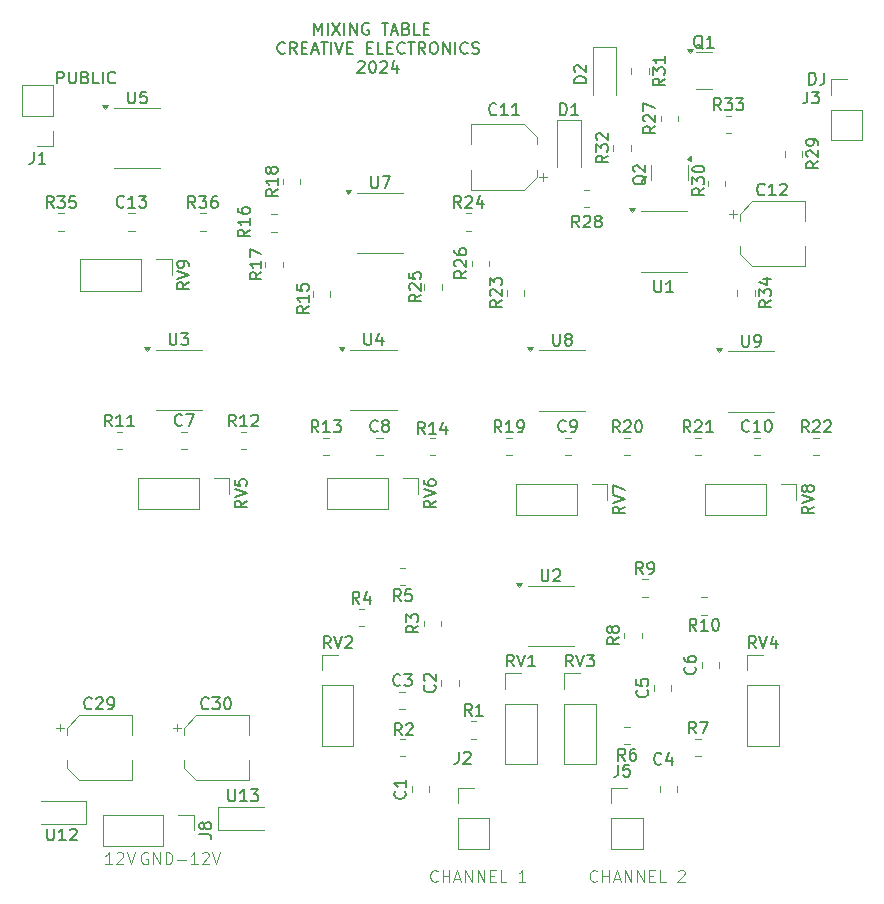
<source format=gbr>
%TF.GenerationSoftware,KiCad,Pcbnew,8.0.5*%
%TF.CreationDate,2024-11-26T13:04:48+01:00*%
%TF.ProjectId,mesa_mezclas,6d657361-5f6d-4657-9a63-6c61732e6b69,rev?*%
%TF.SameCoordinates,Original*%
%TF.FileFunction,Legend,Top*%
%TF.FilePolarity,Positive*%
%FSLAX46Y46*%
G04 Gerber Fmt 4.6, Leading zero omitted, Abs format (unit mm)*
G04 Created by KiCad (PCBNEW 8.0.5) date 2024-11-26 13:04:48*
%MOMM*%
%LPD*%
G01*
G04 APERTURE LIST*
%ADD10C,0.150000*%
%ADD11C,0.100000*%
%ADD12C,0.200000*%
%ADD13C,0.120000*%
G04 APERTURE END LIST*
D10*
X93666779Y-100774819D02*
X93666779Y-99774819D01*
X93666779Y-99774819D02*
X94047731Y-99774819D01*
X94047731Y-99774819D02*
X94142969Y-99822438D01*
X94142969Y-99822438D02*
X94190588Y-99870057D01*
X94190588Y-99870057D02*
X94238207Y-99965295D01*
X94238207Y-99965295D02*
X94238207Y-100108152D01*
X94238207Y-100108152D02*
X94190588Y-100203390D01*
X94190588Y-100203390D02*
X94142969Y-100251009D01*
X94142969Y-100251009D02*
X94047731Y-100298628D01*
X94047731Y-100298628D02*
X93666779Y-100298628D01*
X94666779Y-99774819D02*
X94666779Y-100584342D01*
X94666779Y-100584342D02*
X94714398Y-100679580D01*
X94714398Y-100679580D02*
X94762017Y-100727200D01*
X94762017Y-100727200D02*
X94857255Y-100774819D01*
X94857255Y-100774819D02*
X95047731Y-100774819D01*
X95047731Y-100774819D02*
X95142969Y-100727200D01*
X95142969Y-100727200D02*
X95190588Y-100679580D01*
X95190588Y-100679580D02*
X95238207Y-100584342D01*
X95238207Y-100584342D02*
X95238207Y-99774819D01*
X96047731Y-100251009D02*
X96190588Y-100298628D01*
X96190588Y-100298628D02*
X96238207Y-100346247D01*
X96238207Y-100346247D02*
X96285826Y-100441485D01*
X96285826Y-100441485D02*
X96285826Y-100584342D01*
X96285826Y-100584342D02*
X96238207Y-100679580D01*
X96238207Y-100679580D02*
X96190588Y-100727200D01*
X96190588Y-100727200D02*
X96095350Y-100774819D01*
X96095350Y-100774819D02*
X95714398Y-100774819D01*
X95714398Y-100774819D02*
X95714398Y-99774819D01*
X95714398Y-99774819D02*
X96047731Y-99774819D01*
X96047731Y-99774819D02*
X96142969Y-99822438D01*
X96142969Y-99822438D02*
X96190588Y-99870057D01*
X96190588Y-99870057D02*
X96238207Y-99965295D01*
X96238207Y-99965295D02*
X96238207Y-100060533D01*
X96238207Y-100060533D02*
X96190588Y-100155771D01*
X96190588Y-100155771D02*
X96142969Y-100203390D01*
X96142969Y-100203390D02*
X96047731Y-100251009D01*
X96047731Y-100251009D02*
X95714398Y-100251009D01*
X97190588Y-100774819D02*
X96714398Y-100774819D01*
X96714398Y-100774819D02*
X96714398Y-99774819D01*
X97523922Y-100774819D02*
X97523922Y-99774819D01*
X98571540Y-100679580D02*
X98523921Y-100727200D01*
X98523921Y-100727200D02*
X98381064Y-100774819D01*
X98381064Y-100774819D02*
X98285826Y-100774819D01*
X98285826Y-100774819D02*
X98142969Y-100727200D01*
X98142969Y-100727200D02*
X98047731Y-100631961D01*
X98047731Y-100631961D02*
X98000112Y-100536723D01*
X98000112Y-100536723D02*
X97952493Y-100346247D01*
X97952493Y-100346247D02*
X97952493Y-100203390D01*
X97952493Y-100203390D02*
X98000112Y-100012914D01*
X98000112Y-100012914D02*
X98047731Y-99917676D01*
X98047731Y-99917676D02*
X98142969Y-99822438D01*
X98142969Y-99822438D02*
X98285826Y-99774819D01*
X98285826Y-99774819D02*
X98381064Y-99774819D01*
X98381064Y-99774819D02*
X98523921Y-99822438D01*
X98523921Y-99822438D02*
X98571540Y-99870057D01*
D11*
X98327693Y-166872419D02*
X97756265Y-166872419D01*
X98041979Y-166872419D02*
X98041979Y-165872419D01*
X98041979Y-165872419D02*
X97946741Y-166015276D01*
X97946741Y-166015276D02*
X97851503Y-166110514D01*
X97851503Y-166110514D02*
X97756265Y-166158133D01*
X98708646Y-165967657D02*
X98756265Y-165920038D01*
X98756265Y-165920038D02*
X98851503Y-165872419D01*
X98851503Y-165872419D02*
X99089598Y-165872419D01*
X99089598Y-165872419D02*
X99184836Y-165920038D01*
X99184836Y-165920038D02*
X99232455Y-165967657D01*
X99232455Y-165967657D02*
X99280074Y-166062895D01*
X99280074Y-166062895D02*
X99280074Y-166158133D01*
X99280074Y-166158133D02*
X99232455Y-166300990D01*
X99232455Y-166300990D02*
X98661027Y-166872419D01*
X98661027Y-166872419D02*
X99280074Y-166872419D01*
X99565789Y-165872419D02*
X99899122Y-166872419D01*
X99899122Y-166872419D02*
X100232455Y-165872419D01*
D12*
X115417293Y-96647331D02*
X115417293Y-95647331D01*
X115417293Y-95647331D02*
X115750626Y-96361616D01*
X115750626Y-96361616D02*
X116083959Y-95647331D01*
X116083959Y-95647331D02*
X116083959Y-96647331D01*
X116560150Y-96647331D02*
X116560150Y-95647331D01*
X116941102Y-95647331D02*
X117607768Y-96647331D01*
X117607768Y-95647331D02*
X116941102Y-96647331D01*
X117988721Y-96647331D02*
X117988721Y-95647331D01*
X118464911Y-96647331D02*
X118464911Y-95647331D01*
X118464911Y-95647331D02*
X119036339Y-96647331D01*
X119036339Y-96647331D02*
X119036339Y-95647331D01*
X120036339Y-95694950D02*
X119941101Y-95647331D01*
X119941101Y-95647331D02*
X119798244Y-95647331D01*
X119798244Y-95647331D02*
X119655387Y-95694950D01*
X119655387Y-95694950D02*
X119560149Y-95790188D01*
X119560149Y-95790188D02*
X119512530Y-95885426D01*
X119512530Y-95885426D02*
X119464911Y-96075902D01*
X119464911Y-96075902D02*
X119464911Y-96218759D01*
X119464911Y-96218759D02*
X119512530Y-96409235D01*
X119512530Y-96409235D02*
X119560149Y-96504473D01*
X119560149Y-96504473D02*
X119655387Y-96599712D01*
X119655387Y-96599712D02*
X119798244Y-96647331D01*
X119798244Y-96647331D02*
X119893482Y-96647331D01*
X119893482Y-96647331D02*
X120036339Y-96599712D01*
X120036339Y-96599712D02*
X120083958Y-96552092D01*
X120083958Y-96552092D02*
X120083958Y-96218759D01*
X120083958Y-96218759D02*
X119893482Y-96218759D01*
X121131578Y-95647331D02*
X121703006Y-95647331D01*
X121417292Y-96647331D02*
X121417292Y-95647331D01*
X121988721Y-96361616D02*
X122464911Y-96361616D01*
X121893483Y-96647331D02*
X122226816Y-95647331D01*
X122226816Y-95647331D02*
X122560149Y-96647331D01*
X123226816Y-96123521D02*
X123369673Y-96171140D01*
X123369673Y-96171140D02*
X123417292Y-96218759D01*
X123417292Y-96218759D02*
X123464911Y-96313997D01*
X123464911Y-96313997D02*
X123464911Y-96456854D01*
X123464911Y-96456854D02*
X123417292Y-96552092D01*
X123417292Y-96552092D02*
X123369673Y-96599712D01*
X123369673Y-96599712D02*
X123274435Y-96647331D01*
X123274435Y-96647331D02*
X122893483Y-96647331D01*
X122893483Y-96647331D02*
X122893483Y-95647331D01*
X122893483Y-95647331D02*
X123226816Y-95647331D01*
X123226816Y-95647331D02*
X123322054Y-95694950D01*
X123322054Y-95694950D02*
X123369673Y-95742569D01*
X123369673Y-95742569D02*
X123417292Y-95837807D01*
X123417292Y-95837807D02*
X123417292Y-95933045D01*
X123417292Y-95933045D02*
X123369673Y-96028283D01*
X123369673Y-96028283D02*
X123322054Y-96075902D01*
X123322054Y-96075902D02*
X123226816Y-96123521D01*
X123226816Y-96123521D02*
X122893483Y-96123521D01*
X124369673Y-96647331D02*
X123893483Y-96647331D01*
X123893483Y-96647331D02*
X123893483Y-95647331D01*
X124703007Y-96123521D02*
X125036340Y-96123521D01*
X125179197Y-96647331D02*
X124703007Y-96647331D01*
X124703007Y-96647331D02*
X124703007Y-95647331D01*
X124703007Y-95647331D02*
X125179197Y-95647331D01*
X112941101Y-98162036D02*
X112893482Y-98209656D01*
X112893482Y-98209656D02*
X112750625Y-98257275D01*
X112750625Y-98257275D02*
X112655387Y-98257275D01*
X112655387Y-98257275D02*
X112512530Y-98209656D01*
X112512530Y-98209656D02*
X112417292Y-98114417D01*
X112417292Y-98114417D02*
X112369673Y-98019179D01*
X112369673Y-98019179D02*
X112322054Y-97828703D01*
X112322054Y-97828703D02*
X112322054Y-97685846D01*
X112322054Y-97685846D02*
X112369673Y-97495370D01*
X112369673Y-97495370D02*
X112417292Y-97400132D01*
X112417292Y-97400132D02*
X112512530Y-97304894D01*
X112512530Y-97304894D02*
X112655387Y-97257275D01*
X112655387Y-97257275D02*
X112750625Y-97257275D01*
X112750625Y-97257275D02*
X112893482Y-97304894D01*
X112893482Y-97304894D02*
X112941101Y-97352513D01*
X113941101Y-98257275D02*
X113607768Y-97781084D01*
X113369673Y-98257275D02*
X113369673Y-97257275D01*
X113369673Y-97257275D02*
X113750625Y-97257275D01*
X113750625Y-97257275D02*
X113845863Y-97304894D01*
X113845863Y-97304894D02*
X113893482Y-97352513D01*
X113893482Y-97352513D02*
X113941101Y-97447751D01*
X113941101Y-97447751D02*
X113941101Y-97590608D01*
X113941101Y-97590608D02*
X113893482Y-97685846D01*
X113893482Y-97685846D02*
X113845863Y-97733465D01*
X113845863Y-97733465D02*
X113750625Y-97781084D01*
X113750625Y-97781084D02*
X113369673Y-97781084D01*
X114369673Y-97733465D02*
X114703006Y-97733465D01*
X114845863Y-98257275D02*
X114369673Y-98257275D01*
X114369673Y-98257275D02*
X114369673Y-97257275D01*
X114369673Y-97257275D02*
X114845863Y-97257275D01*
X115226816Y-97971560D02*
X115703006Y-97971560D01*
X115131578Y-98257275D02*
X115464911Y-97257275D01*
X115464911Y-97257275D02*
X115798244Y-98257275D01*
X115988721Y-97257275D02*
X116560149Y-97257275D01*
X116274435Y-98257275D02*
X116274435Y-97257275D01*
X116893483Y-98257275D02*
X116893483Y-97257275D01*
X117226816Y-97257275D02*
X117560149Y-98257275D01*
X117560149Y-98257275D02*
X117893482Y-97257275D01*
X118226816Y-97733465D02*
X118560149Y-97733465D01*
X118703006Y-98257275D02*
X118226816Y-98257275D01*
X118226816Y-98257275D02*
X118226816Y-97257275D01*
X118226816Y-97257275D02*
X118703006Y-97257275D01*
X119893483Y-97733465D02*
X120226816Y-97733465D01*
X120369673Y-98257275D02*
X119893483Y-98257275D01*
X119893483Y-98257275D02*
X119893483Y-97257275D01*
X119893483Y-97257275D02*
X120369673Y-97257275D01*
X121274435Y-98257275D02*
X120798245Y-98257275D01*
X120798245Y-98257275D02*
X120798245Y-97257275D01*
X121607769Y-97733465D02*
X121941102Y-97733465D01*
X122083959Y-98257275D02*
X121607769Y-98257275D01*
X121607769Y-98257275D02*
X121607769Y-97257275D01*
X121607769Y-97257275D02*
X122083959Y-97257275D01*
X123083959Y-98162036D02*
X123036340Y-98209656D01*
X123036340Y-98209656D02*
X122893483Y-98257275D01*
X122893483Y-98257275D02*
X122798245Y-98257275D01*
X122798245Y-98257275D02*
X122655388Y-98209656D01*
X122655388Y-98209656D02*
X122560150Y-98114417D01*
X122560150Y-98114417D02*
X122512531Y-98019179D01*
X122512531Y-98019179D02*
X122464912Y-97828703D01*
X122464912Y-97828703D02*
X122464912Y-97685846D01*
X122464912Y-97685846D02*
X122512531Y-97495370D01*
X122512531Y-97495370D02*
X122560150Y-97400132D01*
X122560150Y-97400132D02*
X122655388Y-97304894D01*
X122655388Y-97304894D02*
X122798245Y-97257275D01*
X122798245Y-97257275D02*
X122893483Y-97257275D01*
X122893483Y-97257275D02*
X123036340Y-97304894D01*
X123036340Y-97304894D02*
X123083959Y-97352513D01*
X123369674Y-97257275D02*
X123941102Y-97257275D01*
X123655388Y-98257275D02*
X123655388Y-97257275D01*
X124845864Y-98257275D02*
X124512531Y-97781084D01*
X124274436Y-98257275D02*
X124274436Y-97257275D01*
X124274436Y-97257275D02*
X124655388Y-97257275D01*
X124655388Y-97257275D02*
X124750626Y-97304894D01*
X124750626Y-97304894D02*
X124798245Y-97352513D01*
X124798245Y-97352513D02*
X124845864Y-97447751D01*
X124845864Y-97447751D02*
X124845864Y-97590608D01*
X124845864Y-97590608D02*
X124798245Y-97685846D01*
X124798245Y-97685846D02*
X124750626Y-97733465D01*
X124750626Y-97733465D02*
X124655388Y-97781084D01*
X124655388Y-97781084D02*
X124274436Y-97781084D01*
X125464912Y-97257275D02*
X125655388Y-97257275D01*
X125655388Y-97257275D02*
X125750626Y-97304894D01*
X125750626Y-97304894D02*
X125845864Y-97400132D01*
X125845864Y-97400132D02*
X125893483Y-97590608D01*
X125893483Y-97590608D02*
X125893483Y-97923941D01*
X125893483Y-97923941D02*
X125845864Y-98114417D01*
X125845864Y-98114417D02*
X125750626Y-98209656D01*
X125750626Y-98209656D02*
X125655388Y-98257275D01*
X125655388Y-98257275D02*
X125464912Y-98257275D01*
X125464912Y-98257275D02*
X125369674Y-98209656D01*
X125369674Y-98209656D02*
X125274436Y-98114417D01*
X125274436Y-98114417D02*
X125226817Y-97923941D01*
X125226817Y-97923941D02*
X125226817Y-97590608D01*
X125226817Y-97590608D02*
X125274436Y-97400132D01*
X125274436Y-97400132D02*
X125369674Y-97304894D01*
X125369674Y-97304894D02*
X125464912Y-97257275D01*
X126322055Y-98257275D02*
X126322055Y-97257275D01*
X126322055Y-97257275D02*
X126893483Y-98257275D01*
X126893483Y-98257275D02*
X126893483Y-97257275D01*
X127369674Y-98257275D02*
X127369674Y-97257275D01*
X128417292Y-98162036D02*
X128369673Y-98209656D01*
X128369673Y-98209656D02*
X128226816Y-98257275D01*
X128226816Y-98257275D02*
X128131578Y-98257275D01*
X128131578Y-98257275D02*
X127988721Y-98209656D01*
X127988721Y-98209656D02*
X127893483Y-98114417D01*
X127893483Y-98114417D02*
X127845864Y-98019179D01*
X127845864Y-98019179D02*
X127798245Y-97828703D01*
X127798245Y-97828703D02*
X127798245Y-97685846D01*
X127798245Y-97685846D02*
X127845864Y-97495370D01*
X127845864Y-97495370D02*
X127893483Y-97400132D01*
X127893483Y-97400132D02*
X127988721Y-97304894D01*
X127988721Y-97304894D02*
X128131578Y-97257275D01*
X128131578Y-97257275D02*
X128226816Y-97257275D01*
X128226816Y-97257275D02*
X128369673Y-97304894D01*
X128369673Y-97304894D02*
X128417292Y-97352513D01*
X128798245Y-98209656D02*
X128941102Y-98257275D01*
X128941102Y-98257275D02*
X129179197Y-98257275D01*
X129179197Y-98257275D02*
X129274435Y-98209656D01*
X129274435Y-98209656D02*
X129322054Y-98162036D01*
X129322054Y-98162036D02*
X129369673Y-98066798D01*
X129369673Y-98066798D02*
X129369673Y-97971560D01*
X129369673Y-97971560D02*
X129322054Y-97876322D01*
X129322054Y-97876322D02*
X129274435Y-97828703D01*
X129274435Y-97828703D02*
X129179197Y-97781084D01*
X129179197Y-97781084D02*
X128988721Y-97733465D01*
X128988721Y-97733465D02*
X128893483Y-97685846D01*
X128893483Y-97685846D02*
X128845864Y-97638227D01*
X128845864Y-97638227D02*
X128798245Y-97542989D01*
X128798245Y-97542989D02*
X128798245Y-97447751D01*
X128798245Y-97447751D02*
X128845864Y-97352513D01*
X128845864Y-97352513D02*
X128893483Y-97304894D01*
X128893483Y-97304894D02*
X128988721Y-97257275D01*
X128988721Y-97257275D02*
X129226816Y-97257275D01*
X129226816Y-97257275D02*
X129369673Y-97304894D01*
X119131578Y-98962457D02*
X119179197Y-98914838D01*
X119179197Y-98914838D02*
X119274435Y-98867219D01*
X119274435Y-98867219D02*
X119512530Y-98867219D01*
X119512530Y-98867219D02*
X119607768Y-98914838D01*
X119607768Y-98914838D02*
X119655387Y-98962457D01*
X119655387Y-98962457D02*
X119703006Y-99057695D01*
X119703006Y-99057695D02*
X119703006Y-99152933D01*
X119703006Y-99152933D02*
X119655387Y-99295790D01*
X119655387Y-99295790D02*
X119083959Y-99867219D01*
X119083959Y-99867219D02*
X119703006Y-99867219D01*
X120322054Y-98867219D02*
X120417292Y-98867219D01*
X120417292Y-98867219D02*
X120512530Y-98914838D01*
X120512530Y-98914838D02*
X120560149Y-98962457D01*
X120560149Y-98962457D02*
X120607768Y-99057695D01*
X120607768Y-99057695D02*
X120655387Y-99248171D01*
X120655387Y-99248171D02*
X120655387Y-99486266D01*
X120655387Y-99486266D02*
X120607768Y-99676742D01*
X120607768Y-99676742D02*
X120560149Y-99771980D01*
X120560149Y-99771980D02*
X120512530Y-99819600D01*
X120512530Y-99819600D02*
X120417292Y-99867219D01*
X120417292Y-99867219D02*
X120322054Y-99867219D01*
X120322054Y-99867219D02*
X120226816Y-99819600D01*
X120226816Y-99819600D02*
X120179197Y-99771980D01*
X120179197Y-99771980D02*
X120131578Y-99676742D01*
X120131578Y-99676742D02*
X120083959Y-99486266D01*
X120083959Y-99486266D02*
X120083959Y-99248171D01*
X120083959Y-99248171D02*
X120131578Y-99057695D01*
X120131578Y-99057695D02*
X120179197Y-98962457D01*
X120179197Y-98962457D02*
X120226816Y-98914838D01*
X120226816Y-98914838D02*
X120322054Y-98867219D01*
X121036340Y-98962457D02*
X121083959Y-98914838D01*
X121083959Y-98914838D02*
X121179197Y-98867219D01*
X121179197Y-98867219D02*
X121417292Y-98867219D01*
X121417292Y-98867219D02*
X121512530Y-98914838D01*
X121512530Y-98914838D02*
X121560149Y-98962457D01*
X121560149Y-98962457D02*
X121607768Y-99057695D01*
X121607768Y-99057695D02*
X121607768Y-99152933D01*
X121607768Y-99152933D02*
X121560149Y-99295790D01*
X121560149Y-99295790D02*
X120988721Y-99867219D01*
X120988721Y-99867219D02*
X121607768Y-99867219D01*
X122464911Y-99200552D02*
X122464911Y-99867219D01*
X122226816Y-98819600D02*
X121988721Y-99533885D01*
X121988721Y-99533885D02*
X122607768Y-99533885D01*
D11*
X139375312Y-168277180D02*
X139327693Y-168324800D01*
X139327693Y-168324800D02*
X139184836Y-168372419D01*
X139184836Y-168372419D02*
X139089598Y-168372419D01*
X139089598Y-168372419D02*
X138946741Y-168324800D01*
X138946741Y-168324800D02*
X138851503Y-168229561D01*
X138851503Y-168229561D02*
X138803884Y-168134323D01*
X138803884Y-168134323D02*
X138756265Y-167943847D01*
X138756265Y-167943847D02*
X138756265Y-167800990D01*
X138756265Y-167800990D02*
X138803884Y-167610514D01*
X138803884Y-167610514D02*
X138851503Y-167515276D01*
X138851503Y-167515276D02*
X138946741Y-167420038D01*
X138946741Y-167420038D02*
X139089598Y-167372419D01*
X139089598Y-167372419D02*
X139184836Y-167372419D01*
X139184836Y-167372419D02*
X139327693Y-167420038D01*
X139327693Y-167420038D02*
X139375312Y-167467657D01*
X139803884Y-168372419D02*
X139803884Y-167372419D01*
X139803884Y-167848609D02*
X140375312Y-167848609D01*
X140375312Y-168372419D02*
X140375312Y-167372419D01*
X140803884Y-168086704D02*
X141280074Y-168086704D01*
X140708646Y-168372419D02*
X141041979Y-167372419D01*
X141041979Y-167372419D02*
X141375312Y-168372419D01*
X141708646Y-168372419D02*
X141708646Y-167372419D01*
X141708646Y-167372419D02*
X142280074Y-168372419D01*
X142280074Y-168372419D02*
X142280074Y-167372419D01*
X142756265Y-168372419D02*
X142756265Y-167372419D01*
X142756265Y-167372419D02*
X143327693Y-168372419D01*
X143327693Y-168372419D02*
X143327693Y-167372419D01*
X143803884Y-167848609D02*
X144137217Y-167848609D01*
X144280074Y-168372419D02*
X143803884Y-168372419D01*
X143803884Y-168372419D02*
X143803884Y-167372419D01*
X143803884Y-167372419D02*
X144280074Y-167372419D01*
X145184836Y-168372419D02*
X144708646Y-168372419D01*
X144708646Y-168372419D02*
X144708646Y-167372419D01*
X146232456Y-167467657D02*
X146280075Y-167420038D01*
X146280075Y-167420038D02*
X146375313Y-167372419D01*
X146375313Y-167372419D02*
X146613408Y-167372419D01*
X146613408Y-167372419D02*
X146708646Y-167420038D01*
X146708646Y-167420038D02*
X146756265Y-167467657D01*
X146756265Y-167467657D02*
X146803884Y-167562895D01*
X146803884Y-167562895D02*
X146803884Y-167658133D01*
X146803884Y-167658133D02*
X146756265Y-167800990D01*
X146756265Y-167800990D02*
X146184837Y-168372419D01*
X146184837Y-168372419D02*
X146803884Y-168372419D01*
X103803884Y-166491466D02*
X104565789Y-166491466D01*
X105565788Y-166872419D02*
X104994360Y-166872419D01*
X105280074Y-166872419D02*
X105280074Y-165872419D01*
X105280074Y-165872419D02*
X105184836Y-166015276D01*
X105184836Y-166015276D02*
X105089598Y-166110514D01*
X105089598Y-166110514D02*
X104994360Y-166158133D01*
X105946741Y-165967657D02*
X105994360Y-165920038D01*
X105994360Y-165920038D02*
X106089598Y-165872419D01*
X106089598Y-165872419D02*
X106327693Y-165872419D01*
X106327693Y-165872419D02*
X106422931Y-165920038D01*
X106422931Y-165920038D02*
X106470550Y-165967657D01*
X106470550Y-165967657D02*
X106518169Y-166062895D01*
X106518169Y-166062895D02*
X106518169Y-166158133D01*
X106518169Y-166158133D02*
X106470550Y-166300990D01*
X106470550Y-166300990D02*
X105899122Y-166872419D01*
X105899122Y-166872419D02*
X106518169Y-166872419D01*
X106803884Y-165872419D02*
X107137217Y-166872419D01*
X107137217Y-166872419D02*
X107470550Y-165872419D01*
X125875312Y-168277180D02*
X125827693Y-168324800D01*
X125827693Y-168324800D02*
X125684836Y-168372419D01*
X125684836Y-168372419D02*
X125589598Y-168372419D01*
X125589598Y-168372419D02*
X125446741Y-168324800D01*
X125446741Y-168324800D02*
X125351503Y-168229561D01*
X125351503Y-168229561D02*
X125303884Y-168134323D01*
X125303884Y-168134323D02*
X125256265Y-167943847D01*
X125256265Y-167943847D02*
X125256265Y-167800990D01*
X125256265Y-167800990D02*
X125303884Y-167610514D01*
X125303884Y-167610514D02*
X125351503Y-167515276D01*
X125351503Y-167515276D02*
X125446741Y-167420038D01*
X125446741Y-167420038D02*
X125589598Y-167372419D01*
X125589598Y-167372419D02*
X125684836Y-167372419D01*
X125684836Y-167372419D02*
X125827693Y-167420038D01*
X125827693Y-167420038D02*
X125875312Y-167467657D01*
X126303884Y-168372419D02*
X126303884Y-167372419D01*
X126303884Y-167848609D02*
X126875312Y-167848609D01*
X126875312Y-168372419D02*
X126875312Y-167372419D01*
X127303884Y-168086704D02*
X127780074Y-168086704D01*
X127208646Y-168372419D02*
X127541979Y-167372419D01*
X127541979Y-167372419D02*
X127875312Y-168372419D01*
X128208646Y-168372419D02*
X128208646Y-167372419D01*
X128208646Y-167372419D02*
X128780074Y-168372419D01*
X128780074Y-168372419D02*
X128780074Y-167372419D01*
X129256265Y-168372419D02*
X129256265Y-167372419D01*
X129256265Y-167372419D02*
X129827693Y-168372419D01*
X129827693Y-168372419D02*
X129827693Y-167372419D01*
X130303884Y-167848609D02*
X130637217Y-167848609D01*
X130780074Y-168372419D02*
X130303884Y-168372419D01*
X130303884Y-168372419D02*
X130303884Y-167372419D01*
X130303884Y-167372419D02*
X130780074Y-167372419D01*
X131684836Y-168372419D02*
X131208646Y-168372419D01*
X131208646Y-168372419D02*
X131208646Y-167372419D01*
X133303884Y-168372419D02*
X132732456Y-168372419D01*
X133018170Y-168372419D02*
X133018170Y-167372419D01*
X133018170Y-167372419D02*
X132922932Y-167515276D01*
X132922932Y-167515276D02*
X132827694Y-167610514D01*
X132827694Y-167610514D02*
X132732456Y-167658133D01*
X101327693Y-165920038D02*
X101232455Y-165872419D01*
X101232455Y-165872419D02*
X101089598Y-165872419D01*
X101089598Y-165872419D02*
X100946741Y-165920038D01*
X100946741Y-165920038D02*
X100851503Y-166015276D01*
X100851503Y-166015276D02*
X100803884Y-166110514D01*
X100803884Y-166110514D02*
X100756265Y-166300990D01*
X100756265Y-166300990D02*
X100756265Y-166443847D01*
X100756265Y-166443847D02*
X100803884Y-166634323D01*
X100803884Y-166634323D02*
X100851503Y-166729561D01*
X100851503Y-166729561D02*
X100946741Y-166824800D01*
X100946741Y-166824800D02*
X101089598Y-166872419D01*
X101089598Y-166872419D02*
X101184836Y-166872419D01*
X101184836Y-166872419D02*
X101327693Y-166824800D01*
X101327693Y-166824800D02*
X101375312Y-166777180D01*
X101375312Y-166777180D02*
X101375312Y-166443847D01*
X101375312Y-166443847D02*
X101184836Y-166443847D01*
X101803884Y-166872419D02*
X101803884Y-165872419D01*
X101803884Y-165872419D02*
X102375312Y-166872419D01*
X102375312Y-166872419D02*
X102375312Y-165872419D01*
X102851503Y-166872419D02*
X102851503Y-165872419D01*
X102851503Y-165872419D02*
X103089598Y-165872419D01*
X103089598Y-165872419D02*
X103232455Y-165920038D01*
X103232455Y-165920038D02*
X103327693Y-166015276D01*
X103327693Y-166015276D02*
X103375312Y-166110514D01*
X103375312Y-166110514D02*
X103422931Y-166300990D01*
X103422931Y-166300990D02*
X103422931Y-166443847D01*
X103422931Y-166443847D02*
X103375312Y-166634323D01*
X103375312Y-166634323D02*
X103327693Y-166729561D01*
X103327693Y-166729561D02*
X103232455Y-166824800D01*
X103232455Y-166824800D02*
X103089598Y-166872419D01*
X103089598Y-166872419D02*
X102851503Y-166872419D01*
D10*
X157336779Y-100869819D02*
X157336779Y-99869819D01*
X157336779Y-99869819D02*
X157574874Y-99869819D01*
X157574874Y-99869819D02*
X157717731Y-99917438D01*
X157717731Y-99917438D02*
X157812969Y-100012676D01*
X157812969Y-100012676D02*
X157860588Y-100107914D01*
X157860588Y-100107914D02*
X157908207Y-100298390D01*
X157908207Y-100298390D02*
X157908207Y-100441247D01*
X157908207Y-100441247D02*
X157860588Y-100631723D01*
X157860588Y-100631723D02*
X157812969Y-100726961D01*
X157812969Y-100726961D02*
X157717731Y-100822200D01*
X157717731Y-100822200D02*
X157574874Y-100869819D01*
X157574874Y-100869819D02*
X157336779Y-100869819D01*
X158622493Y-99869819D02*
X158622493Y-100584104D01*
X158622493Y-100584104D02*
X158574874Y-100726961D01*
X158574874Y-100726961D02*
X158479636Y-100822200D01*
X158479636Y-100822200D02*
X158336779Y-100869819D01*
X158336779Y-100869819D02*
X158241541Y-100869819D01*
X153557142Y-110159580D02*
X153509523Y-110207200D01*
X153509523Y-110207200D02*
X153366666Y-110254819D01*
X153366666Y-110254819D02*
X153271428Y-110254819D01*
X153271428Y-110254819D02*
X153128571Y-110207200D01*
X153128571Y-110207200D02*
X153033333Y-110111961D01*
X153033333Y-110111961D02*
X152985714Y-110016723D01*
X152985714Y-110016723D02*
X152938095Y-109826247D01*
X152938095Y-109826247D02*
X152938095Y-109683390D01*
X152938095Y-109683390D02*
X152985714Y-109492914D01*
X152985714Y-109492914D02*
X153033333Y-109397676D01*
X153033333Y-109397676D02*
X153128571Y-109302438D01*
X153128571Y-109302438D02*
X153271428Y-109254819D01*
X153271428Y-109254819D02*
X153366666Y-109254819D01*
X153366666Y-109254819D02*
X153509523Y-109302438D01*
X153509523Y-109302438D02*
X153557142Y-109350057D01*
X154509523Y-110254819D02*
X153938095Y-110254819D01*
X154223809Y-110254819D02*
X154223809Y-109254819D01*
X154223809Y-109254819D02*
X154128571Y-109397676D01*
X154128571Y-109397676D02*
X154033333Y-109492914D01*
X154033333Y-109492914D02*
X153938095Y-109540533D01*
X154890476Y-109350057D02*
X154938095Y-109302438D01*
X154938095Y-109302438D02*
X155033333Y-109254819D01*
X155033333Y-109254819D02*
X155271428Y-109254819D01*
X155271428Y-109254819D02*
X155366666Y-109302438D01*
X155366666Y-109302438D02*
X155414285Y-109350057D01*
X155414285Y-109350057D02*
X155461904Y-109445295D01*
X155461904Y-109445295D02*
X155461904Y-109540533D01*
X155461904Y-109540533D02*
X155414285Y-109683390D01*
X155414285Y-109683390D02*
X154842857Y-110254819D01*
X154842857Y-110254819D02*
X155461904Y-110254819D01*
X130857142Y-103359580D02*
X130809523Y-103407200D01*
X130809523Y-103407200D02*
X130666666Y-103454819D01*
X130666666Y-103454819D02*
X130571428Y-103454819D01*
X130571428Y-103454819D02*
X130428571Y-103407200D01*
X130428571Y-103407200D02*
X130333333Y-103311961D01*
X130333333Y-103311961D02*
X130285714Y-103216723D01*
X130285714Y-103216723D02*
X130238095Y-103026247D01*
X130238095Y-103026247D02*
X130238095Y-102883390D01*
X130238095Y-102883390D02*
X130285714Y-102692914D01*
X130285714Y-102692914D02*
X130333333Y-102597676D01*
X130333333Y-102597676D02*
X130428571Y-102502438D01*
X130428571Y-102502438D02*
X130571428Y-102454819D01*
X130571428Y-102454819D02*
X130666666Y-102454819D01*
X130666666Y-102454819D02*
X130809523Y-102502438D01*
X130809523Y-102502438D02*
X130857142Y-102550057D01*
X131809523Y-103454819D02*
X131238095Y-103454819D01*
X131523809Y-103454819D02*
X131523809Y-102454819D01*
X131523809Y-102454819D02*
X131428571Y-102597676D01*
X131428571Y-102597676D02*
X131333333Y-102692914D01*
X131333333Y-102692914D02*
X131238095Y-102740533D01*
X132761904Y-103454819D02*
X132190476Y-103454819D01*
X132476190Y-103454819D02*
X132476190Y-102454819D01*
X132476190Y-102454819D02*
X132380952Y-102597676D01*
X132380952Y-102597676D02*
X132285714Y-102692914D01*
X132285714Y-102692914D02*
X132190476Y-102740533D01*
X131282142Y-130304819D02*
X130948809Y-129828628D01*
X130710714Y-130304819D02*
X130710714Y-129304819D01*
X130710714Y-129304819D02*
X131091666Y-129304819D01*
X131091666Y-129304819D02*
X131186904Y-129352438D01*
X131186904Y-129352438D02*
X131234523Y-129400057D01*
X131234523Y-129400057D02*
X131282142Y-129495295D01*
X131282142Y-129495295D02*
X131282142Y-129638152D01*
X131282142Y-129638152D02*
X131234523Y-129733390D01*
X131234523Y-129733390D02*
X131186904Y-129781009D01*
X131186904Y-129781009D02*
X131091666Y-129828628D01*
X131091666Y-129828628D02*
X130710714Y-129828628D01*
X132234523Y-130304819D02*
X131663095Y-130304819D01*
X131948809Y-130304819D02*
X131948809Y-129304819D01*
X131948809Y-129304819D02*
X131853571Y-129447676D01*
X131853571Y-129447676D02*
X131758333Y-129542914D01*
X131758333Y-129542914D02*
X131663095Y-129590533D01*
X132710714Y-130304819D02*
X132901190Y-130304819D01*
X132901190Y-130304819D02*
X132996428Y-130257200D01*
X132996428Y-130257200D02*
X133044047Y-130209580D01*
X133044047Y-130209580D02*
X133139285Y-130066723D01*
X133139285Y-130066723D02*
X133186904Y-129876247D01*
X133186904Y-129876247D02*
X133186904Y-129495295D01*
X133186904Y-129495295D02*
X133139285Y-129400057D01*
X133139285Y-129400057D02*
X133091666Y-129352438D01*
X133091666Y-129352438D02*
X132996428Y-129304819D01*
X132996428Y-129304819D02*
X132805952Y-129304819D01*
X132805952Y-129304819D02*
X132710714Y-129352438D01*
X132710714Y-129352438D02*
X132663095Y-129400057D01*
X132663095Y-129400057D02*
X132615476Y-129495295D01*
X132615476Y-129495295D02*
X132615476Y-129733390D01*
X132615476Y-129733390D02*
X132663095Y-129828628D01*
X132663095Y-129828628D02*
X132710714Y-129876247D01*
X132710714Y-129876247D02*
X132805952Y-129923866D01*
X132805952Y-129923866D02*
X132996428Y-129923866D01*
X132996428Y-129923866D02*
X133091666Y-129876247D01*
X133091666Y-129876247D02*
X133139285Y-129828628D01*
X133139285Y-129828628D02*
X133186904Y-129733390D01*
X128304819Y-116642857D02*
X127828628Y-116976190D01*
X128304819Y-117214285D02*
X127304819Y-117214285D01*
X127304819Y-117214285D02*
X127304819Y-116833333D01*
X127304819Y-116833333D02*
X127352438Y-116738095D01*
X127352438Y-116738095D02*
X127400057Y-116690476D01*
X127400057Y-116690476D02*
X127495295Y-116642857D01*
X127495295Y-116642857D02*
X127638152Y-116642857D01*
X127638152Y-116642857D02*
X127733390Y-116690476D01*
X127733390Y-116690476D02*
X127781009Y-116738095D01*
X127781009Y-116738095D02*
X127828628Y-116833333D01*
X127828628Y-116833333D02*
X127828628Y-117214285D01*
X127400057Y-116261904D02*
X127352438Y-116214285D01*
X127352438Y-116214285D02*
X127304819Y-116119047D01*
X127304819Y-116119047D02*
X127304819Y-115880952D01*
X127304819Y-115880952D02*
X127352438Y-115785714D01*
X127352438Y-115785714D02*
X127400057Y-115738095D01*
X127400057Y-115738095D02*
X127495295Y-115690476D01*
X127495295Y-115690476D02*
X127590533Y-115690476D01*
X127590533Y-115690476D02*
X127733390Y-115738095D01*
X127733390Y-115738095D02*
X128304819Y-116309523D01*
X128304819Y-116309523D02*
X128304819Y-115690476D01*
X127304819Y-114833333D02*
X127304819Y-115023809D01*
X127304819Y-115023809D02*
X127352438Y-115119047D01*
X127352438Y-115119047D02*
X127400057Y-115166666D01*
X127400057Y-115166666D02*
X127542914Y-115261904D01*
X127542914Y-115261904D02*
X127733390Y-115309523D01*
X127733390Y-115309523D02*
X128114342Y-115309523D01*
X128114342Y-115309523D02*
X128209580Y-115261904D01*
X128209580Y-115261904D02*
X128257200Y-115214285D01*
X128257200Y-115214285D02*
X128304819Y-115119047D01*
X128304819Y-115119047D02*
X128304819Y-114928571D01*
X128304819Y-114928571D02*
X128257200Y-114833333D01*
X128257200Y-114833333D02*
X128209580Y-114785714D01*
X128209580Y-114785714D02*
X128114342Y-114738095D01*
X128114342Y-114738095D02*
X127876247Y-114738095D01*
X127876247Y-114738095D02*
X127781009Y-114785714D01*
X127781009Y-114785714D02*
X127733390Y-114833333D01*
X127733390Y-114833333D02*
X127685771Y-114928571D01*
X127685771Y-114928571D02*
X127685771Y-115119047D01*
X127685771Y-115119047D02*
X127733390Y-115214285D01*
X127733390Y-115214285D02*
X127781009Y-115261904D01*
X127781009Y-115261904D02*
X127876247Y-115309523D01*
X124229819Y-146666666D02*
X123753628Y-146999999D01*
X124229819Y-147238094D02*
X123229819Y-147238094D01*
X123229819Y-147238094D02*
X123229819Y-146857142D01*
X123229819Y-146857142D02*
X123277438Y-146761904D01*
X123277438Y-146761904D02*
X123325057Y-146714285D01*
X123325057Y-146714285D02*
X123420295Y-146666666D01*
X123420295Y-146666666D02*
X123563152Y-146666666D01*
X123563152Y-146666666D02*
X123658390Y-146714285D01*
X123658390Y-146714285D02*
X123706009Y-146761904D01*
X123706009Y-146761904D02*
X123753628Y-146857142D01*
X123753628Y-146857142D02*
X123753628Y-147238094D01*
X123229819Y-146333332D02*
X123229819Y-145714285D01*
X123229819Y-145714285D02*
X123610771Y-146047618D01*
X123610771Y-146047618D02*
X123610771Y-145904761D01*
X123610771Y-145904761D02*
X123658390Y-145809523D01*
X123658390Y-145809523D02*
X123706009Y-145761904D01*
X123706009Y-145761904D02*
X123801247Y-145714285D01*
X123801247Y-145714285D02*
X124039342Y-145714285D01*
X124039342Y-145714285D02*
X124134580Y-145761904D01*
X124134580Y-145761904D02*
X124182200Y-145809523D01*
X124182200Y-145809523D02*
X124229819Y-145904761D01*
X124229819Y-145904761D02*
X124229819Y-146190475D01*
X124229819Y-146190475D02*
X124182200Y-146285713D01*
X124182200Y-146285713D02*
X124134580Y-146333332D01*
X141166666Y-158454819D02*
X141166666Y-159169104D01*
X141166666Y-159169104D02*
X141119047Y-159311961D01*
X141119047Y-159311961D02*
X141023809Y-159407200D01*
X141023809Y-159407200D02*
X140880952Y-159454819D01*
X140880952Y-159454819D02*
X140785714Y-159454819D01*
X142119047Y-158454819D02*
X141642857Y-158454819D01*
X141642857Y-158454819D02*
X141595238Y-158931009D01*
X141595238Y-158931009D02*
X141642857Y-158883390D01*
X141642857Y-158883390D02*
X141738095Y-158835771D01*
X141738095Y-158835771D02*
X141976190Y-158835771D01*
X141976190Y-158835771D02*
X142071428Y-158883390D01*
X142071428Y-158883390D02*
X142119047Y-158931009D01*
X142119047Y-158931009D02*
X142166666Y-159026247D01*
X142166666Y-159026247D02*
X142166666Y-159264342D01*
X142166666Y-159264342D02*
X142119047Y-159359580D01*
X142119047Y-159359580D02*
X142071428Y-159407200D01*
X142071428Y-159407200D02*
X141976190Y-159454819D01*
X141976190Y-159454819D02*
X141738095Y-159454819D01*
X141738095Y-159454819D02*
X141642857Y-159407200D01*
X141642857Y-159407200D02*
X141595238Y-159359580D01*
X136261905Y-103454819D02*
X136261905Y-102454819D01*
X136261905Y-102454819D02*
X136500000Y-102454819D01*
X136500000Y-102454819D02*
X136642857Y-102502438D01*
X136642857Y-102502438D02*
X136738095Y-102597676D01*
X136738095Y-102597676D02*
X136785714Y-102692914D01*
X136785714Y-102692914D02*
X136833333Y-102883390D01*
X136833333Y-102883390D02*
X136833333Y-103026247D01*
X136833333Y-103026247D02*
X136785714Y-103216723D01*
X136785714Y-103216723D02*
X136738095Y-103311961D01*
X136738095Y-103311961D02*
X136642857Y-103407200D01*
X136642857Y-103407200D02*
X136500000Y-103454819D01*
X136500000Y-103454819D02*
X136261905Y-103454819D01*
X137785714Y-103454819D02*
X137214286Y-103454819D01*
X137500000Y-103454819D02*
X137500000Y-102454819D01*
X137500000Y-102454819D02*
X137404762Y-102597676D01*
X137404762Y-102597676D02*
X137309524Y-102692914D01*
X137309524Y-102692914D02*
X137214286Y-102740533D01*
X109954819Y-113142857D02*
X109478628Y-113476190D01*
X109954819Y-113714285D02*
X108954819Y-113714285D01*
X108954819Y-113714285D02*
X108954819Y-113333333D01*
X108954819Y-113333333D02*
X109002438Y-113238095D01*
X109002438Y-113238095D02*
X109050057Y-113190476D01*
X109050057Y-113190476D02*
X109145295Y-113142857D01*
X109145295Y-113142857D02*
X109288152Y-113142857D01*
X109288152Y-113142857D02*
X109383390Y-113190476D01*
X109383390Y-113190476D02*
X109431009Y-113238095D01*
X109431009Y-113238095D02*
X109478628Y-113333333D01*
X109478628Y-113333333D02*
X109478628Y-113714285D01*
X109954819Y-112190476D02*
X109954819Y-112761904D01*
X109954819Y-112476190D02*
X108954819Y-112476190D01*
X108954819Y-112476190D02*
X109097676Y-112571428D01*
X109097676Y-112571428D02*
X109192914Y-112666666D01*
X109192914Y-112666666D02*
X109240533Y-112761904D01*
X108954819Y-111333333D02*
X108954819Y-111523809D01*
X108954819Y-111523809D02*
X109002438Y-111619047D01*
X109002438Y-111619047D02*
X109050057Y-111666666D01*
X109050057Y-111666666D02*
X109192914Y-111761904D01*
X109192914Y-111761904D02*
X109383390Y-111809523D01*
X109383390Y-111809523D02*
X109764342Y-111809523D01*
X109764342Y-111809523D02*
X109859580Y-111761904D01*
X109859580Y-111761904D02*
X109907200Y-111714285D01*
X109907200Y-111714285D02*
X109954819Y-111619047D01*
X109954819Y-111619047D02*
X109954819Y-111428571D01*
X109954819Y-111428571D02*
X109907200Y-111333333D01*
X109907200Y-111333333D02*
X109859580Y-111285714D01*
X109859580Y-111285714D02*
X109764342Y-111238095D01*
X109764342Y-111238095D02*
X109526247Y-111238095D01*
X109526247Y-111238095D02*
X109431009Y-111285714D01*
X109431009Y-111285714D02*
X109383390Y-111333333D01*
X109383390Y-111333333D02*
X109335771Y-111428571D01*
X109335771Y-111428571D02*
X109335771Y-111619047D01*
X109335771Y-111619047D02*
X109383390Y-111714285D01*
X109383390Y-111714285D02*
X109431009Y-111761904D01*
X109431009Y-111761904D02*
X109526247Y-111809523D01*
X122758333Y-144604819D02*
X122425000Y-144128628D01*
X122186905Y-144604819D02*
X122186905Y-143604819D01*
X122186905Y-143604819D02*
X122567857Y-143604819D01*
X122567857Y-143604819D02*
X122663095Y-143652438D01*
X122663095Y-143652438D02*
X122710714Y-143700057D01*
X122710714Y-143700057D02*
X122758333Y-143795295D01*
X122758333Y-143795295D02*
X122758333Y-143938152D01*
X122758333Y-143938152D02*
X122710714Y-144033390D01*
X122710714Y-144033390D02*
X122663095Y-144081009D01*
X122663095Y-144081009D02*
X122567857Y-144128628D01*
X122567857Y-144128628D02*
X122186905Y-144128628D01*
X123663095Y-143604819D02*
X123186905Y-143604819D01*
X123186905Y-143604819D02*
X123139286Y-144081009D01*
X123139286Y-144081009D02*
X123186905Y-144033390D01*
X123186905Y-144033390D02*
X123282143Y-143985771D01*
X123282143Y-143985771D02*
X123520238Y-143985771D01*
X123520238Y-143985771D02*
X123615476Y-144033390D01*
X123615476Y-144033390D02*
X123663095Y-144081009D01*
X123663095Y-144081009D02*
X123710714Y-144176247D01*
X123710714Y-144176247D02*
X123710714Y-144414342D01*
X123710714Y-144414342D02*
X123663095Y-144509580D01*
X123663095Y-144509580D02*
X123615476Y-144557200D01*
X123615476Y-144557200D02*
X123520238Y-144604819D01*
X123520238Y-144604819D02*
X123282143Y-144604819D01*
X123282143Y-144604819D02*
X123186905Y-144557200D01*
X123186905Y-144557200D02*
X123139286Y-144509580D01*
X131304819Y-119142857D02*
X130828628Y-119476190D01*
X131304819Y-119714285D02*
X130304819Y-119714285D01*
X130304819Y-119714285D02*
X130304819Y-119333333D01*
X130304819Y-119333333D02*
X130352438Y-119238095D01*
X130352438Y-119238095D02*
X130400057Y-119190476D01*
X130400057Y-119190476D02*
X130495295Y-119142857D01*
X130495295Y-119142857D02*
X130638152Y-119142857D01*
X130638152Y-119142857D02*
X130733390Y-119190476D01*
X130733390Y-119190476D02*
X130781009Y-119238095D01*
X130781009Y-119238095D02*
X130828628Y-119333333D01*
X130828628Y-119333333D02*
X130828628Y-119714285D01*
X130400057Y-118761904D02*
X130352438Y-118714285D01*
X130352438Y-118714285D02*
X130304819Y-118619047D01*
X130304819Y-118619047D02*
X130304819Y-118380952D01*
X130304819Y-118380952D02*
X130352438Y-118285714D01*
X130352438Y-118285714D02*
X130400057Y-118238095D01*
X130400057Y-118238095D02*
X130495295Y-118190476D01*
X130495295Y-118190476D02*
X130590533Y-118190476D01*
X130590533Y-118190476D02*
X130733390Y-118238095D01*
X130733390Y-118238095D02*
X131304819Y-118809523D01*
X131304819Y-118809523D02*
X131304819Y-118190476D01*
X130304819Y-117857142D02*
X130304819Y-117238095D01*
X130304819Y-117238095D02*
X130685771Y-117571428D01*
X130685771Y-117571428D02*
X130685771Y-117428571D01*
X130685771Y-117428571D02*
X130733390Y-117333333D01*
X130733390Y-117333333D02*
X130781009Y-117285714D01*
X130781009Y-117285714D02*
X130876247Y-117238095D01*
X130876247Y-117238095D02*
X131114342Y-117238095D01*
X131114342Y-117238095D02*
X131209580Y-117285714D01*
X131209580Y-117285714D02*
X131257200Y-117333333D01*
X131257200Y-117333333D02*
X131304819Y-117428571D01*
X131304819Y-117428571D02*
X131304819Y-117714285D01*
X131304819Y-117714285D02*
X131257200Y-117809523D01*
X131257200Y-117809523D02*
X131209580Y-117857142D01*
X109709819Y-136095238D02*
X109233628Y-136428571D01*
X109709819Y-136666666D02*
X108709819Y-136666666D01*
X108709819Y-136666666D02*
X108709819Y-136285714D01*
X108709819Y-136285714D02*
X108757438Y-136190476D01*
X108757438Y-136190476D02*
X108805057Y-136142857D01*
X108805057Y-136142857D02*
X108900295Y-136095238D01*
X108900295Y-136095238D02*
X109043152Y-136095238D01*
X109043152Y-136095238D02*
X109138390Y-136142857D01*
X109138390Y-136142857D02*
X109186009Y-136190476D01*
X109186009Y-136190476D02*
X109233628Y-136285714D01*
X109233628Y-136285714D02*
X109233628Y-136666666D01*
X108709819Y-135809523D02*
X109709819Y-135476190D01*
X109709819Y-135476190D02*
X108709819Y-135142857D01*
X108709819Y-134333333D02*
X108709819Y-134809523D01*
X108709819Y-134809523D02*
X109186009Y-134857142D01*
X109186009Y-134857142D02*
X109138390Y-134809523D01*
X109138390Y-134809523D02*
X109090771Y-134714285D01*
X109090771Y-134714285D02*
X109090771Y-134476190D01*
X109090771Y-134476190D02*
X109138390Y-134380952D01*
X109138390Y-134380952D02*
X109186009Y-134333333D01*
X109186009Y-134333333D02*
X109281247Y-134285714D01*
X109281247Y-134285714D02*
X109519342Y-134285714D01*
X109519342Y-134285714D02*
X109614580Y-134333333D01*
X109614580Y-134333333D02*
X109662200Y-134380952D01*
X109662200Y-134380952D02*
X109709819Y-134476190D01*
X109709819Y-134476190D02*
X109709819Y-134714285D01*
X109709819Y-134714285D02*
X109662200Y-134809523D01*
X109662200Y-134809523D02*
X109614580Y-134857142D01*
X125604580Y-151704166D02*
X125652200Y-151751785D01*
X125652200Y-151751785D02*
X125699819Y-151894642D01*
X125699819Y-151894642D02*
X125699819Y-151989880D01*
X125699819Y-151989880D02*
X125652200Y-152132737D01*
X125652200Y-152132737D02*
X125556961Y-152227975D01*
X125556961Y-152227975D02*
X125461723Y-152275594D01*
X125461723Y-152275594D02*
X125271247Y-152323213D01*
X125271247Y-152323213D02*
X125128390Y-152323213D01*
X125128390Y-152323213D02*
X124937914Y-152275594D01*
X124937914Y-152275594D02*
X124842676Y-152227975D01*
X124842676Y-152227975D02*
X124747438Y-152132737D01*
X124747438Y-152132737D02*
X124699819Y-151989880D01*
X124699819Y-151989880D02*
X124699819Y-151894642D01*
X124699819Y-151894642D02*
X124747438Y-151751785D01*
X124747438Y-151751785D02*
X124795057Y-151704166D01*
X124795057Y-151323213D02*
X124747438Y-151275594D01*
X124747438Y-151275594D02*
X124699819Y-151180356D01*
X124699819Y-151180356D02*
X124699819Y-150942261D01*
X124699819Y-150942261D02*
X124747438Y-150847023D01*
X124747438Y-150847023D02*
X124795057Y-150799404D01*
X124795057Y-150799404D02*
X124890295Y-150751785D01*
X124890295Y-150751785D02*
X124985533Y-150751785D01*
X124985533Y-150751785D02*
X125128390Y-150799404D01*
X125128390Y-150799404D02*
X125699819Y-151370832D01*
X125699819Y-151370832D02*
X125699819Y-150751785D01*
X127857142Y-111304819D02*
X127523809Y-110828628D01*
X127285714Y-111304819D02*
X127285714Y-110304819D01*
X127285714Y-110304819D02*
X127666666Y-110304819D01*
X127666666Y-110304819D02*
X127761904Y-110352438D01*
X127761904Y-110352438D02*
X127809523Y-110400057D01*
X127809523Y-110400057D02*
X127857142Y-110495295D01*
X127857142Y-110495295D02*
X127857142Y-110638152D01*
X127857142Y-110638152D02*
X127809523Y-110733390D01*
X127809523Y-110733390D02*
X127761904Y-110781009D01*
X127761904Y-110781009D02*
X127666666Y-110828628D01*
X127666666Y-110828628D02*
X127285714Y-110828628D01*
X128238095Y-110400057D02*
X128285714Y-110352438D01*
X128285714Y-110352438D02*
X128380952Y-110304819D01*
X128380952Y-110304819D02*
X128619047Y-110304819D01*
X128619047Y-110304819D02*
X128714285Y-110352438D01*
X128714285Y-110352438D02*
X128761904Y-110400057D01*
X128761904Y-110400057D02*
X128809523Y-110495295D01*
X128809523Y-110495295D02*
X128809523Y-110590533D01*
X128809523Y-110590533D02*
X128761904Y-110733390D01*
X128761904Y-110733390D02*
X128190476Y-111304819D01*
X128190476Y-111304819D02*
X128809523Y-111304819D01*
X129666666Y-110638152D02*
X129666666Y-111304819D01*
X129428571Y-110257200D02*
X129190476Y-110971485D01*
X129190476Y-110971485D02*
X129809523Y-110971485D01*
X141229819Y-147666666D02*
X140753628Y-147999999D01*
X141229819Y-148238094D02*
X140229819Y-148238094D01*
X140229819Y-148238094D02*
X140229819Y-147857142D01*
X140229819Y-147857142D02*
X140277438Y-147761904D01*
X140277438Y-147761904D02*
X140325057Y-147714285D01*
X140325057Y-147714285D02*
X140420295Y-147666666D01*
X140420295Y-147666666D02*
X140563152Y-147666666D01*
X140563152Y-147666666D02*
X140658390Y-147714285D01*
X140658390Y-147714285D02*
X140706009Y-147761904D01*
X140706009Y-147761904D02*
X140753628Y-147857142D01*
X140753628Y-147857142D02*
X140753628Y-148238094D01*
X140658390Y-147095237D02*
X140610771Y-147190475D01*
X140610771Y-147190475D02*
X140563152Y-147238094D01*
X140563152Y-147238094D02*
X140467914Y-147285713D01*
X140467914Y-147285713D02*
X140420295Y-147285713D01*
X140420295Y-147285713D02*
X140325057Y-147238094D01*
X140325057Y-147238094D02*
X140277438Y-147190475D01*
X140277438Y-147190475D02*
X140229819Y-147095237D01*
X140229819Y-147095237D02*
X140229819Y-146904761D01*
X140229819Y-146904761D02*
X140277438Y-146809523D01*
X140277438Y-146809523D02*
X140325057Y-146761904D01*
X140325057Y-146761904D02*
X140420295Y-146714285D01*
X140420295Y-146714285D02*
X140467914Y-146714285D01*
X140467914Y-146714285D02*
X140563152Y-146761904D01*
X140563152Y-146761904D02*
X140610771Y-146809523D01*
X140610771Y-146809523D02*
X140658390Y-146904761D01*
X140658390Y-146904761D02*
X140658390Y-147095237D01*
X140658390Y-147095237D02*
X140706009Y-147190475D01*
X140706009Y-147190475D02*
X140753628Y-147238094D01*
X140753628Y-147238094D02*
X140848866Y-147285713D01*
X140848866Y-147285713D02*
X141039342Y-147285713D01*
X141039342Y-147285713D02*
X141134580Y-147238094D01*
X141134580Y-147238094D02*
X141182200Y-147190475D01*
X141182200Y-147190475D02*
X141229819Y-147095237D01*
X141229819Y-147095237D02*
X141229819Y-146904761D01*
X141229819Y-146904761D02*
X141182200Y-146809523D01*
X141182200Y-146809523D02*
X141134580Y-146761904D01*
X141134580Y-146761904D02*
X141039342Y-146714285D01*
X141039342Y-146714285D02*
X140848866Y-146714285D01*
X140848866Y-146714285D02*
X140753628Y-146761904D01*
X140753628Y-146761904D02*
X140706009Y-146809523D01*
X140706009Y-146809523D02*
X140658390Y-146904761D01*
X105709819Y-164333333D02*
X106424104Y-164333333D01*
X106424104Y-164333333D02*
X106566961Y-164380952D01*
X106566961Y-164380952D02*
X106662200Y-164476190D01*
X106662200Y-164476190D02*
X106709819Y-164619047D01*
X106709819Y-164619047D02*
X106709819Y-164714285D01*
X106138390Y-163714285D02*
X106090771Y-163809523D01*
X106090771Y-163809523D02*
X106043152Y-163857142D01*
X106043152Y-163857142D02*
X105947914Y-163904761D01*
X105947914Y-163904761D02*
X105900295Y-163904761D01*
X105900295Y-163904761D02*
X105805057Y-163857142D01*
X105805057Y-163857142D02*
X105757438Y-163809523D01*
X105757438Y-163809523D02*
X105709819Y-163714285D01*
X105709819Y-163714285D02*
X105709819Y-163523809D01*
X105709819Y-163523809D02*
X105757438Y-163428571D01*
X105757438Y-163428571D02*
X105805057Y-163380952D01*
X105805057Y-163380952D02*
X105900295Y-163333333D01*
X105900295Y-163333333D02*
X105947914Y-163333333D01*
X105947914Y-163333333D02*
X106043152Y-163380952D01*
X106043152Y-163380952D02*
X106090771Y-163428571D01*
X106090771Y-163428571D02*
X106138390Y-163523809D01*
X106138390Y-163523809D02*
X106138390Y-163714285D01*
X106138390Y-163714285D02*
X106186009Y-163809523D01*
X106186009Y-163809523D02*
X106233628Y-163857142D01*
X106233628Y-163857142D02*
X106328866Y-163904761D01*
X106328866Y-163904761D02*
X106519342Y-163904761D01*
X106519342Y-163904761D02*
X106614580Y-163857142D01*
X106614580Y-163857142D02*
X106662200Y-163809523D01*
X106662200Y-163809523D02*
X106709819Y-163714285D01*
X106709819Y-163714285D02*
X106709819Y-163523809D01*
X106709819Y-163523809D02*
X106662200Y-163428571D01*
X106662200Y-163428571D02*
X106614580Y-163380952D01*
X106614580Y-163380952D02*
X106519342Y-163333333D01*
X106519342Y-163333333D02*
X106328866Y-163333333D01*
X106328866Y-163333333D02*
X106233628Y-163380952D01*
X106233628Y-163380952D02*
X106186009Y-163428571D01*
X106186009Y-163428571D02*
X106138390Y-163523809D01*
X157166666Y-101454819D02*
X157166666Y-102169104D01*
X157166666Y-102169104D02*
X157119047Y-102311961D01*
X157119047Y-102311961D02*
X157023809Y-102407200D01*
X157023809Y-102407200D02*
X156880952Y-102454819D01*
X156880952Y-102454819D02*
X156785714Y-102454819D01*
X157547619Y-101454819D02*
X158166666Y-101454819D01*
X158166666Y-101454819D02*
X157833333Y-101835771D01*
X157833333Y-101835771D02*
X157976190Y-101835771D01*
X157976190Y-101835771D02*
X158071428Y-101883390D01*
X158071428Y-101883390D02*
X158119047Y-101931009D01*
X158119047Y-101931009D02*
X158166666Y-102026247D01*
X158166666Y-102026247D02*
X158166666Y-102264342D01*
X158166666Y-102264342D02*
X158119047Y-102359580D01*
X158119047Y-102359580D02*
X158071428Y-102407200D01*
X158071428Y-102407200D02*
X157976190Y-102454819D01*
X157976190Y-102454819D02*
X157690476Y-102454819D01*
X157690476Y-102454819D02*
X157595238Y-102407200D01*
X157595238Y-102407200D02*
X157547619Y-102359580D01*
X135663095Y-121959819D02*
X135663095Y-122769342D01*
X135663095Y-122769342D02*
X135710714Y-122864580D01*
X135710714Y-122864580D02*
X135758333Y-122912200D01*
X135758333Y-122912200D02*
X135853571Y-122959819D01*
X135853571Y-122959819D02*
X136044047Y-122959819D01*
X136044047Y-122959819D02*
X136139285Y-122912200D01*
X136139285Y-122912200D02*
X136186904Y-122864580D01*
X136186904Y-122864580D02*
X136234523Y-122769342D01*
X136234523Y-122769342D02*
X136234523Y-121959819D01*
X136853571Y-122388390D02*
X136758333Y-122340771D01*
X136758333Y-122340771D02*
X136710714Y-122293152D01*
X136710714Y-122293152D02*
X136663095Y-122197914D01*
X136663095Y-122197914D02*
X136663095Y-122150295D01*
X136663095Y-122150295D02*
X136710714Y-122055057D01*
X136710714Y-122055057D02*
X136758333Y-122007438D01*
X136758333Y-122007438D02*
X136853571Y-121959819D01*
X136853571Y-121959819D02*
X137044047Y-121959819D01*
X137044047Y-121959819D02*
X137139285Y-122007438D01*
X137139285Y-122007438D02*
X137186904Y-122055057D01*
X137186904Y-122055057D02*
X137234523Y-122150295D01*
X137234523Y-122150295D02*
X137234523Y-122197914D01*
X137234523Y-122197914D02*
X137186904Y-122293152D01*
X137186904Y-122293152D02*
X137139285Y-122340771D01*
X137139285Y-122340771D02*
X137044047Y-122388390D01*
X137044047Y-122388390D02*
X136853571Y-122388390D01*
X136853571Y-122388390D02*
X136758333Y-122436009D01*
X136758333Y-122436009D02*
X136710714Y-122483628D01*
X136710714Y-122483628D02*
X136663095Y-122578866D01*
X136663095Y-122578866D02*
X136663095Y-122769342D01*
X136663095Y-122769342D02*
X136710714Y-122864580D01*
X136710714Y-122864580D02*
X136758333Y-122912200D01*
X136758333Y-122912200D02*
X136853571Y-122959819D01*
X136853571Y-122959819D02*
X137044047Y-122959819D01*
X137044047Y-122959819D02*
X137139285Y-122912200D01*
X137139285Y-122912200D02*
X137186904Y-122864580D01*
X137186904Y-122864580D02*
X137234523Y-122769342D01*
X137234523Y-122769342D02*
X137234523Y-122578866D01*
X137234523Y-122578866D02*
X137186904Y-122483628D01*
X137186904Y-122483628D02*
X137139285Y-122436009D01*
X137139285Y-122436009D02*
X137044047Y-122388390D01*
X140304819Y-106872857D02*
X139828628Y-107206190D01*
X140304819Y-107444285D02*
X139304819Y-107444285D01*
X139304819Y-107444285D02*
X139304819Y-107063333D01*
X139304819Y-107063333D02*
X139352438Y-106968095D01*
X139352438Y-106968095D02*
X139400057Y-106920476D01*
X139400057Y-106920476D02*
X139495295Y-106872857D01*
X139495295Y-106872857D02*
X139638152Y-106872857D01*
X139638152Y-106872857D02*
X139733390Y-106920476D01*
X139733390Y-106920476D02*
X139781009Y-106968095D01*
X139781009Y-106968095D02*
X139828628Y-107063333D01*
X139828628Y-107063333D02*
X139828628Y-107444285D01*
X139304819Y-106539523D02*
X139304819Y-105920476D01*
X139304819Y-105920476D02*
X139685771Y-106253809D01*
X139685771Y-106253809D02*
X139685771Y-106110952D01*
X139685771Y-106110952D02*
X139733390Y-106015714D01*
X139733390Y-106015714D02*
X139781009Y-105968095D01*
X139781009Y-105968095D02*
X139876247Y-105920476D01*
X139876247Y-105920476D02*
X140114342Y-105920476D01*
X140114342Y-105920476D02*
X140209580Y-105968095D01*
X140209580Y-105968095D02*
X140257200Y-106015714D01*
X140257200Y-106015714D02*
X140304819Y-106110952D01*
X140304819Y-106110952D02*
X140304819Y-106396666D01*
X140304819Y-106396666D02*
X140257200Y-106491904D01*
X140257200Y-106491904D02*
X140209580Y-106539523D01*
X139400057Y-105539523D02*
X139352438Y-105491904D01*
X139352438Y-105491904D02*
X139304819Y-105396666D01*
X139304819Y-105396666D02*
X139304819Y-105158571D01*
X139304819Y-105158571D02*
X139352438Y-105063333D01*
X139352438Y-105063333D02*
X139400057Y-105015714D01*
X139400057Y-105015714D02*
X139495295Y-104968095D01*
X139495295Y-104968095D02*
X139590533Y-104968095D01*
X139590533Y-104968095D02*
X139733390Y-105015714D01*
X139733390Y-105015714D02*
X140304819Y-105587142D01*
X140304819Y-105587142D02*
X140304819Y-104968095D01*
X151663095Y-122054819D02*
X151663095Y-122864342D01*
X151663095Y-122864342D02*
X151710714Y-122959580D01*
X151710714Y-122959580D02*
X151758333Y-123007200D01*
X151758333Y-123007200D02*
X151853571Y-123054819D01*
X151853571Y-123054819D02*
X152044047Y-123054819D01*
X152044047Y-123054819D02*
X152139285Y-123007200D01*
X152139285Y-123007200D02*
X152186904Y-122959580D01*
X152186904Y-122959580D02*
X152234523Y-122864342D01*
X152234523Y-122864342D02*
X152234523Y-122054819D01*
X152758333Y-123054819D02*
X152948809Y-123054819D01*
X152948809Y-123054819D02*
X153044047Y-123007200D01*
X153044047Y-123007200D02*
X153091666Y-122959580D01*
X153091666Y-122959580D02*
X153186904Y-122816723D01*
X153186904Y-122816723D02*
X153234523Y-122626247D01*
X153234523Y-122626247D02*
X153234523Y-122245295D01*
X153234523Y-122245295D02*
X153186904Y-122150057D01*
X153186904Y-122150057D02*
X153139285Y-122102438D01*
X153139285Y-122102438D02*
X153044047Y-122054819D01*
X153044047Y-122054819D02*
X152853571Y-122054819D01*
X152853571Y-122054819D02*
X152758333Y-122102438D01*
X152758333Y-122102438D02*
X152710714Y-122150057D01*
X152710714Y-122150057D02*
X152663095Y-122245295D01*
X152663095Y-122245295D02*
X152663095Y-122483390D01*
X152663095Y-122483390D02*
X152710714Y-122578628D01*
X152710714Y-122578628D02*
X152758333Y-122626247D01*
X152758333Y-122626247D02*
X152853571Y-122673866D01*
X152853571Y-122673866D02*
X153044047Y-122673866D01*
X153044047Y-122673866D02*
X153139285Y-122626247D01*
X153139285Y-122626247D02*
X153186904Y-122578628D01*
X153186904Y-122578628D02*
X153234523Y-122483390D01*
X141709819Y-136595238D02*
X141233628Y-136928571D01*
X141709819Y-137166666D02*
X140709819Y-137166666D01*
X140709819Y-137166666D02*
X140709819Y-136785714D01*
X140709819Y-136785714D02*
X140757438Y-136690476D01*
X140757438Y-136690476D02*
X140805057Y-136642857D01*
X140805057Y-136642857D02*
X140900295Y-136595238D01*
X140900295Y-136595238D02*
X141043152Y-136595238D01*
X141043152Y-136595238D02*
X141138390Y-136642857D01*
X141138390Y-136642857D02*
X141186009Y-136690476D01*
X141186009Y-136690476D02*
X141233628Y-136785714D01*
X141233628Y-136785714D02*
X141233628Y-137166666D01*
X140709819Y-136309523D02*
X141709819Y-135976190D01*
X141709819Y-135976190D02*
X140709819Y-135642857D01*
X140709819Y-135404761D02*
X140709819Y-134738095D01*
X140709819Y-134738095D02*
X141709819Y-135166666D01*
X115782142Y-130304819D02*
X115448809Y-129828628D01*
X115210714Y-130304819D02*
X115210714Y-129304819D01*
X115210714Y-129304819D02*
X115591666Y-129304819D01*
X115591666Y-129304819D02*
X115686904Y-129352438D01*
X115686904Y-129352438D02*
X115734523Y-129400057D01*
X115734523Y-129400057D02*
X115782142Y-129495295D01*
X115782142Y-129495295D02*
X115782142Y-129638152D01*
X115782142Y-129638152D02*
X115734523Y-129733390D01*
X115734523Y-129733390D02*
X115686904Y-129781009D01*
X115686904Y-129781009D02*
X115591666Y-129828628D01*
X115591666Y-129828628D02*
X115210714Y-129828628D01*
X116734523Y-130304819D02*
X116163095Y-130304819D01*
X116448809Y-130304819D02*
X116448809Y-129304819D01*
X116448809Y-129304819D02*
X116353571Y-129447676D01*
X116353571Y-129447676D02*
X116258333Y-129542914D01*
X116258333Y-129542914D02*
X116163095Y-129590533D01*
X117067857Y-129304819D02*
X117686904Y-129304819D01*
X117686904Y-129304819D02*
X117353571Y-129685771D01*
X117353571Y-129685771D02*
X117496428Y-129685771D01*
X117496428Y-129685771D02*
X117591666Y-129733390D01*
X117591666Y-129733390D02*
X117639285Y-129781009D01*
X117639285Y-129781009D02*
X117686904Y-129876247D01*
X117686904Y-129876247D02*
X117686904Y-130114342D01*
X117686904Y-130114342D02*
X117639285Y-130209580D01*
X117639285Y-130209580D02*
X117591666Y-130257200D01*
X117591666Y-130257200D02*
X117496428Y-130304819D01*
X117496428Y-130304819D02*
X117210714Y-130304819D01*
X117210714Y-130304819D02*
X117115476Y-130257200D01*
X117115476Y-130257200D02*
X117067857Y-130209580D01*
X119688095Y-121919819D02*
X119688095Y-122729342D01*
X119688095Y-122729342D02*
X119735714Y-122824580D01*
X119735714Y-122824580D02*
X119783333Y-122872200D01*
X119783333Y-122872200D02*
X119878571Y-122919819D01*
X119878571Y-122919819D02*
X120069047Y-122919819D01*
X120069047Y-122919819D02*
X120164285Y-122872200D01*
X120164285Y-122872200D02*
X120211904Y-122824580D01*
X120211904Y-122824580D02*
X120259523Y-122729342D01*
X120259523Y-122729342D02*
X120259523Y-121919819D01*
X121164285Y-122253152D02*
X121164285Y-122919819D01*
X120926190Y-121872200D02*
X120688095Y-122586485D01*
X120688095Y-122586485D02*
X121307142Y-122586485D01*
X148342261Y-97830057D02*
X148247023Y-97782438D01*
X148247023Y-97782438D02*
X148151785Y-97687200D01*
X148151785Y-97687200D02*
X148008928Y-97544342D01*
X148008928Y-97544342D02*
X147913690Y-97496723D01*
X147913690Y-97496723D02*
X147818452Y-97496723D01*
X147866071Y-97734819D02*
X147770833Y-97687200D01*
X147770833Y-97687200D02*
X147675595Y-97591961D01*
X147675595Y-97591961D02*
X147627976Y-97401485D01*
X147627976Y-97401485D02*
X147627976Y-97068152D01*
X147627976Y-97068152D02*
X147675595Y-96877676D01*
X147675595Y-96877676D02*
X147770833Y-96782438D01*
X147770833Y-96782438D02*
X147866071Y-96734819D01*
X147866071Y-96734819D02*
X148056547Y-96734819D01*
X148056547Y-96734819D02*
X148151785Y-96782438D01*
X148151785Y-96782438D02*
X148247023Y-96877676D01*
X148247023Y-96877676D02*
X148294642Y-97068152D01*
X148294642Y-97068152D02*
X148294642Y-97401485D01*
X148294642Y-97401485D02*
X148247023Y-97591961D01*
X148247023Y-97591961D02*
X148151785Y-97687200D01*
X148151785Y-97687200D02*
X148056547Y-97734819D01*
X148056547Y-97734819D02*
X147866071Y-97734819D01*
X149247023Y-97734819D02*
X148675595Y-97734819D01*
X148961309Y-97734819D02*
X148961309Y-96734819D01*
X148961309Y-96734819D02*
X148866071Y-96877676D01*
X148866071Y-96877676D02*
X148770833Y-96972914D01*
X148770833Y-96972914D02*
X148675595Y-97020533D01*
X147758333Y-155804819D02*
X147425000Y-155328628D01*
X147186905Y-155804819D02*
X147186905Y-154804819D01*
X147186905Y-154804819D02*
X147567857Y-154804819D01*
X147567857Y-154804819D02*
X147663095Y-154852438D01*
X147663095Y-154852438D02*
X147710714Y-154900057D01*
X147710714Y-154900057D02*
X147758333Y-154995295D01*
X147758333Y-154995295D02*
X147758333Y-155138152D01*
X147758333Y-155138152D02*
X147710714Y-155233390D01*
X147710714Y-155233390D02*
X147663095Y-155281009D01*
X147663095Y-155281009D02*
X147567857Y-155328628D01*
X147567857Y-155328628D02*
X147186905Y-155328628D01*
X148091667Y-154804819D02*
X148758333Y-154804819D01*
X148758333Y-154804819D02*
X148329762Y-155804819D01*
X141282142Y-130304819D02*
X140948809Y-129828628D01*
X140710714Y-130304819D02*
X140710714Y-129304819D01*
X140710714Y-129304819D02*
X141091666Y-129304819D01*
X141091666Y-129304819D02*
X141186904Y-129352438D01*
X141186904Y-129352438D02*
X141234523Y-129400057D01*
X141234523Y-129400057D02*
X141282142Y-129495295D01*
X141282142Y-129495295D02*
X141282142Y-129638152D01*
X141282142Y-129638152D02*
X141234523Y-129733390D01*
X141234523Y-129733390D02*
X141186904Y-129781009D01*
X141186904Y-129781009D02*
X141091666Y-129828628D01*
X141091666Y-129828628D02*
X140710714Y-129828628D01*
X141663095Y-129400057D02*
X141710714Y-129352438D01*
X141710714Y-129352438D02*
X141805952Y-129304819D01*
X141805952Y-129304819D02*
X142044047Y-129304819D01*
X142044047Y-129304819D02*
X142139285Y-129352438D01*
X142139285Y-129352438D02*
X142186904Y-129400057D01*
X142186904Y-129400057D02*
X142234523Y-129495295D01*
X142234523Y-129495295D02*
X142234523Y-129590533D01*
X142234523Y-129590533D02*
X142186904Y-129733390D01*
X142186904Y-129733390D02*
X141615476Y-130304819D01*
X141615476Y-130304819D02*
X142234523Y-130304819D01*
X142853571Y-129304819D02*
X142948809Y-129304819D01*
X142948809Y-129304819D02*
X143044047Y-129352438D01*
X143044047Y-129352438D02*
X143091666Y-129400057D01*
X143091666Y-129400057D02*
X143139285Y-129495295D01*
X143139285Y-129495295D02*
X143186904Y-129685771D01*
X143186904Y-129685771D02*
X143186904Y-129923866D01*
X143186904Y-129923866D02*
X143139285Y-130114342D01*
X143139285Y-130114342D02*
X143091666Y-130209580D01*
X143091666Y-130209580D02*
X143044047Y-130257200D01*
X143044047Y-130257200D02*
X142948809Y-130304819D01*
X142948809Y-130304819D02*
X142853571Y-130304819D01*
X142853571Y-130304819D02*
X142758333Y-130257200D01*
X142758333Y-130257200D02*
X142710714Y-130209580D01*
X142710714Y-130209580D02*
X142663095Y-130114342D01*
X142663095Y-130114342D02*
X142615476Y-129923866D01*
X142615476Y-129923866D02*
X142615476Y-129685771D01*
X142615476Y-129685771D02*
X142663095Y-129495295D01*
X142663095Y-129495295D02*
X142710714Y-129400057D01*
X142710714Y-129400057D02*
X142758333Y-129352438D01*
X142758333Y-129352438D02*
X142853571Y-129304819D01*
X147642080Y-150166666D02*
X147689700Y-150214285D01*
X147689700Y-150214285D02*
X147737319Y-150357142D01*
X147737319Y-150357142D02*
X147737319Y-150452380D01*
X147737319Y-150452380D02*
X147689700Y-150595237D01*
X147689700Y-150595237D02*
X147594461Y-150690475D01*
X147594461Y-150690475D02*
X147499223Y-150738094D01*
X147499223Y-150738094D02*
X147308747Y-150785713D01*
X147308747Y-150785713D02*
X147165890Y-150785713D01*
X147165890Y-150785713D02*
X146975414Y-150738094D01*
X146975414Y-150738094D02*
X146880176Y-150690475D01*
X146880176Y-150690475D02*
X146784938Y-150595237D01*
X146784938Y-150595237D02*
X146737319Y-150452380D01*
X146737319Y-150452380D02*
X146737319Y-150357142D01*
X146737319Y-150357142D02*
X146784938Y-150214285D01*
X146784938Y-150214285D02*
X146832557Y-150166666D01*
X146737319Y-149309523D02*
X146737319Y-149499999D01*
X146737319Y-149499999D02*
X146784938Y-149595237D01*
X146784938Y-149595237D02*
X146832557Y-149642856D01*
X146832557Y-149642856D02*
X146975414Y-149738094D01*
X146975414Y-149738094D02*
X147165890Y-149785713D01*
X147165890Y-149785713D02*
X147546842Y-149785713D01*
X147546842Y-149785713D02*
X147642080Y-149738094D01*
X147642080Y-149738094D02*
X147689700Y-149690475D01*
X147689700Y-149690475D02*
X147737319Y-149595237D01*
X147737319Y-149595237D02*
X147737319Y-149404761D01*
X147737319Y-149404761D02*
X147689700Y-149309523D01*
X147689700Y-149309523D02*
X147642080Y-149261904D01*
X147642080Y-149261904D02*
X147546842Y-149214285D01*
X147546842Y-149214285D02*
X147308747Y-149214285D01*
X147308747Y-149214285D02*
X147213509Y-149261904D01*
X147213509Y-149261904D02*
X147165890Y-149309523D01*
X147165890Y-149309523D02*
X147118271Y-149404761D01*
X147118271Y-149404761D02*
X147118271Y-149595237D01*
X147118271Y-149595237D02*
X147165890Y-149690475D01*
X147165890Y-149690475D02*
X147213509Y-149738094D01*
X147213509Y-149738094D02*
X147308747Y-149785713D01*
X99675595Y-101459819D02*
X99675595Y-102269342D01*
X99675595Y-102269342D02*
X99723214Y-102364580D01*
X99723214Y-102364580D02*
X99770833Y-102412200D01*
X99770833Y-102412200D02*
X99866071Y-102459819D01*
X99866071Y-102459819D02*
X100056547Y-102459819D01*
X100056547Y-102459819D02*
X100151785Y-102412200D01*
X100151785Y-102412200D02*
X100199404Y-102364580D01*
X100199404Y-102364580D02*
X100247023Y-102269342D01*
X100247023Y-102269342D02*
X100247023Y-101459819D01*
X101199404Y-101459819D02*
X100723214Y-101459819D01*
X100723214Y-101459819D02*
X100675595Y-101936009D01*
X100675595Y-101936009D02*
X100723214Y-101888390D01*
X100723214Y-101888390D02*
X100818452Y-101840771D01*
X100818452Y-101840771D02*
X101056547Y-101840771D01*
X101056547Y-101840771D02*
X101151785Y-101888390D01*
X101151785Y-101888390D02*
X101199404Y-101936009D01*
X101199404Y-101936009D02*
X101247023Y-102031247D01*
X101247023Y-102031247D02*
X101247023Y-102269342D01*
X101247023Y-102269342D02*
X101199404Y-102364580D01*
X101199404Y-102364580D02*
X101151785Y-102412200D01*
X101151785Y-102412200D02*
X101056547Y-102459819D01*
X101056547Y-102459819D02*
X100818452Y-102459819D01*
X100818452Y-102459819D02*
X100723214Y-102412200D01*
X100723214Y-102412200D02*
X100675595Y-102364580D01*
X116829761Y-148584819D02*
X116496428Y-148108628D01*
X116258333Y-148584819D02*
X116258333Y-147584819D01*
X116258333Y-147584819D02*
X116639285Y-147584819D01*
X116639285Y-147584819D02*
X116734523Y-147632438D01*
X116734523Y-147632438D02*
X116782142Y-147680057D01*
X116782142Y-147680057D02*
X116829761Y-147775295D01*
X116829761Y-147775295D02*
X116829761Y-147918152D01*
X116829761Y-147918152D02*
X116782142Y-148013390D01*
X116782142Y-148013390D02*
X116734523Y-148061009D01*
X116734523Y-148061009D02*
X116639285Y-148108628D01*
X116639285Y-148108628D02*
X116258333Y-148108628D01*
X117115476Y-147584819D02*
X117448809Y-148584819D01*
X117448809Y-148584819D02*
X117782142Y-147584819D01*
X118067857Y-147680057D02*
X118115476Y-147632438D01*
X118115476Y-147632438D02*
X118210714Y-147584819D01*
X118210714Y-147584819D02*
X118448809Y-147584819D01*
X118448809Y-147584819D02*
X118544047Y-147632438D01*
X118544047Y-147632438D02*
X118591666Y-147680057D01*
X118591666Y-147680057D02*
X118639285Y-147775295D01*
X118639285Y-147775295D02*
X118639285Y-147870533D01*
X118639285Y-147870533D02*
X118591666Y-148013390D01*
X118591666Y-148013390D02*
X118020238Y-148584819D01*
X118020238Y-148584819D02*
X118639285Y-148584819D01*
X132329761Y-150124819D02*
X131996428Y-149648628D01*
X131758333Y-150124819D02*
X131758333Y-149124819D01*
X131758333Y-149124819D02*
X132139285Y-149124819D01*
X132139285Y-149124819D02*
X132234523Y-149172438D01*
X132234523Y-149172438D02*
X132282142Y-149220057D01*
X132282142Y-149220057D02*
X132329761Y-149315295D01*
X132329761Y-149315295D02*
X132329761Y-149458152D01*
X132329761Y-149458152D02*
X132282142Y-149553390D01*
X132282142Y-149553390D02*
X132234523Y-149601009D01*
X132234523Y-149601009D02*
X132139285Y-149648628D01*
X132139285Y-149648628D02*
X131758333Y-149648628D01*
X132615476Y-149124819D02*
X132948809Y-150124819D01*
X132948809Y-150124819D02*
X133282142Y-149124819D01*
X134139285Y-150124819D02*
X133567857Y-150124819D01*
X133853571Y-150124819D02*
X133853571Y-149124819D01*
X133853571Y-149124819D02*
X133758333Y-149267676D01*
X133758333Y-149267676D02*
X133663095Y-149362914D01*
X133663095Y-149362914D02*
X133567857Y-149410533D01*
X127666666Y-157349819D02*
X127666666Y-158064104D01*
X127666666Y-158064104D02*
X127619047Y-158206961D01*
X127619047Y-158206961D02*
X127523809Y-158302200D01*
X127523809Y-158302200D02*
X127380952Y-158349819D01*
X127380952Y-158349819D02*
X127285714Y-158349819D01*
X128095238Y-157445057D02*
X128142857Y-157397438D01*
X128142857Y-157397438D02*
X128238095Y-157349819D01*
X128238095Y-157349819D02*
X128476190Y-157349819D01*
X128476190Y-157349819D02*
X128571428Y-157397438D01*
X128571428Y-157397438D02*
X128619047Y-157445057D01*
X128619047Y-157445057D02*
X128666666Y-157540295D01*
X128666666Y-157540295D02*
X128666666Y-157635533D01*
X128666666Y-157635533D02*
X128619047Y-157778390D01*
X128619047Y-157778390D02*
X128047619Y-158349819D01*
X128047619Y-158349819D02*
X128666666Y-158349819D01*
X148454819Y-109642857D02*
X147978628Y-109976190D01*
X148454819Y-110214285D02*
X147454819Y-110214285D01*
X147454819Y-110214285D02*
X147454819Y-109833333D01*
X147454819Y-109833333D02*
X147502438Y-109738095D01*
X147502438Y-109738095D02*
X147550057Y-109690476D01*
X147550057Y-109690476D02*
X147645295Y-109642857D01*
X147645295Y-109642857D02*
X147788152Y-109642857D01*
X147788152Y-109642857D02*
X147883390Y-109690476D01*
X147883390Y-109690476D02*
X147931009Y-109738095D01*
X147931009Y-109738095D02*
X147978628Y-109833333D01*
X147978628Y-109833333D02*
X147978628Y-110214285D01*
X147454819Y-109309523D02*
X147454819Y-108690476D01*
X147454819Y-108690476D02*
X147835771Y-109023809D01*
X147835771Y-109023809D02*
X147835771Y-108880952D01*
X147835771Y-108880952D02*
X147883390Y-108785714D01*
X147883390Y-108785714D02*
X147931009Y-108738095D01*
X147931009Y-108738095D02*
X148026247Y-108690476D01*
X148026247Y-108690476D02*
X148264342Y-108690476D01*
X148264342Y-108690476D02*
X148359580Y-108738095D01*
X148359580Y-108738095D02*
X148407200Y-108785714D01*
X148407200Y-108785714D02*
X148454819Y-108880952D01*
X148454819Y-108880952D02*
X148454819Y-109166666D01*
X148454819Y-109166666D02*
X148407200Y-109261904D01*
X148407200Y-109261904D02*
X148359580Y-109309523D01*
X147454819Y-108071428D02*
X147454819Y-107976190D01*
X147454819Y-107976190D02*
X147502438Y-107880952D01*
X147502438Y-107880952D02*
X147550057Y-107833333D01*
X147550057Y-107833333D02*
X147645295Y-107785714D01*
X147645295Y-107785714D02*
X147835771Y-107738095D01*
X147835771Y-107738095D02*
X148073866Y-107738095D01*
X148073866Y-107738095D02*
X148264342Y-107785714D01*
X148264342Y-107785714D02*
X148359580Y-107833333D01*
X148359580Y-107833333D02*
X148407200Y-107880952D01*
X148407200Y-107880952D02*
X148454819Y-107976190D01*
X148454819Y-107976190D02*
X148454819Y-108071428D01*
X148454819Y-108071428D02*
X148407200Y-108166666D01*
X148407200Y-108166666D02*
X148359580Y-108214285D01*
X148359580Y-108214285D02*
X148264342Y-108261904D01*
X148264342Y-108261904D02*
X148073866Y-108309523D01*
X148073866Y-108309523D02*
X147835771Y-108309523D01*
X147835771Y-108309523D02*
X147645295Y-108261904D01*
X147645295Y-108261904D02*
X147550057Y-108214285D01*
X147550057Y-108214285D02*
X147502438Y-108166666D01*
X147502438Y-108166666D02*
X147454819Y-108071428D01*
X141758333Y-158104819D02*
X141425000Y-157628628D01*
X141186905Y-158104819D02*
X141186905Y-157104819D01*
X141186905Y-157104819D02*
X141567857Y-157104819D01*
X141567857Y-157104819D02*
X141663095Y-157152438D01*
X141663095Y-157152438D02*
X141710714Y-157200057D01*
X141710714Y-157200057D02*
X141758333Y-157295295D01*
X141758333Y-157295295D02*
X141758333Y-157438152D01*
X141758333Y-157438152D02*
X141710714Y-157533390D01*
X141710714Y-157533390D02*
X141663095Y-157581009D01*
X141663095Y-157581009D02*
X141567857Y-157628628D01*
X141567857Y-157628628D02*
X141186905Y-157628628D01*
X142615476Y-157104819D02*
X142425000Y-157104819D01*
X142425000Y-157104819D02*
X142329762Y-157152438D01*
X142329762Y-157152438D02*
X142282143Y-157200057D01*
X142282143Y-157200057D02*
X142186905Y-157342914D01*
X142186905Y-157342914D02*
X142139286Y-157533390D01*
X142139286Y-157533390D02*
X142139286Y-157914342D01*
X142139286Y-157914342D02*
X142186905Y-158009580D01*
X142186905Y-158009580D02*
X142234524Y-158057200D01*
X142234524Y-158057200D02*
X142329762Y-158104819D01*
X142329762Y-158104819D02*
X142520238Y-158104819D01*
X142520238Y-158104819D02*
X142615476Y-158057200D01*
X142615476Y-158057200D02*
X142663095Y-158009580D01*
X142663095Y-158009580D02*
X142710714Y-157914342D01*
X142710714Y-157914342D02*
X142710714Y-157676247D01*
X142710714Y-157676247D02*
X142663095Y-157581009D01*
X142663095Y-157581009D02*
X142615476Y-157533390D01*
X142615476Y-157533390D02*
X142520238Y-157485771D01*
X142520238Y-157485771D02*
X142329762Y-157485771D01*
X142329762Y-157485771D02*
X142234524Y-157533390D01*
X142234524Y-157533390D02*
X142186905Y-157581009D01*
X142186905Y-157581009D02*
X142139286Y-157676247D01*
X110954819Y-116737857D02*
X110478628Y-117071190D01*
X110954819Y-117309285D02*
X109954819Y-117309285D01*
X109954819Y-117309285D02*
X109954819Y-116928333D01*
X109954819Y-116928333D02*
X110002438Y-116833095D01*
X110002438Y-116833095D02*
X110050057Y-116785476D01*
X110050057Y-116785476D02*
X110145295Y-116737857D01*
X110145295Y-116737857D02*
X110288152Y-116737857D01*
X110288152Y-116737857D02*
X110383390Y-116785476D01*
X110383390Y-116785476D02*
X110431009Y-116833095D01*
X110431009Y-116833095D02*
X110478628Y-116928333D01*
X110478628Y-116928333D02*
X110478628Y-117309285D01*
X110954819Y-115785476D02*
X110954819Y-116356904D01*
X110954819Y-116071190D02*
X109954819Y-116071190D01*
X109954819Y-116071190D02*
X110097676Y-116166428D01*
X110097676Y-116166428D02*
X110192914Y-116261666D01*
X110192914Y-116261666D02*
X110240533Y-116356904D01*
X109954819Y-115452142D02*
X109954819Y-114785476D01*
X109954819Y-114785476D02*
X110954819Y-115214047D01*
X144833333Y-158359580D02*
X144785714Y-158407200D01*
X144785714Y-158407200D02*
X144642857Y-158454819D01*
X144642857Y-158454819D02*
X144547619Y-158454819D01*
X144547619Y-158454819D02*
X144404762Y-158407200D01*
X144404762Y-158407200D02*
X144309524Y-158311961D01*
X144309524Y-158311961D02*
X144261905Y-158216723D01*
X144261905Y-158216723D02*
X144214286Y-158026247D01*
X144214286Y-158026247D02*
X144214286Y-157883390D01*
X144214286Y-157883390D02*
X144261905Y-157692914D01*
X144261905Y-157692914D02*
X144309524Y-157597676D01*
X144309524Y-157597676D02*
X144404762Y-157502438D01*
X144404762Y-157502438D02*
X144547619Y-157454819D01*
X144547619Y-157454819D02*
X144642857Y-157454819D01*
X144642857Y-157454819D02*
X144785714Y-157502438D01*
X144785714Y-157502438D02*
X144833333Y-157550057D01*
X145690476Y-157788152D02*
X145690476Y-158454819D01*
X145452381Y-157407200D02*
X145214286Y-158121485D01*
X145214286Y-158121485D02*
X145833333Y-158121485D01*
X103188095Y-121919819D02*
X103188095Y-122729342D01*
X103188095Y-122729342D02*
X103235714Y-122824580D01*
X103235714Y-122824580D02*
X103283333Y-122872200D01*
X103283333Y-122872200D02*
X103378571Y-122919819D01*
X103378571Y-122919819D02*
X103569047Y-122919819D01*
X103569047Y-122919819D02*
X103664285Y-122872200D01*
X103664285Y-122872200D02*
X103711904Y-122824580D01*
X103711904Y-122824580D02*
X103759523Y-122729342D01*
X103759523Y-122729342D02*
X103759523Y-121919819D01*
X104140476Y-121919819D02*
X104759523Y-121919819D01*
X104759523Y-121919819D02*
X104426190Y-122300771D01*
X104426190Y-122300771D02*
X104569047Y-122300771D01*
X104569047Y-122300771D02*
X104664285Y-122348390D01*
X104664285Y-122348390D02*
X104711904Y-122396009D01*
X104711904Y-122396009D02*
X104759523Y-122491247D01*
X104759523Y-122491247D02*
X104759523Y-122729342D01*
X104759523Y-122729342D02*
X104711904Y-122824580D01*
X104711904Y-122824580D02*
X104664285Y-122872200D01*
X104664285Y-122872200D02*
X104569047Y-122919819D01*
X104569047Y-122919819D02*
X104283333Y-122919819D01*
X104283333Y-122919819D02*
X104188095Y-122872200D01*
X104188095Y-122872200D02*
X104140476Y-122824580D01*
X144238095Y-117454819D02*
X144238095Y-118264342D01*
X144238095Y-118264342D02*
X144285714Y-118359580D01*
X144285714Y-118359580D02*
X144333333Y-118407200D01*
X144333333Y-118407200D02*
X144428571Y-118454819D01*
X144428571Y-118454819D02*
X144619047Y-118454819D01*
X144619047Y-118454819D02*
X144714285Y-118407200D01*
X144714285Y-118407200D02*
X144761904Y-118359580D01*
X144761904Y-118359580D02*
X144809523Y-118264342D01*
X144809523Y-118264342D02*
X144809523Y-117454819D01*
X145809523Y-118454819D02*
X145238095Y-118454819D01*
X145523809Y-118454819D02*
X145523809Y-117454819D01*
X145523809Y-117454819D02*
X145428571Y-117597676D01*
X145428571Y-117597676D02*
X145333333Y-117692914D01*
X145333333Y-117692914D02*
X145238095Y-117740533D01*
X114954819Y-119642857D02*
X114478628Y-119976190D01*
X114954819Y-120214285D02*
X113954819Y-120214285D01*
X113954819Y-120214285D02*
X113954819Y-119833333D01*
X113954819Y-119833333D02*
X114002438Y-119738095D01*
X114002438Y-119738095D02*
X114050057Y-119690476D01*
X114050057Y-119690476D02*
X114145295Y-119642857D01*
X114145295Y-119642857D02*
X114288152Y-119642857D01*
X114288152Y-119642857D02*
X114383390Y-119690476D01*
X114383390Y-119690476D02*
X114431009Y-119738095D01*
X114431009Y-119738095D02*
X114478628Y-119833333D01*
X114478628Y-119833333D02*
X114478628Y-120214285D01*
X114954819Y-118690476D02*
X114954819Y-119261904D01*
X114954819Y-118976190D02*
X113954819Y-118976190D01*
X113954819Y-118976190D02*
X114097676Y-119071428D01*
X114097676Y-119071428D02*
X114192914Y-119166666D01*
X114192914Y-119166666D02*
X114240533Y-119261904D01*
X113954819Y-117785714D02*
X113954819Y-118261904D01*
X113954819Y-118261904D02*
X114431009Y-118309523D01*
X114431009Y-118309523D02*
X114383390Y-118261904D01*
X114383390Y-118261904D02*
X114335771Y-118166666D01*
X114335771Y-118166666D02*
X114335771Y-117928571D01*
X114335771Y-117928571D02*
X114383390Y-117833333D01*
X114383390Y-117833333D02*
X114431009Y-117785714D01*
X114431009Y-117785714D02*
X114526247Y-117738095D01*
X114526247Y-117738095D02*
X114764342Y-117738095D01*
X114764342Y-117738095D02*
X114859580Y-117785714D01*
X114859580Y-117785714D02*
X114907200Y-117833333D01*
X114907200Y-117833333D02*
X114954819Y-117928571D01*
X114954819Y-117928571D02*
X114954819Y-118166666D01*
X114954819Y-118166666D02*
X114907200Y-118261904D01*
X114907200Y-118261904D02*
X114859580Y-118309523D01*
X157282142Y-130304819D02*
X156948809Y-129828628D01*
X156710714Y-130304819D02*
X156710714Y-129304819D01*
X156710714Y-129304819D02*
X157091666Y-129304819D01*
X157091666Y-129304819D02*
X157186904Y-129352438D01*
X157186904Y-129352438D02*
X157234523Y-129400057D01*
X157234523Y-129400057D02*
X157282142Y-129495295D01*
X157282142Y-129495295D02*
X157282142Y-129638152D01*
X157282142Y-129638152D02*
X157234523Y-129733390D01*
X157234523Y-129733390D02*
X157186904Y-129781009D01*
X157186904Y-129781009D02*
X157091666Y-129828628D01*
X157091666Y-129828628D02*
X156710714Y-129828628D01*
X157663095Y-129400057D02*
X157710714Y-129352438D01*
X157710714Y-129352438D02*
X157805952Y-129304819D01*
X157805952Y-129304819D02*
X158044047Y-129304819D01*
X158044047Y-129304819D02*
X158139285Y-129352438D01*
X158139285Y-129352438D02*
X158186904Y-129400057D01*
X158186904Y-129400057D02*
X158234523Y-129495295D01*
X158234523Y-129495295D02*
X158234523Y-129590533D01*
X158234523Y-129590533D02*
X158186904Y-129733390D01*
X158186904Y-129733390D02*
X157615476Y-130304819D01*
X157615476Y-130304819D02*
X158234523Y-130304819D01*
X158615476Y-129400057D02*
X158663095Y-129352438D01*
X158663095Y-129352438D02*
X158758333Y-129304819D01*
X158758333Y-129304819D02*
X158996428Y-129304819D01*
X158996428Y-129304819D02*
X159091666Y-129352438D01*
X159091666Y-129352438D02*
X159139285Y-129400057D01*
X159139285Y-129400057D02*
X159186904Y-129495295D01*
X159186904Y-129495295D02*
X159186904Y-129590533D01*
X159186904Y-129590533D02*
X159139285Y-129733390D01*
X159139285Y-129733390D02*
X158567857Y-130304819D01*
X158567857Y-130304819D02*
X159186904Y-130304819D01*
X157709819Y-136595238D02*
X157233628Y-136928571D01*
X157709819Y-137166666D02*
X156709819Y-137166666D01*
X156709819Y-137166666D02*
X156709819Y-136785714D01*
X156709819Y-136785714D02*
X156757438Y-136690476D01*
X156757438Y-136690476D02*
X156805057Y-136642857D01*
X156805057Y-136642857D02*
X156900295Y-136595238D01*
X156900295Y-136595238D02*
X157043152Y-136595238D01*
X157043152Y-136595238D02*
X157138390Y-136642857D01*
X157138390Y-136642857D02*
X157186009Y-136690476D01*
X157186009Y-136690476D02*
X157233628Y-136785714D01*
X157233628Y-136785714D02*
X157233628Y-137166666D01*
X156709819Y-136309523D02*
X157709819Y-135976190D01*
X157709819Y-135976190D02*
X156709819Y-135642857D01*
X157138390Y-135166666D02*
X157090771Y-135261904D01*
X157090771Y-135261904D02*
X157043152Y-135309523D01*
X157043152Y-135309523D02*
X156947914Y-135357142D01*
X156947914Y-135357142D02*
X156900295Y-135357142D01*
X156900295Y-135357142D02*
X156805057Y-135309523D01*
X156805057Y-135309523D02*
X156757438Y-135261904D01*
X156757438Y-135261904D02*
X156709819Y-135166666D01*
X156709819Y-135166666D02*
X156709819Y-134976190D01*
X156709819Y-134976190D02*
X156757438Y-134880952D01*
X156757438Y-134880952D02*
X156805057Y-134833333D01*
X156805057Y-134833333D02*
X156900295Y-134785714D01*
X156900295Y-134785714D02*
X156947914Y-134785714D01*
X156947914Y-134785714D02*
X157043152Y-134833333D01*
X157043152Y-134833333D02*
X157090771Y-134880952D01*
X157090771Y-134880952D02*
X157138390Y-134976190D01*
X157138390Y-134976190D02*
X157138390Y-135166666D01*
X157138390Y-135166666D02*
X157186009Y-135261904D01*
X157186009Y-135261904D02*
X157233628Y-135309523D01*
X157233628Y-135309523D02*
X157328866Y-135357142D01*
X157328866Y-135357142D02*
X157519342Y-135357142D01*
X157519342Y-135357142D02*
X157614580Y-135309523D01*
X157614580Y-135309523D02*
X157662200Y-135261904D01*
X157662200Y-135261904D02*
X157709819Y-135166666D01*
X157709819Y-135166666D02*
X157709819Y-134976190D01*
X157709819Y-134976190D02*
X157662200Y-134880952D01*
X157662200Y-134880952D02*
X157614580Y-134833333D01*
X157614580Y-134833333D02*
X157519342Y-134785714D01*
X157519342Y-134785714D02*
X157328866Y-134785714D01*
X157328866Y-134785714D02*
X157233628Y-134833333D01*
X157233628Y-134833333D02*
X157186009Y-134880952D01*
X157186009Y-134880952D02*
X157138390Y-134976190D01*
X124454819Y-118642857D02*
X123978628Y-118976190D01*
X124454819Y-119214285D02*
X123454819Y-119214285D01*
X123454819Y-119214285D02*
X123454819Y-118833333D01*
X123454819Y-118833333D02*
X123502438Y-118738095D01*
X123502438Y-118738095D02*
X123550057Y-118690476D01*
X123550057Y-118690476D02*
X123645295Y-118642857D01*
X123645295Y-118642857D02*
X123788152Y-118642857D01*
X123788152Y-118642857D02*
X123883390Y-118690476D01*
X123883390Y-118690476D02*
X123931009Y-118738095D01*
X123931009Y-118738095D02*
X123978628Y-118833333D01*
X123978628Y-118833333D02*
X123978628Y-119214285D01*
X123550057Y-118261904D02*
X123502438Y-118214285D01*
X123502438Y-118214285D02*
X123454819Y-118119047D01*
X123454819Y-118119047D02*
X123454819Y-117880952D01*
X123454819Y-117880952D02*
X123502438Y-117785714D01*
X123502438Y-117785714D02*
X123550057Y-117738095D01*
X123550057Y-117738095D02*
X123645295Y-117690476D01*
X123645295Y-117690476D02*
X123740533Y-117690476D01*
X123740533Y-117690476D02*
X123883390Y-117738095D01*
X123883390Y-117738095D02*
X124454819Y-118309523D01*
X124454819Y-118309523D02*
X124454819Y-117690476D01*
X123454819Y-116785714D02*
X123454819Y-117261904D01*
X123454819Y-117261904D02*
X123931009Y-117309523D01*
X123931009Y-117309523D02*
X123883390Y-117261904D01*
X123883390Y-117261904D02*
X123835771Y-117166666D01*
X123835771Y-117166666D02*
X123835771Y-116928571D01*
X123835771Y-116928571D02*
X123883390Y-116833333D01*
X123883390Y-116833333D02*
X123931009Y-116785714D01*
X123931009Y-116785714D02*
X124026247Y-116738095D01*
X124026247Y-116738095D02*
X124264342Y-116738095D01*
X124264342Y-116738095D02*
X124359580Y-116785714D01*
X124359580Y-116785714D02*
X124407200Y-116833333D01*
X124407200Y-116833333D02*
X124454819Y-116928571D01*
X124454819Y-116928571D02*
X124454819Y-117166666D01*
X124454819Y-117166666D02*
X124407200Y-117261904D01*
X124407200Y-117261904D02*
X124359580Y-117309523D01*
X144304819Y-104372857D02*
X143828628Y-104706190D01*
X144304819Y-104944285D02*
X143304819Y-104944285D01*
X143304819Y-104944285D02*
X143304819Y-104563333D01*
X143304819Y-104563333D02*
X143352438Y-104468095D01*
X143352438Y-104468095D02*
X143400057Y-104420476D01*
X143400057Y-104420476D02*
X143495295Y-104372857D01*
X143495295Y-104372857D02*
X143638152Y-104372857D01*
X143638152Y-104372857D02*
X143733390Y-104420476D01*
X143733390Y-104420476D02*
X143781009Y-104468095D01*
X143781009Y-104468095D02*
X143828628Y-104563333D01*
X143828628Y-104563333D02*
X143828628Y-104944285D01*
X143400057Y-103991904D02*
X143352438Y-103944285D01*
X143352438Y-103944285D02*
X143304819Y-103849047D01*
X143304819Y-103849047D02*
X143304819Y-103610952D01*
X143304819Y-103610952D02*
X143352438Y-103515714D01*
X143352438Y-103515714D02*
X143400057Y-103468095D01*
X143400057Y-103468095D02*
X143495295Y-103420476D01*
X143495295Y-103420476D02*
X143590533Y-103420476D01*
X143590533Y-103420476D02*
X143733390Y-103468095D01*
X143733390Y-103468095D02*
X144304819Y-104039523D01*
X144304819Y-104039523D02*
X144304819Y-103420476D01*
X143304819Y-103087142D02*
X143304819Y-102420476D01*
X143304819Y-102420476D02*
X144304819Y-102849047D01*
X134688095Y-141919819D02*
X134688095Y-142729342D01*
X134688095Y-142729342D02*
X134735714Y-142824580D01*
X134735714Y-142824580D02*
X134783333Y-142872200D01*
X134783333Y-142872200D02*
X134878571Y-142919819D01*
X134878571Y-142919819D02*
X135069047Y-142919819D01*
X135069047Y-142919819D02*
X135164285Y-142872200D01*
X135164285Y-142872200D02*
X135211904Y-142824580D01*
X135211904Y-142824580D02*
X135259523Y-142729342D01*
X135259523Y-142729342D02*
X135259523Y-141919819D01*
X135688095Y-142015057D02*
X135735714Y-141967438D01*
X135735714Y-141967438D02*
X135830952Y-141919819D01*
X135830952Y-141919819D02*
X136069047Y-141919819D01*
X136069047Y-141919819D02*
X136164285Y-141967438D01*
X136164285Y-141967438D02*
X136211904Y-142015057D01*
X136211904Y-142015057D02*
X136259523Y-142110295D01*
X136259523Y-142110295D02*
X136259523Y-142205533D01*
X136259523Y-142205533D02*
X136211904Y-142348390D01*
X136211904Y-142348390D02*
X135640476Y-142919819D01*
X135640476Y-142919819D02*
X136259523Y-142919819D01*
X149857142Y-103034819D02*
X149523809Y-102558628D01*
X149285714Y-103034819D02*
X149285714Y-102034819D01*
X149285714Y-102034819D02*
X149666666Y-102034819D01*
X149666666Y-102034819D02*
X149761904Y-102082438D01*
X149761904Y-102082438D02*
X149809523Y-102130057D01*
X149809523Y-102130057D02*
X149857142Y-102225295D01*
X149857142Y-102225295D02*
X149857142Y-102368152D01*
X149857142Y-102368152D02*
X149809523Y-102463390D01*
X149809523Y-102463390D02*
X149761904Y-102511009D01*
X149761904Y-102511009D02*
X149666666Y-102558628D01*
X149666666Y-102558628D02*
X149285714Y-102558628D01*
X150190476Y-102034819D02*
X150809523Y-102034819D01*
X150809523Y-102034819D02*
X150476190Y-102415771D01*
X150476190Y-102415771D02*
X150619047Y-102415771D01*
X150619047Y-102415771D02*
X150714285Y-102463390D01*
X150714285Y-102463390D02*
X150761904Y-102511009D01*
X150761904Y-102511009D02*
X150809523Y-102606247D01*
X150809523Y-102606247D02*
X150809523Y-102844342D01*
X150809523Y-102844342D02*
X150761904Y-102939580D01*
X150761904Y-102939580D02*
X150714285Y-102987200D01*
X150714285Y-102987200D02*
X150619047Y-103034819D01*
X150619047Y-103034819D02*
X150333333Y-103034819D01*
X150333333Y-103034819D02*
X150238095Y-102987200D01*
X150238095Y-102987200D02*
X150190476Y-102939580D01*
X151142857Y-102034819D02*
X151761904Y-102034819D01*
X151761904Y-102034819D02*
X151428571Y-102415771D01*
X151428571Y-102415771D02*
X151571428Y-102415771D01*
X151571428Y-102415771D02*
X151666666Y-102463390D01*
X151666666Y-102463390D02*
X151714285Y-102511009D01*
X151714285Y-102511009D02*
X151761904Y-102606247D01*
X151761904Y-102606247D02*
X151761904Y-102844342D01*
X151761904Y-102844342D02*
X151714285Y-102939580D01*
X151714285Y-102939580D02*
X151666666Y-102987200D01*
X151666666Y-102987200D02*
X151571428Y-103034819D01*
X151571428Y-103034819D02*
X151285714Y-103034819D01*
X151285714Y-103034819D02*
X151190476Y-102987200D01*
X151190476Y-102987200D02*
X151142857Y-102939580D01*
X143604580Y-152129166D02*
X143652200Y-152176785D01*
X143652200Y-152176785D02*
X143699819Y-152319642D01*
X143699819Y-152319642D02*
X143699819Y-152414880D01*
X143699819Y-152414880D02*
X143652200Y-152557737D01*
X143652200Y-152557737D02*
X143556961Y-152652975D01*
X143556961Y-152652975D02*
X143461723Y-152700594D01*
X143461723Y-152700594D02*
X143271247Y-152748213D01*
X143271247Y-152748213D02*
X143128390Y-152748213D01*
X143128390Y-152748213D02*
X142937914Y-152700594D01*
X142937914Y-152700594D02*
X142842676Y-152652975D01*
X142842676Y-152652975D02*
X142747438Y-152557737D01*
X142747438Y-152557737D02*
X142699819Y-152414880D01*
X142699819Y-152414880D02*
X142699819Y-152319642D01*
X142699819Y-152319642D02*
X142747438Y-152176785D01*
X142747438Y-152176785D02*
X142795057Y-152129166D01*
X142699819Y-151224404D02*
X142699819Y-151700594D01*
X142699819Y-151700594D02*
X143176009Y-151748213D01*
X143176009Y-151748213D02*
X143128390Y-151700594D01*
X143128390Y-151700594D02*
X143080771Y-151605356D01*
X143080771Y-151605356D02*
X143080771Y-151367261D01*
X143080771Y-151367261D02*
X143128390Y-151272023D01*
X143128390Y-151272023D02*
X143176009Y-151224404D01*
X143176009Y-151224404D02*
X143271247Y-151176785D01*
X143271247Y-151176785D02*
X143509342Y-151176785D01*
X143509342Y-151176785D02*
X143604580Y-151224404D01*
X143604580Y-151224404D02*
X143652200Y-151272023D01*
X143652200Y-151272023D02*
X143699819Y-151367261D01*
X143699819Y-151367261D02*
X143699819Y-151605356D01*
X143699819Y-151605356D02*
X143652200Y-151700594D01*
X143652200Y-151700594D02*
X143604580Y-151748213D01*
X124782142Y-130454819D02*
X124448809Y-129978628D01*
X124210714Y-130454819D02*
X124210714Y-129454819D01*
X124210714Y-129454819D02*
X124591666Y-129454819D01*
X124591666Y-129454819D02*
X124686904Y-129502438D01*
X124686904Y-129502438D02*
X124734523Y-129550057D01*
X124734523Y-129550057D02*
X124782142Y-129645295D01*
X124782142Y-129645295D02*
X124782142Y-129788152D01*
X124782142Y-129788152D02*
X124734523Y-129883390D01*
X124734523Y-129883390D02*
X124686904Y-129931009D01*
X124686904Y-129931009D02*
X124591666Y-129978628D01*
X124591666Y-129978628D02*
X124210714Y-129978628D01*
X125734523Y-130454819D02*
X125163095Y-130454819D01*
X125448809Y-130454819D02*
X125448809Y-129454819D01*
X125448809Y-129454819D02*
X125353571Y-129597676D01*
X125353571Y-129597676D02*
X125258333Y-129692914D01*
X125258333Y-129692914D02*
X125163095Y-129740533D01*
X126591666Y-129788152D02*
X126591666Y-130454819D01*
X126353571Y-129407200D02*
X126115476Y-130121485D01*
X126115476Y-130121485D02*
X126734523Y-130121485D01*
X152244642Y-130179580D02*
X152197023Y-130227200D01*
X152197023Y-130227200D02*
X152054166Y-130274819D01*
X152054166Y-130274819D02*
X151958928Y-130274819D01*
X151958928Y-130274819D02*
X151816071Y-130227200D01*
X151816071Y-130227200D02*
X151720833Y-130131961D01*
X151720833Y-130131961D02*
X151673214Y-130036723D01*
X151673214Y-130036723D02*
X151625595Y-129846247D01*
X151625595Y-129846247D02*
X151625595Y-129703390D01*
X151625595Y-129703390D02*
X151673214Y-129512914D01*
X151673214Y-129512914D02*
X151720833Y-129417676D01*
X151720833Y-129417676D02*
X151816071Y-129322438D01*
X151816071Y-129322438D02*
X151958928Y-129274819D01*
X151958928Y-129274819D02*
X152054166Y-129274819D01*
X152054166Y-129274819D02*
X152197023Y-129322438D01*
X152197023Y-129322438D02*
X152244642Y-129370057D01*
X153197023Y-130274819D02*
X152625595Y-130274819D01*
X152911309Y-130274819D02*
X152911309Y-129274819D01*
X152911309Y-129274819D02*
X152816071Y-129417676D01*
X152816071Y-129417676D02*
X152720833Y-129512914D01*
X152720833Y-129512914D02*
X152625595Y-129560533D01*
X153816071Y-129274819D02*
X153911309Y-129274819D01*
X153911309Y-129274819D02*
X154006547Y-129322438D01*
X154006547Y-129322438D02*
X154054166Y-129370057D01*
X154054166Y-129370057D02*
X154101785Y-129465295D01*
X154101785Y-129465295D02*
X154149404Y-129655771D01*
X154149404Y-129655771D02*
X154149404Y-129893866D01*
X154149404Y-129893866D02*
X154101785Y-130084342D01*
X154101785Y-130084342D02*
X154054166Y-130179580D01*
X154054166Y-130179580D02*
X154006547Y-130227200D01*
X154006547Y-130227200D02*
X153911309Y-130274819D01*
X153911309Y-130274819D02*
X153816071Y-130274819D01*
X153816071Y-130274819D02*
X153720833Y-130227200D01*
X153720833Y-130227200D02*
X153673214Y-130179580D01*
X153673214Y-130179580D02*
X153625595Y-130084342D01*
X153625595Y-130084342D02*
X153577976Y-129893866D01*
X153577976Y-129893866D02*
X153577976Y-129655771D01*
X153577976Y-129655771D02*
X153625595Y-129465295D01*
X153625595Y-129465295D02*
X153673214Y-129370057D01*
X153673214Y-129370057D02*
X153720833Y-129322438D01*
X153720833Y-129322438D02*
X153816071Y-129274819D01*
X123104580Y-160704166D02*
X123152200Y-160751785D01*
X123152200Y-160751785D02*
X123199819Y-160894642D01*
X123199819Y-160894642D02*
X123199819Y-160989880D01*
X123199819Y-160989880D02*
X123152200Y-161132737D01*
X123152200Y-161132737D02*
X123056961Y-161227975D01*
X123056961Y-161227975D02*
X122961723Y-161275594D01*
X122961723Y-161275594D02*
X122771247Y-161323213D01*
X122771247Y-161323213D02*
X122628390Y-161323213D01*
X122628390Y-161323213D02*
X122437914Y-161275594D01*
X122437914Y-161275594D02*
X122342676Y-161227975D01*
X122342676Y-161227975D02*
X122247438Y-161132737D01*
X122247438Y-161132737D02*
X122199819Y-160989880D01*
X122199819Y-160989880D02*
X122199819Y-160894642D01*
X122199819Y-160894642D02*
X122247438Y-160751785D01*
X122247438Y-160751785D02*
X122295057Y-160704166D01*
X123199819Y-159751785D02*
X123199819Y-160323213D01*
X123199819Y-160037499D02*
X122199819Y-160037499D01*
X122199819Y-160037499D02*
X122342676Y-160132737D01*
X122342676Y-160132737D02*
X122437914Y-160227975D01*
X122437914Y-160227975D02*
X122485533Y-160323213D01*
X108782142Y-129804819D02*
X108448809Y-129328628D01*
X108210714Y-129804819D02*
X108210714Y-128804819D01*
X108210714Y-128804819D02*
X108591666Y-128804819D01*
X108591666Y-128804819D02*
X108686904Y-128852438D01*
X108686904Y-128852438D02*
X108734523Y-128900057D01*
X108734523Y-128900057D02*
X108782142Y-128995295D01*
X108782142Y-128995295D02*
X108782142Y-129138152D01*
X108782142Y-129138152D02*
X108734523Y-129233390D01*
X108734523Y-129233390D02*
X108686904Y-129281009D01*
X108686904Y-129281009D02*
X108591666Y-129328628D01*
X108591666Y-129328628D02*
X108210714Y-129328628D01*
X109734523Y-129804819D02*
X109163095Y-129804819D01*
X109448809Y-129804819D02*
X109448809Y-128804819D01*
X109448809Y-128804819D02*
X109353571Y-128947676D01*
X109353571Y-128947676D02*
X109258333Y-129042914D01*
X109258333Y-129042914D02*
X109163095Y-129090533D01*
X110115476Y-128900057D02*
X110163095Y-128852438D01*
X110163095Y-128852438D02*
X110258333Y-128804819D01*
X110258333Y-128804819D02*
X110496428Y-128804819D01*
X110496428Y-128804819D02*
X110591666Y-128852438D01*
X110591666Y-128852438D02*
X110639285Y-128900057D01*
X110639285Y-128900057D02*
X110686904Y-128995295D01*
X110686904Y-128995295D02*
X110686904Y-129090533D01*
X110686904Y-129090533D02*
X110639285Y-129233390D01*
X110639285Y-129233390D02*
X110067857Y-129804819D01*
X110067857Y-129804819D02*
X110686904Y-129804819D01*
X104824819Y-117595238D02*
X104348628Y-117928571D01*
X104824819Y-118166666D02*
X103824819Y-118166666D01*
X103824819Y-118166666D02*
X103824819Y-117785714D01*
X103824819Y-117785714D02*
X103872438Y-117690476D01*
X103872438Y-117690476D02*
X103920057Y-117642857D01*
X103920057Y-117642857D02*
X104015295Y-117595238D01*
X104015295Y-117595238D02*
X104158152Y-117595238D01*
X104158152Y-117595238D02*
X104253390Y-117642857D01*
X104253390Y-117642857D02*
X104301009Y-117690476D01*
X104301009Y-117690476D02*
X104348628Y-117785714D01*
X104348628Y-117785714D02*
X104348628Y-118166666D01*
X103824819Y-117309523D02*
X104824819Y-116976190D01*
X104824819Y-116976190D02*
X103824819Y-116642857D01*
X104824819Y-116261904D02*
X104824819Y-116071428D01*
X104824819Y-116071428D02*
X104777200Y-115976190D01*
X104777200Y-115976190D02*
X104729580Y-115928571D01*
X104729580Y-115928571D02*
X104586723Y-115833333D01*
X104586723Y-115833333D02*
X104396247Y-115785714D01*
X104396247Y-115785714D02*
X104015295Y-115785714D01*
X104015295Y-115785714D02*
X103920057Y-115833333D01*
X103920057Y-115833333D02*
X103872438Y-115880952D01*
X103872438Y-115880952D02*
X103824819Y-115976190D01*
X103824819Y-115976190D02*
X103824819Y-116166666D01*
X103824819Y-116166666D02*
X103872438Y-116261904D01*
X103872438Y-116261904D02*
X103920057Y-116309523D01*
X103920057Y-116309523D02*
X104015295Y-116357142D01*
X104015295Y-116357142D02*
X104253390Y-116357142D01*
X104253390Y-116357142D02*
X104348628Y-116309523D01*
X104348628Y-116309523D02*
X104396247Y-116261904D01*
X104396247Y-116261904D02*
X104443866Y-116166666D01*
X104443866Y-116166666D02*
X104443866Y-115976190D01*
X104443866Y-115976190D02*
X104396247Y-115880952D01*
X104396247Y-115880952D02*
X104348628Y-115833333D01*
X104348628Y-115833333D02*
X104253390Y-115785714D01*
X108159905Y-160549819D02*
X108159905Y-161359342D01*
X108159905Y-161359342D02*
X108207524Y-161454580D01*
X108207524Y-161454580D02*
X108255143Y-161502200D01*
X108255143Y-161502200D02*
X108350381Y-161549819D01*
X108350381Y-161549819D02*
X108540857Y-161549819D01*
X108540857Y-161549819D02*
X108636095Y-161502200D01*
X108636095Y-161502200D02*
X108683714Y-161454580D01*
X108683714Y-161454580D02*
X108731333Y-161359342D01*
X108731333Y-161359342D02*
X108731333Y-160549819D01*
X109731333Y-161549819D02*
X109159905Y-161549819D01*
X109445619Y-161549819D02*
X109445619Y-160549819D01*
X109445619Y-160549819D02*
X109350381Y-160692676D01*
X109350381Y-160692676D02*
X109255143Y-160787914D01*
X109255143Y-160787914D02*
X109159905Y-160835533D01*
X110064667Y-160549819D02*
X110683714Y-160549819D01*
X110683714Y-160549819D02*
X110350381Y-160930771D01*
X110350381Y-160930771D02*
X110493238Y-160930771D01*
X110493238Y-160930771D02*
X110588476Y-160978390D01*
X110588476Y-160978390D02*
X110636095Y-161026009D01*
X110636095Y-161026009D02*
X110683714Y-161121247D01*
X110683714Y-161121247D02*
X110683714Y-161359342D01*
X110683714Y-161359342D02*
X110636095Y-161454580D01*
X110636095Y-161454580D02*
X110588476Y-161502200D01*
X110588476Y-161502200D02*
X110493238Y-161549819D01*
X110493238Y-161549819D02*
X110207524Y-161549819D01*
X110207524Y-161549819D02*
X110112286Y-161502200D01*
X110112286Y-161502200D02*
X110064667Y-161454580D01*
X125709819Y-136095238D02*
X125233628Y-136428571D01*
X125709819Y-136666666D02*
X124709819Y-136666666D01*
X124709819Y-136666666D02*
X124709819Y-136285714D01*
X124709819Y-136285714D02*
X124757438Y-136190476D01*
X124757438Y-136190476D02*
X124805057Y-136142857D01*
X124805057Y-136142857D02*
X124900295Y-136095238D01*
X124900295Y-136095238D02*
X125043152Y-136095238D01*
X125043152Y-136095238D02*
X125138390Y-136142857D01*
X125138390Y-136142857D02*
X125186009Y-136190476D01*
X125186009Y-136190476D02*
X125233628Y-136285714D01*
X125233628Y-136285714D02*
X125233628Y-136666666D01*
X124709819Y-135809523D02*
X125709819Y-135476190D01*
X125709819Y-135476190D02*
X124709819Y-135142857D01*
X124709819Y-134380952D02*
X124709819Y-134571428D01*
X124709819Y-134571428D02*
X124757438Y-134666666D01*
X124757438Y-134666666D02*
X124805057Y-134714285D01*
X124805057Y-134714285D02*
X124947914Y-134809523D01*
X124947914Y-134809523D02*
X125138390Y-134857142D01*
X125138390Y-134857142D02*
X125519342Y-134857142D01*
X125519342Y-134857142D02*
X125614580Y-134809523D01*
X125614580Y-134809523D02*
X125662200Y-134761904D01*
X125662200Y-134761904D02*
X125709819Y-134666666D01*
X125709819Y-134666666D02*
X125709819Y-134476190D01*
X125709819Y-134476190D02*
X125662200Y-134380952D01*
X125662200Y-134380952D02*
X125614580Y-134333333D01*
X125614580Y-134333333D02*
X125519342Y-134285714D01*
X125519342Y-134285714D02*
X125281247Y-134285714D01*
X125281247Y-134285714D02*
X125186009Y-134333333D01*
X125186009Y-134333333D02*
X125138390Y-134380952D01*
X125138390Y-134380952D02*
X125090771Y-134476190D01*
X125090771Y-134476190D02*
X125090771Y-134666666D01*
X125090771Y-134666666D02*
X125138390Y-134761904D01*
X125138390Y-134761904D02*
X125186009Y-134809523D01*
X125186009Y-134809523D02*
X125281247Y-134857142D01*
X158104819Y-107372857D02*
X157628628Y-107706190D01*
X158104819Y-107944285D02*
X157104819Y-107944285D01*
X157104819Y-107944285D02*
X157104819Y-107563333D01*
X157104819Y-107563333D02*
X157152438Y-107468095D01*
X157152438Y-107468095D02*
X157200057Y-107420476D01*
X157200057Y-107420476D02*
X157295295Y-107372857D01*
X157295295Y-107372857D02*
X157438152Y-107372857D01*
X157438152Y-107372857D02*
X157533390Y-107420476D01*
X157533390Y-107420476D02*
X157581009Y-107468095D01*
X157581009Y-107468095D02*
X157628628Y-107563333D01*
X157628628Y-107563333D02*
X157628628Y-107944285D01*
X157200057Y-106991904D02*
X157152438Y-106944285D01*
X157152438Y-106944285D02*
X157104819Y-106849047D01*
X157104819Y-106849047D02*
X157104819Y-106610952D01*
X157104819Y-106610952D02*
X157152438Y-106515714D01*
X157152438Y-106515714D02*
X157200057Y-106468095D01*
X157200057Y-106468095D02*
X157295295Y-106420476D01*
X157295295Y-106420476D02*
X157390533Y-106420476D01*
X157390533Y-106420476D02*
X157533390Y-106468095D01*
X157533390Y-106468095D02*
X158104819Y-107039523D01*
X158104819Y-107039523D02*
X158104819Y-106420476D01*
X158104819Y-105944285D02*
X158104819Y-105753809D01*
X158104819Y-105753809D02*
X158057200Y-105658571D01*
X158057200Y-105658571D02*
X158009580Y-105610952D01*
X158009580Y-105610952D02*
X157866723Y-105515714D01*
X157866723Y-105515714D02*
X157676247Y-105468095D01*
X157676247Y-105468095D02*
X157295295Y-105468095D01*
X157295295Y-105468095D02*
X157200057Y-105515714D01*
X157200057Y-105515714D02*
X157152438Y-105563333D01*
X157152438Y-105563333D02*
X157104819Y-105658571D01*
X157104819Y-105658571D02*
X157104819Y-105849047D01*
X157104819Y-105849047D02*
X157152438Y-105944285D01*
X157152438Y-105944285D02*
X157200057Y-105991904D01*
X157200057Y-105991904D02*
X157295295Y-106039523D01*
X157295295Y-106039523D02*
X157533390Y-106039523D01*
X157533390Y-106039523D02*
X157628628Y-105991904D01*
X157628628Y-105991904D02*
X157676247Y-105944285D01*
X157676247Y-105944285D02*
X157723866Y-105849047D01*
X157723866Y-105849047D02*
X157723866Y-105658571D01*
X157723866Y-105658571D02*
X157676247Y-105563333D01*
X157676247Y-105563333D02*
X157628628Y-105515714D01*
X157628628Y-105515714D02*
X157533390Y-105468095D01*
X91666666Y-106559819D02*
X91666666Y-107274104D01*
X91666666Y-107274104D02*
X91619047Y-107416961D01*
X91619047Y-107416961D02*
X91523809Y-107512200D01*
X91523809Y-107512200D02*
X91380952Y-107559819D01*
X91380952Y-107559819D02*
X91285714Y-107559819D01*
X92666666Y-107559819D02*
X92095238Y-107559819D01*
X92380952Y-107559819D02*
X92380952Y-106559819D01*
X92380952Y-106559819D02*
X92285714Y-106702676D01*
X92285714Y-106702676D02*
X92190476Y-106797914D01*
X92190476Y-106797914D02*
X92095238Y-106845533D01*
X143550057Y-108595238D02*
X143502438Y-108690476D01*
X143502438Y-108690476D02*
X143407200Y-108785714D01*
X143407200Y-108785714D02*
X143264342Y-108928571D01*
X143264342Y-108928571D02*
X143216723Y-109023809D01*
X143216723Y-109023809D02*
X143216723Y-109119047D01*
X143454819Y-109071428D02*
X143407200Y-109166666D01*
X143407200Y-109166666D02*
X143311961Y-109261904D01*
X143311961Y-109261904D02*
X143121485Y-109309523D01*
X143121485Y-109309523D02*
X142788152Y-109309523D01*
X142788152Y-109309523D02*
X142597676Y-109261904D01*
X142597676Y-109261904D02*
X142502438Y-109166666D01*
X142502438Y-109166666D02*
X142454819Y-109071428D01*
X142454819Y-109071428D02*
X142454819Y-108880952D01*
X142454819Y-108880952D02*
X142502438Y-108785714D01*
X142502438Y-108785714D02*
X142597676Y-108690476D01*
X142597676Y-108690476D02*
X142788152Y-108642857D01*
X142788152Y-108642857D02*
X143121485Y-108642857D01*
X143121485Y-108642857D02*
X143311961Y-108690476D01*
X143311961Y-108690476D02*
X143407200Y-108785714D01*
X143407200Y-108785714D02*
X143454819Y-108880952D01*
X143454819Y-108880952D02*
X143454819Y-109071428D01*
X142550057Y-108261904D02*
X142502438Y-108214285D01*
X142502438Y-108214285D02*
X142454819Y-108119047D01*
X142454819Y-108119047D02*
X142454819Y-107880952D01*
X142454819Y-107880952D02*
X142502438Y-107785714D01*
X142502438Y-107785714D02*
X142550057Y-107738095D01*
X142550057Y-107738095D02*
X142645295Y-107690476D01*
X142645295Y-107690476D02*
X142740533Y-107690476D01*
X142740533Y-107690476D02*
X142883390Y-107738095D01*
X142883390Y-107738095D02*
X143454819Y-108309523D01*
X143454819Y-108309523D02*
X143454819Y-107690476D01*
X145104819Y-100372857D02*
X144628628Y-100706190D01*
X145104819Y-100944285D02*
X144104819Y-100944285D01*
X144104819Y-100944285D02*
X144104819Y-100563333D01*
X144104819Y-100563333D02*
X144152438Y-100468095D01*
X144152438Y-100468095D02*
X144200057Y-100420476D01*
X144200057Y-100420476D02*
X144295295Y-100372857D01*
X144295295Y-100372857D02*
X144438152Y-100372857D01*
X144438152Y-100372857D02*
X144533390Y-100420476D01*
X144533390Y-100420476D02*
X144581009Y-100468095D01*
X144581009Y-100468095D02*
X144628628Y-100563333D01*
X144628628Y-100563333D02*
X144628628Y-100944285D01*
X144104819Y-100039523D02*
X144104819Y-99420476D01*
X144104819Y-99420476D02*
X144485771Y-99753809D01*
X144485771Y-99753809D02*
X144485771Y-99610952D01*
X144485771Y-99610952D02*
X144533390Y-99515714D01*
X144533390Y-99515714D02*
X144581009Y-99468095D01*
X144581009Y-99468095D02*
X144676247Y-99420476D01*
X144676247Y-99420476D02*
X144914342Y-99420476D01*
X144914342Y-99420476D02*
X145009580Y-99468095D01*
X145009580Y-99468095D02*
X145057200Y-99515714D01*
X145057200Y-99515714D02*
X145104819Y-99610952D01*
X145104819Y-99610952D02*
X145104819Y-99896666D01*
X145104819Y-99896666D02*
X145057200Y-99991904D01*
X145057200Y-99991904D02*
X145009580Y-100039523D01*
X145104819Y-98468095D02*
X145104819Y-99039523D01*
X145104819Y-98753809D02*
X144104819Y-98753809D01*
X144104819Y-98753809D02*
X144247676Y-98849047D01*
X144247676Y-98849047D02*
X144342914Y-98944285D01*
X144342914Y-98944285D02*
X144390533Y-99039523D01*
X152829761Y-148584819D02*
X152496428Y-148108628D01*
X152258333Y-148584819D02*
X152258333Y-147584819D01*
X152258333Y-147584819D02*
X152639285Y-147584819D01*
X152639285Y-147584819D02*
X152734523Y-147632438D01*
X152734523Y-147632438D02*
X152782142Y-147680057D01*
X152782142Y-147680057D02*
X152829761Y-147775295D01*
X152829761Y-147775295D02*
X152829761Y-147918152D01*
X152829761Y-147918152D02*
X152782142Y-148013390D01*
X152782142Y-148013390D02*
X152734523Y-148061009D01*
X152734523Y-148061009D02*
X152639285Y-148108628D01*
X152639285Y-148108628D02*
X152258333Y-148108628D01*
X153115476Y-147584819D02*
X153448809Y-148584819D01*
X153448809Y-148584819D02*
X153782142Y-147584819D01*
X154544047Y-147918152D02*
X154544047Y-148584819D01*
X154305952Y-147537200D02*
X154067857Y-148251485D01*
X154067857Y-148251485D02*
X154686904Y-148251485D01*
X143258333Y-142304819D02*
X142925000Y-141828628D01*
X142686905Y-142304819D02*
X142686905Y-141304819D01*
X142686905Y-141304819D02*
X143067857Y-141304819D01*
X143067857Y-141304819D02*
X143163095Y-141352438D01*
X143163095Y-141352438D02*
X143210714Y-141400057D01*
X143210714Y-141400057D02*
X143258333Y-141495295D01*
X143258333Y-141495295D02*
X143258333Y-141638152D01*
X143258333Y-141638152D02*
X143210714Y-141733390D01*
X143210714Y-141733390D02*
X143163095Y-141781009D01*
X143163095Y-141781009D02*
X143067857Y-141828628D01*
X143067857Y-141828628D02*
X142686905Y-141828628D01*
X143734524Y-142304819D02*
X143925000Y-142304819D01*
X143925000Y-142304819D02*
X144020238Y-142257200D01*
X144020238Y-142257200D02*
X144067857Y-142209580D01*
X144067857Y-142209580D02*
X144163095Y-142066723D01*
X144163095Y-142066723D02*
X144210714Y-141876247D01*
X144210714Y-141876247D02*
X144210714Y-141495295D01*
X144210714Y-141495295D02*
X144163095Y-141400057D01*
X144163095Y-141400057D02*
X144115476Y-141352438D01*
X144115476Y-141352438D02*
X144020238Y-141304819D01*
X144020238Y-141304819D02*
X143829762Y-141304819D01*
X143829762Y-141304819D02*
X143734524Y-141352438D01*
X143734524Y-141352438D02*
X143686905Y-141400057D01*
X143686905Y-141400057D02*
X143639286Y-141495295D01*
X143639286Y-141495295D02*
X143639286Y-141733390D01*
X143639286Y-141733390D02*
X143686905Y-141828628D01*
X143686905Y-141828628D02*
X143734524Y-141876247D01*
X143734524Y-141876247D02*
X143829762Y-141923866D01*
X143829762Y-141923866D02*
X144020238Y-141923866D01*
X144020238Y-141923866D02*
X144115476Y-141876247D01*
X144115476Y-141876247D02*
X144163095Y-141828628D01*
X144163095Y-141828628D02*
X144210714Y-141733390D01*
X136720833Y-130179580D02*
X136673214Y-130227200D01*
X136673214Y-130227200D02*
X136530357Y-130274819D01*
X136530357Y-130274819D02*
X136435119Y-130274819D01*
X136435119Y-130274819D02*
X136292262Y-130227200D01*
X136292262Y-130227200D02*
X136197024Y-130131961D01*
X136197024Y-130131961D02*
X136149405Y-130036723D01*
X136149405Y-130036723D02*
X136101786Y-129846247D01*
X136101786Y-129846247D02*
X136101786Y-129703390D01*
X136101786Y-129703390D02*
X136149405Y-129512914D01*
X136149405Y-129512914D02*
X136197024Y-129417676D01*
X136197024Y-129417676D02*
X136292262Y-129322438D01*
X136292262Y-129322438D02*
X136435119Y-129274819D01*
X136435119Y-129274819D02*
X136530357Y-129274819D01*
X136530357Y-129274819D02*
X136673214Y-129322438D01*
X136673214Y-129322438D02*
X136720833Y-129370057D01*
X137197024Y-130274819D02*
X137387500Y-130274819D01*
X137387500Y-130274819D02*
X137482738Y-130227200D01*
X137482738Y-130227200D02*
X137530357Y-130179580D01*
X137530357Y-130179580D02*
X137625595Y-130036723D01*
X137625595Y-130036723D02*
X137673214Y-129846247D01*
X137673214Y-129846247D02*
X137673214Y-129465295D01*
X137673214Y-129465295D02*
X137625595Y-129370057D01*
X137625595Y-129370057D02*
X137577976Y-129322438D01*
X137577976Y-129322438D02*
X137482738Y-129274819D01*
X137482738Y-129274819D02*
X137292262Y-129274819D01*
X137292262Y-129274819D02*
X137197024Y-129322438D01*
X137197024Y-129322438D02*
X137149405Y-129370057D01*
X137149405Y-129370057D02*
X137101786Y-129465295D01*
X137101786Y-129465295D02*
X137101786Y-129703390D01*
X137101786Y-129703390D02*
X137149405Y-129798628D01*
X137149405Y-129798628D02*
X137197024Y-129846247D01*
X137197024Y-129846247D02*
X137292262Y-129893866D01*
X137292262Y-129893866D02*
X137482738Y-129893866D01*
X137482738Y-129893866D02*
X137577976Y-129846247D01*
X137577976Y-129846247D02*
X137625595Y-129798628D01*
X137625595Y-129798628D02*
X137673214Y-129703390D01*
X120795833Y-130179580D02*
X120748214Y-130227200D01*
X120748214Y-130227200D02*
X120605357Y-130274819D01*
X120605357Y-130274819D02*
X120510119Y-130274819D01*
X120510119Y-130274819D02*
X120367262Y-130227200D01*
X120367262Y-130227200D02*
X120272024Y-130131961D01*
X120272024Y-130131961D02*
X120224405Y-130036723D01*
X120224405Y-130036723D02*
X120176786Y-129846247D01*
X120176786Y-129846247D02*
X120176786Y-129703390D01*
X120176786Y-129703390D02*
X120224405Y-129512914D01*
X120224405Y-129512914D02*
X120272024Y-129417676D01*
X120272024Y-129417676D02*
X120367262Y-129322438D01*
X120367262Y-129322438D02*
X120510119Y-129274819D01*
X120510119Y-129274819D02*
X120605357Y-129274819D01*
X120605357Y-129274819D02*
X120748214Y-129322438D01*
X120748214Y-129322438D02*
X120795833Y-129370057D01*
X121367262Y-129703390D02*
X121272024Y-129655771D01*
X121272024Y-129655771D02*
X121224405Y-129608152D01*
X121224405Y-129608152D02*
X121176786Y-129512914D01*
X121176786Y-129512914D02*
X121176786Y-129465295D01*
X121176786Y-129465295D02*
X121224405Y-129370057D01*
X121224405Y-129370057D02*
X121272024Y-129322438D01*
X121272024Y-129322438D02*
X121367262Y-129274819D01*
X121367262Y-129274819D02*
X121557738Y-129274819D01*
X121557738Y-129274819D02*
X121652976Y-129322438D01*
X121652976Y-129322438D02*
X121700595Y-129370057D01*
X121700595Y-129370057D02*
X121748214Y-129465295D01*
X121748214Y-129465295D02*
X121748214Y-129512914D01*
X121748214Y-129512914D02*
X121700595Y-129608152D01*
X121700595Y-129608152D02*
X121652976Y-129655771D01*
X121652976Y-129655771D02*
X121557738Y-129703390D01*
X121557738Y-129703390D02*
X121367262Y-129703390D01*
X121367262Y-129703390D02*
X121272024Y-129751009D01*
X121272024Y-129751009D02*
X121224405Y-129798628D01*
X121224405Y-129798628D02*
X121176786Y-129893866D01*
X121176786Y-129893866D02*
X121176786Y-130084342D01*
X121176786Y-130084342D02*
X121224405Y-130179580D01*
X121224405Y-130179580D02*
X121272024Y-130227200D01*
X121272024Y-130227200D02*
X121367262Y-130274819D01*
X121367262Y-130274819D02*
X121557738Y-130274819D01*
X121557738Y-130274819D02*
X121652976Y-130227200D01*
X121652976Y-130227200D02*
X121700595Y-130179580D01*
X121700595Y-130179580D02*
X121748214Y-130084342D01*
X121748214Y-130084342D02*
X121748214Y-129893866D01*
X121748214Y-129893866D02*
X121700595Y-129798628D01*
X121700595Y-129798628D02*
X121652976Y-129751009D01*
X121652976Y-129751009D02*
X121557738Y-129703390D01*
X104220833Y-129679580D02*
X104173214Y-129727200D01*
X104173214Y-129727200D02*
X104030357Y-129774819D01*
X104030357Y-129774819D02*
X103935119Y-129774819D01*
X103935119Y-129774819D02*
X103792262Y-129727200D01*
X103792262Y-129727200D02*
X103697024Y-129631961D01*
X103697024Y-129631961D02*
X103649405Y-129536723D01*
X103649405Y-129536723D02*
X103601786Y-129346247D01*
X103601786Y-129346247D02*
X103601786Y-129203390D01*
X103601786Y-129203390D02*
X103649405Y-129012914D01*
X103649405Y-129012914D02*
X103697024Y-128917676D01*
X103697024Y-128917676D02*
X103792262Y-128822438D01*
X103792262Y-128822438D02*
X103935119Y-128774819D01*
X103935119Y-128774819D02*
X104030357Y-128774819D01*
X104030357Y-128774819D02*
X104173214Y-128822438D01*
X104173214Y-128822438D02*
X104220833Y-128870057D01*
X104554167Y-128774819D02*
X105220833Y-128774819D01*
X105220833Y-128774819D02*
X104792262Y-129774819D01*
X112329819Y-109737857D02*
X111853628Y-110071190D01*
X112329819Y-110309285D02*
X111329819Y-110309285D01*
X111329819Y-110309285D02*
X111329819Y-109928333D01*
X111329819Y-109928333D02*
X111377438Y-109833095D01*
X111377438Y-109833095D02*
X111425057Y-109785476D01*
X111425057Y-109785476D02*
X111520295Y-109737857D01*
X111520295Y-109737857D02*
X111663152Y-109737857D01*
X111663152Y-109737857D02*
X111758390Y-109785476D01*
X111758390Y-109785476D02*
X111806009Y-109833095D01*
X111806009Y-109833095D02*
X111853628Y-109928333D01*
X111853628Y-109928333D02*
X111853628Y-110309285D01*
X112329819Y-108785476D02*
X112329819Y-109356904D01*
X112329819Y-109071190D02*
X111329819Y-109071190D01*
X111329819Y-109071190D02*
X111472676Y-109166428D01*
X111472676Y-109166428D02*
X111567914Y-109261666D01*
X111567914Y-109261666D02*
X111615533Y-109356904D01*
X111758390Y-108214047D02*
X111710771Y-108309285D01*
X111710771Y-108309285D02*
X111663152Y-108356904D01*
X111663152Y-108356904D02*
X111567914Y-108404523D01*
X111567914Y-108404523D02*
X111520295Y-108404523D01*
X111520295Y-108404523D02*
X111425057Y-108356904D01*
X111425057Y-108356904D02*
X111377438Y-108309285D01*
X111377438Y-108309285D02*
X111329819Y-108214047D01*
X111329819Y-108214047D02*
X111329819Y-108023571D01*
X111329819Y-108023571D02*
X111377438Y-107928333D01*
X111377438Y-107928333D02*
X111425057Y-107880714D01*
X111425057Y-107880714D02*
X111520295Y-107833095D01*
X111520295Y-107833095D02*
X111567914Y-107833095D01*
X111567914Y-107833095D02*
X111663152Y-107880714D01*
X111663152Y-107880714D02*
X111710771Y-107928333D01*
X111710771Y-107928333D02*
X111758390Y-108023571D01*
X111758390Y-108023571D02*
X111758390Y-108214047D01*
X111758390Y-108214047D02*
X111806009Y-108309285D01*
X111806009Y-108309285D02*
X111853628Y-108356904D01*
X111853628Y-108356904D02*
X111948866Y-108404523D01*
X111948866Y-108404523D02*
X112139342Y-108404523D01*
X112139342Y-108404523D02*
X112234580Y-108356904D01*
X112234580Y-108356904D02*
X112282200Y-108309285D01*
X112282200Y-108309285D02*
X112329819Y-108214047D01*
X112329819Y-108214047D02*
X112329819Y-108023571D01*
X112329819Y-108023571D02*
X112282200Y-107928333D01*
X112282200Y-107928333D02*
X112234580Y-107880714D01*
X112234580Y-107880714D02*
X112139342Y-107833095D01*
X112139342Y-107833095D02*
X111948866Y-107833095D01*
X111948866Y-107833095D02*
X111853628Y-107880714D01*
X111853628Y-107880714D02*
X111806009Y-107928333D01*
X111806009Y-107928333D02*
X111758390Y-108023571D01*
X122720833Y-151679580D02*
X122673214Y-151727200D01*
X122673214Y-151727200D02*
X122530357Y-151774819D01*
X122530357Y-151774819D02*
X122435119Y-151774819D01*
X122435119Y-151774819D02*
X122292262Y-151727200D01*
X122292262Y-151727200D02*
X122197024Y-151631961D01*
X122197024Y-151631961D02*
X122149405Y-151536723D01*
X122149405Y-151536723D02*
X122101786Y-151346247D01*
X122101786Y-151346247D02*
X122101786Y-151203390D01*
X122101786Y-151203390D02*
X122149405Y-151012914D01*
X122149405Y-151012914D02*
X122197024Y-150917676D01*
X122197024Y-150917676D02*
X122292262Y-150822438D01*
X122292262Y-150822438D02*
X122435119Y-150774819D01*
X122435119Y-150774819D02*
X122530357Y-150774819D01*
X122530357Y-150774819D02*
X122673214Y-150822438D01*
X122673214Y-150822438D02*
X122720833Y-150870057D01*
X123054167Y-150774819D02*
X123673214Y-150774819D01*
X123673214Y-150774819D02*
X123339881Y-151155771D01*
X123339881Y-151155771D02*
X123482738Y-151155771D01*
X123482738Y-151155771D02*
X123577976Y-151203390D01*
X123577976Y-151203390D02*
X123625595Y-151251009D01*
X123625595Y-151251009D02*
X123673214Y-151346247D01*
X123673214Y-151346247D02*
X123673214Y-151584342D01*
X123673214Y-151584342D02*
X123625595Y-151679580D01*
X123625595Y-151679580D02*
X123577976Y-151727200D01*
X123577976Y-151727200D02*
X123482738Y-151774819D01*
X123482738Y-151774819D02*
X123197024Y-151774819D01*
X123197024Y-151774819D02*
X123101786Y-151727200D01*
X123101786Y-151727200D02*
X123054167Y-151679580D01*
X137329761Y-150124819D02*
X136996428Y-149648628D01*
X136758333Y-150124819D02*
X136758333Y-149124819D01*
X136758333Y-149124819D02*
X137139285Y-149124819D01*
X137139285Y-149124819D02*
X137234523Y-149172438D01*
X137234523Y-149172438D02*
X137282142Y-149220057D01*
X137282142Y-149220057D02*
X137329761Y-149315295D01*
X137329761Y-149315295D02*
X137329761Y-149458152D01*
X137329761Y-149458152D02*
X137282142Y-149553390D01*
X137282142Y-149553390D02*
X137234523Y-149601009D01*
X137234523Y-149601009D02*
X137139285Y-149648628D01*
X137139285Y-149648628D02*
X136758333Y-149648628D01*
X137615476Y-149124819D02*
X137948809Y-150124819D01*
X137948809Y-150124819D02*
X138282142Y-149124819D01*
X138520238Y-149124819D02*
X139139285Y-149124819D01*
X139139285Y-149124819D02*
X138805952Y-149505771D01*
X138805952Y-149505771D02*
X138948809Y-149505771D01*
X138948809Y-149505771D02*
X139044047Y-149553390D01*
X139044047Y-149553390D02*
X139091666Y-149601009D01*
X139091666Y-149601009D02*
X139139285Y-149696247D01*
X139139285Y-149696247D02*
X139139285Y-149934342D01*
X139139285Y-149934342D02*
X139091666Y-150029580D01*
X139091666Y-150029580D02*
X139044047Y-150077200D01*
X139044047Y-150077200D02*
X138948809Y-150124819D01*
X138948809Y-150124819D02*
X138663095Y-150124819D01*
X138663095Y-150124819D02*
X138567857Y-150077200D01*
X138567857Y-150077200D02*
X138520238Y-150029580D01*
X93357142Y-111304819D02*
X93023809Y-110828628D01*
X92785714Y-111304819D02*
X92785714Y-110304819D01*
X92785714Y-110304819D02*
X93166666Y-110304819D01*
X93166666Y-110304819D02*
X93261904Y-110352438D01*
X93261904Y-110352438D02*
X93309523Y-110400057D01*
X93309523Y-110400057D02*
X93357142Y-110495295D01*
X93357142Y-110495295D02*
X93357142Y-110638152D01*
X93357142Y-110638152D02*
X93309523Y-110733390D01*
X93309523Y-110733390D02*
X93261904Y-110781009D01*
X93261904Y-110781009D02*
X93166666Y-110828628D01*
X93166666Y-110828628D02*
X92785714Y-110828628D01*
X93690476Y-110304819D02*
X94309523Y-110304819D01*
X94309523Y-110304819D02*
X93976190Y-110685771D01*
X93976190Y-110685771D02*
X94119047Y-110685771D01*
X94119047Y-110685771D02*
X94214285Y-110733390D01*
X94214285Y-110733390D02*
X94261904Y-110781009D01*
X94261904Y-110781009D02*
X94309523Y-110876247D01*
X94309523Y-110876247D02*
X94309523Y-111114342D01*
X94309523Y-111114342D02*
X94261904Y-111209580D01*
X94261904Y-111209580D02*
X94214285Y-111257200D01*
X94214285Y-111257200D02*
X94119047Y-111304819D01*
X94119047Y-111304819D02*
X93833333Y-111304819D01*
X93833333Y-111304819D02*
X93738095Y-111257200D01*
X93738095Y-111257200D02*
X93690476Y-111209580D01*
X95214285Y-110304819D02*
X94738095Y-110304819D01*
X94738095Y-110304819D02*
X94690476Y-110781009D01*
X94690476Y-110781009D02*
X94738095Y-110733390D01*
X94738095Y-110733390D02*
X94833333Y-110685771D01*
X94833333Y-110685771D02*
X95071428Y-110685771D01*
X95071428Y-110685771D02*
X95166666Y-110733390D01*
X95166666Y-110733390D02*
X95214285Y-110781009D01*
X95214285Y-110781009D02*
X95261904Y-110876247D01*
X95261904Y-110876247D02*
X95261904Y-111114342D01*
X95261904Y-111114342D02*
X95214285Y-111209580D01*
X95214285Y-111209580D02*
X95166666Y-111257200D01*
X95166666Y-111257200D02*
X95071428Y-111304819D01*
X95071428Y-111304819D02*
X94833333Y-111304819D01*
X94833333Y-111304819D02*
X94738095Y-111257200D01*
X94738095Y-111257200D02*
X94690476Y-111209580D01*
X138454819Y-100738094D02*
X137454819Y-100738094D01*
X137454819Y-100738094D02*
X137454819Y-100499999D01*
X137454819Y-100499999D02*
X137502438Y-100357142D01*
X137502438Y-100357142D02*
X137597676Y-100261904D01*
X137597676Y-100261904D02*
X137692914Y-100214285D01*
X137692914Y-100214285D02*
X137883390Y-100166666D01*
X137883390Y-100166666D02*
X138026247Y-100166666D01*
X138026247Y-100166666D02*
X138216723Y-100214285D01*
X138216723Y-100214285D02*
X138311961Y-100261904D01*
X138311961Y-100261904D02*
X138407200Y-100357142D01*
X138407200Y-100357142D02*
X138454819Y-100499999D01*
X138454819Y-100499999D02*
X138454819Y-100738094D01*
X137550057Y-99785713D02*
X137502438Y-99738094D01*
X137502438Y-99738094D02*
X137454819Y-99642856D01*
X137454819Y-99642856D02*
X137454819Y-99404761D01*
X137454819Y-99404761D02*
X137502438Y-99309523D01*
X137502438Y-99309523D02*
X137550057Y-99261904D01*
X137550057Y-99261904D02*
X137645295Y-99214285D01*
X137645295Y-99214285D02*
X137740533Y-99214285D01*
X137740533Y-99214285D02*
X137883390Y-99261904D01*
X137883390Y-99261904D02*
X138454819Y-99833332D01*
X138454819Y-99833332D02*
X138454819Y-99214285D01*
X105357142Y-111304819D02*
X105023809Y-110828628D01*
X104785714Y-111304819D02*
X104785714Y-110304819D01*
X104785714Y-110304819D02*
X105166666Y-110304819D01*
X105166666Y-110304819D02*
X105261904Y-110352438D01*
X105261904Y-110352438D02*
X105309523Y-110400057D01*
X105309523Y-110400057D02*
X105357142Y-110495295D01*
X105357142Y-110495295D02*
X105357142Y-110638152D01*
X105357142Y-110638152D02*
X105309523Y-110733390D01*
X105309523Y-110733390D02*
X105261904Y-110781009D01*
X105261904Y-110781009D02*
X105166666Y-110828628D01*
X105166666Y-110828628D02*
X104785714Y-110828628D01*
X105690476Y-110304819D02*
X106309523Y-110304819D01*
X106309523Y-110304819D02*
X105976190Y-110685771D01*
X105976190Y-110685771D02*
X106119047Y-110685771D01*
X106119047Y-110685771D02*
X106214285Y-110733390D01*
X106214285Y-110733390D02*
X106261904Y-110781009D01*
X106261904Y-110781009D02*
X106309523Y-110876247D01*
X106309523Y-110876247D02*
X106309523Y-111114342D01*
X106309523Y-111114342D02*
X106261904Y-111209580D01*
X106261904Y-111209580D02*
X106214285Y-111257200D01*
X106214285Y-111257200D02*
X106119047Y-111304819D01*
X106119047Y-111304819D02*
X105833333Y-111304819D01*
X105833333Y-111304819D02*
X105738095Y-111257200D01*
X105738095Y-111257200D02*
X105690476Y-111209580D01*
X107166666Y-110304819D02*
X106976190Y-110304819D01*
X106976190Y-110304819D02*
X106880952Y-110352438D01*
X106880952Y-110352438D02*
X106833333Y-110400057D01*
X106833333Y-110400057D02*
X106738095Y-110542914D01*
X106738095Y-110542914D02*
X106690476Y-110733390D01*
X106690476Y-110733390D02*
X106690476Y-111114342D01*
X106690476Y-111114342D02*
X106738095Y-111209580D01*
X106738095Y-111209580D02*
X106785714Y-111257200D01*
X106785714Y-111257200D02*
X106880952Y-111304819D01*
X106880952Y-111304819D02*
X107071428Y-111304819D01*
X107071428Y-111304819D02*
X107166666Y-111257200D01*
X107166666Y-111257200D02*
X107214285Y-111209580D01*
X107214285Y-111209580D02*
X107261904Y-111114342D01*
X107261904Y-111114342D02*
X107261904Y-110876247D01*
X107261904Y-110876247D02*
X107214285Y-110781009D01*
X107214285Y-110781009D02*
X107166666Y-110733390D01*
X107166666Y-110733390D02*
X107071428Y-110685771D01*
X107071428Y-110685771D02*
X106880952Y-110685771D01*
X106880952Y-110685771D02*
X106785714Y-110733390D01*
X106785714Y-110733390D02*
X106738095Y-110781009D01*
X106738095Y-110781009D02*
X106690476Y-110876247D01*
X147782142Y-147104819D02*
X147448809Y-146628628D01*
X147210714Y-147104819D02*
X147210714Y-146104819D01*
X147210714Y-146104819D02*
X147591666Y-146104819D01*
X147591666Y-146104819D02*
X147686904Y-146152438D01*
X147686904Y-146152438D02*
X147734523Y-146200057D01*
X147734523Y-146200057D02*
X147782142Y-146295295D01*
X147782142Y-146295295D02*
X147782142Y-146438152D01*
X147782142Y-146438152D02*
X147734523Y-146533390D01*
X147734523Y-146533390D02*
X147686904Y-146581009D01*
X147686904Y-146581009D02*
X147591666Y-146628628D01*
X147591666Y-146628628D02*
X147210714Y-146628628D01*
X148734523Y-147104819D02*
X148163095Y-147104819D01*
X148448809Y-147104819D02*
X148448809Y-146104819D01*
X148448809Y-146104819D02*
X148353571Y-146247676D01*
X148353571Y-146247676D02*
X148258333Y-146342914D01*
X148258333Y-146342914D02*
X148163095Y-146390533D01*
X149353571Y-146104819D02*
X149448809Y-146104819D01*
X149448809Y-146104819D02*
X149544047Y-146152438D01*
X149544047Y-146152438D02*
X149591666Y-146200057D01*
X149591666Y-146200057D02*
X149639285Y-146295295D01*
X149639285Y-146295295D02*
X149686904Y-146485771D01*
X149686904Y-146485771D02*
X149686904Y-146723866D01*
X149686904Y-146723866D02*
X149639285Y-146914342D01*
X149639285Y-146914342D02*
X149591666Y-147009580D01*
X149591666Y-147009580D02*
X149544047Y-147057200D01*
X149544047Y-147057200D02*
X149448809Y-147104819D01*
X149448809Y-147104819D02*
X149353571Y-147104819D01*
X149353571Y-147104819D02*
X149258333Y-147057200D01*
X149258333Y-147057200D02*
X149210714Y-147009580D01*
X149210714Y-147009580D02*
X149163095Y-146914342D01*
X149163095Y-146914342D02*
X149115476Y-146723866D01*
X149115476Y-146723866D02*
X149115476Y-146485771D01*
X149115476Y-146485771D02*
X149163095Y-146295295D01*
X149163095Y-146295295D02*
X149210714Y-146200057D01*
X149210714Y-146200057D02*
X149258333Y-146152438D01*
X149258333Y-146152438D02*
X149353571Y-146104819D01*
X128758333Y-154304819D02*
X128425000Y-153828628D01*
X128186905Y-154304819D02*
X128186905Y-153304819D01*
X128186905Y-153304819D02*
X128567857Y-153304819D01*
X128567857Y-153304819D02*
X128663095Y-153352438D01*
X128663095Y-153352438D02*
X128710714Y-153400057D01*
X128710714Y-153400057D02*
X128758333Y-153495295D01*
X128758333Y-153495295D02*
X128758333Y-153638152D01*
X128758333Y-153638152D02*
X128710714Y-153733390D01*
X128710714Y-153733390D02*
X128663095Y-153781009D01*
X128663095Y-153781009D02*
X128567857Y-153828628D01*
X128567857Y-153828628D02*
X128186905Y-153828628D01*
X129710714Y-154304819D02*
X129139286Y-154304819D01*
X129425000Y-154304819D02*
X129425000Y-153304819D01*
X129425000Y-153304819D02*
X129329762Y-153447676D01*
X129329762Y-153447676D02*
X129234524Y-153542914D01*
X129234524Y-153542914D02*
X129139286Y-153590533D01*
X98282142Y-129804819D02*
X97948809Y-129328628D01*
X97710714Y-129804819D02*
X97710714Y-128804819D01*
X97710714Y-128804819D02*
X98091666Y-128804819D01*
X98091666Y-128804819D02*
X98186904Y-128852438D01*
X98186904Y-128852438D02*
X98234523Y-128900057D01*
X98234523Y-128900057D02*
X98282142Y-128995295D01*
X98282142Y-128995295D02*
X98282142Y-129138152D01*
X98282142Y-129138152D02*
X98234523Y-129233390D01*
X98234523Y-129233390D02*
X98186904Y-129281009D01*
X98186904Y-129281009D02*
X98091666Y-129328628D01*
X98091666Y-129328628D02*
X97710714Y-129328628D01*
X99234523Y-129804819D02*
X98663095Y-129804819D01*
X98948809Y-129804819D02*
X98948809Y-128804819D01*
X98948809Y-128804819D02*
X98853571Y-128947676D01*
X98853571Y-128947676D02*
X98758333Y-129042914D01*
X98758333Y-129042914D02*
X98663095Y-129090533D01*
X100186904Y-129804819D02*
X99615476Y-129804819D01*
X99901190Y-129804819D02*
X99901190Y-128804819D01*
X99901190Y-128804819D02*
X99805952Y-128947676D01*
X99805952Y-128947676D02*
X99710714Y-129042914D01*
X99710714Y-129042914D02*
X99615476Y-129090533D01*
X119258333Y-144804819D02*
X118925000Y-144328628D01*
X118686905Y-144804819D02*
X118686905Y-143804819D01*
X118686905Y-143804819D02*
X119067857Y-143804819D01*
X119067857Y-143804819D02*
X119163095Y-143852438D01*
X119163095Y-143852438D02*
X119210714Y-143900057D01*
X119210714Y-143900057D02*
X119258333Y-143995295D01*
X119258333Y-143995295D02*
X119258333Y-144138152D01*
X119258333Y-144138152D02*
X119210714Y-144233390D01*
X119210714Y-144233390D02*
X119163095Y-144281009D01*
X119163095Y-144281009D02*
X119067857Y-144328628D01*
X119067857Y-144328628D02*
X118686905Y-144328628D01*
X120115476Y-144138152D02*
X120115476Y-144804819D01*
X119877381Y-143757200D02*
X119639286Y-144471485D01*
X119639286Y-144471485D02*
X120258333Y-144471485D01*
X92813905Y-163859819D02*
X92813905Y-164669342D01*
X92813905Y-164669342D02*
X92861524Y-164764580D01*
X92861524Y-164764580D02*
X92909143Y-164812200D01*
X92909143Y-164812200D02*
X93004381Y-164859819D01*
X93004381Y-164859819D02*
X93194857Y-164859819D01*
X93194857Y-164859819D02*
X93290095Y-164812200D01*
X93290095Y-164812200D02*
X93337714Y-164764580D01*
X93337714Y-164764580D02*
X93385333Y-164669342D01*
X93385333Y-164669342D02*
X93385333Y-163859819D01*
X94385333Y-164859819D02*
X93813905Y-164859819D01*
X94099619Y-164859819D02*
X94099619Y-163859819D01*
X94099619Y-163859819D02*
X94004381Y-164002676D01*
X94004381Y-164002676D02*
X93909143Y-164097914D01*
X93909143Y-164097914D02*
X93813905Y-164145533D01*
X94766286Y-163955057D02*
X94813905Y-163907438D01*
X94813905Y-163907438D02*
X94909143Y-163859819D01*
X94909143Y-163859819D02*
X95147238Y-163859819D01*
X95147238Y-163859819D02*
X95242476Y-163907438D01*
X95242476Y-163907438D02*
X95290095Y-163955057D01*
X95290095Y-163955057D02*
X95337714Y-164050295D01*
X95337714Y-164050295D02*
X95337714Y-164145533D01*
X95337714Y-164145533D02*
X95290095Y-164288390D01*
X95290095Y-164288390D02*
X94718667Y-164859819D01*
X94718667Y-164859819D02*
X95337714Y-164859819D01*
X99319642Y-111179580D02*
X99272023Y-111227200D01*
X99272023Y-111227200D02*
X99129166Y-111274819D01*
X99129166Y-111274819D02*
X99033928Y-111274819D01*
X99033928Y-111274819D02*
X98891071Y-111227200D01*
X98891071Y-111227200D02*
X98795833Y-111131961D01*
X98795833Y-111131961D02*
X98748214Y-111036723D01*
X98748214Y-111036723D02*
X98700595Y-110846247D01*
X98700595Y-110846247D02*
X98700595Y-110703390D01*
X98700595Y-110703390D02*
X98748214Y-110512914D01*
X98748214Y-110512914D02*
X98795833Y-110417676D01*
X98795833Y-110417676D02*
X98891071Y-110322438D01*
X98891071Y-110322438D02*
X99033928Y-110274819D01*
X99033928Y-110274819D02*
X99129166Y-110274819D01*
X99129166Y-110274819D02*
X99272023Y-110322438D01*
X99272023Y-110322438D02*
X99319642Y-110370057D01*
X100272023Y-111274819D02*
X99700595Y-111274819D01*
X99986309Y-111274819D02*
X99986309Y-110274819D01*
X99986309Y-110274819D02*
X99891071Y-110417676D01*
X99891071Y-110417676D02*
X99795833Y-110512914D01*
X99795833Y-110512914D02*
X99700595Y-110560533D01*
X100605357Y-110274819D02*
X101224404Y-110274819D01*
X101224404Y-110274819D02*
X100891071Y-110655771D01*
X100891071Y-110655771D02*
X101033928Y-110655771D01*
X101033928Y-110655771D02*
X101129166Y-110703390D01*
X101129166Y-110703390D02*
X101176785Y-110751009D01*
X101176785Y-110751009D02*
X101224404Y-110846247D01*
X101224404Y-110846247D02*
X101224404Y-111084342D01*
X101224404Y-111084342D02*
X101176785Y-111179580D01*
X101176785Y-111179580D02*
X101129166Y-111227200D01*
X101129166Y-111227200D02*
X101033928Y-111274819D01*
X101033928Y-111274819D02*
X100748214Y-111274819D01*
X100748214Y-111274819D02*
X100652976Y-111227200D01*
X100652976Y-111227200D02*
X100605357Y-111179580D01*
X147282142Y-130304819D02*
X146948809Y-129828628D01*
X146710714Y-130304819D02*
X146710714Y-129304819D01*
X146710714Y-129304819D02*
X147091666Y-129304819D01*
X147091666Y-129304819D02*
X147186904Y-129352438D01*
X147186904Y-129352438D02*
X147234523Y-129400057D01*
X147234523Y-129400057D02*
X147282142Y-129495295D01*
X147282142Y-129495295D02*
X147282142Y-129638152D01*
X147282142Y-129638152D02*
X147234523Y-129733390D01*
X147234523Y-129733390D02*
X147186904Y-129781009D01*
X147186904Y-129781009D02*
X147091666Y-129828628D01*
X147091666Y-129828628D02*
X146710714Y-129828628D01*
X147663095Y-129400057D02*
X147710714Y-129352438D01*
X147710714Y-129352438D02*
X147805952Y-129304819D01*
X147805952Y-129304819D02*
X148044047Y-129304819D01*
X148044047Y-129304819D02*
X148139285Y-129352438D01*
X148139285Y-129352438D02*
X148186904Y-129400057D01*
X148186904Y-129400057D02*
X148234523Y-129495295D01*
X148234523Y-129495295D02*
X148234523Y-129590533D01*
X148234523Y-129590533D02*
X148186904Y-129733390D01*
X148186904Y-129733390D02*
X147615476Y-130304819D01*
X147615476Y-130304819D02*
X148234523Y-130304819D01*
X149186904Y-130304819D02*
X148615476Y-130304819D01*
X148901190Y-130304819D02*
X148901190Y-129304819D01*
X148901190Y-129304819D02*
X148805952Y-129447676D01*
X148805952Y-129447676D02*
X148710714Y-129542914D01*
X148710714Y-129542914D02*
X148615476Y-129590533D01*
X96582142Y-153659580D02*
X96534523Y-153707200D01*
X96534523Y-153707200D02*
X96391666Y-153754819D01*
X96391666Y-153754819D02*
X96296428Y-153754819D01*
X96296428Y-153754819D02*
X96153571Y-153707200D01*
X96153571Y-153707200D02*
X96058333Y-153611961D01*
X96058333Y-153611961D02*
X96010714Y-153516723D01*
X96010714Y-153516723D02*
X95963095Y-153326247D01*
X95963095Y-153326247D02*
X95963095Y-153183390D01*
X95963095Y-153183390D02*
X96010714Y-152992914D01*
X96010714Y-152992914D02*
X96058333Y-152897676D01*
X96058333Y-152897676D02*
X96153571Y-152802438D01*
X96153571Y-152802438D02*
X96296428Y-152754819D01*
X96296428Y-152754819D02*
X96391666Y-152754819D01*
X96391666Y-152754819D02*
X96534523Y-152802438D01*
X96534523Y-152802438D02*
X96582142Y-152850057D01*
X96963095Y-152850057D02*
X97010714Y-152802438D01*
X97010714Y-152802438D02*
X97105952Y-152754819D01*
X97105952Y-152754819D02*
X97344047Y-152754819D01*
X97344047Y-152754819D02*
X97439285Y-152802438D01*
X97439285Y-152802438D02*
X97486904Y-152850057D01*
X97486904Y-152850057D02*
X97534523Y-152945295D01*
X97534523Y-152945295D02*
X97534523Y-153040533D01*
X97534523Y-153040533D02*
X97486904Y-153183390D01*
X97486904Y-153183390D02*
X96915476Y-153754819D01*
X96915476Y-153754819D02*
X97534523Y-153754819D01*
X98010714Y-153754819D02*
X98201190Y-153754819D01*
X98201190Y-153754819D02*
X98296428Y-153707200D01*
X98296428Y-153707200D02*
X98344047Y-153659580D01*
X98344047Y-153659580D02*
X98439285Y-153516723D01*
X98439285Y-153516723D02*
X98486904Y-153326247D01*
X98486904Y-153326247D02*
X98486904Y-152945295D01*
X98486904Y-152945295D02*
X98439285Y-152850057D01*
X98439285Y-152850057D02*
X98391666Y-152802438D01*
X98391666Y-152802438D02*
X98296428Y-152754819D01*
X98296428Y-152754819D02*
X98105952Y-152754819D01*
X98105952Y-152754819D02*
X98010714Y-152802438D01*
X98010714Y-152802438D02*
X97963095Y-152850057D01*
X97963095Y-152850057D02*
X97915476Y-152945295D01*
X97915476Y-152945295D02*
X97915476Y-153183390D01*
X97915476Y-153183390D02*
X97963095Y-153278628D01*
X97963095Y-153278628D02*
X98010714Y-153326247D01*
X98010714Y-153326247D02*
X98105952Y-153373866D01*
X98105952Y-153373866D02*
X98296428Y-153373866D01*
X98296428Y-153373866D02*
X98391666Y-153326247D01*
X98391666Y-153326247D02*
X98439285Y-153278628D01*
X98439285Y-153278628D02*
X98486904Y-153183390D01*
X106482142Y-153659580D02*
X106434523Y-153707200D01*
X106434523Y-153707200D02*
X106291666Y-153754819D01*
X106291666Y-153754819D02*
X106196428Y-153754819D01*
X106196428Y-153754819D02*
X106053571Y-153707200D01*
X106053571Y-153707200D02*
X105958333Y-153611961D01*
X105958333Y-153611961D02*
X105910714Y-153516723D01*
X105910714Y-153516723D02*
X105863095Y-153326247D01*
X105863095Y-153326247D02*
X105863095Y-153183390D01*
X105863095Y-153183390D02*
X105910714Y-152992914D01*
X105910714Y-152992914D02*
X105958333Y-152897676D01*
X105958333Y-152897676D02*
X106053571Y-152802438D01*
X106053571Y-152802438D02*
X106196428Y-152754819D01*
X106196428Y-152754819D02*
X106291666Y-152754819D01*
X106291666Y-152754819D02*
X106434523Y-152802438D01*
X106434523Y-152802438D02*
X106482142Y-152850057D01*
X106815476Y-152754819D02*
X107434523Y-152754819D01*
X107434523Y-152754819D02*
X107101190Y-153135771D01*
X107101190Y-153135771D02*
X107244047Y-153135771D01*
X107244047Y-153135771D02*
X107339285Y-153183390D01*
X107339285Y-153183390D02*
X107386904Y-153231009D01*
X107386904Y-153231009D02*
X107434523Y-153326247D01*
X107434523Y-153326247D02*
X107434523Y-153564342D01*
X107434523Y-153564342D02*
X107386904Y-153659580D01*
X107386904Y-153659580D02*
X107339285Y-153707200D01*
X107339285Y-153707200D02*
X107244047Y-153754819D01*
X107244047Y-153754819D02*
X106958333Y-153754819D01*
X106958333Y-153754819D02*
X106863095Y-153707200D01*
X106863095Y-153707200D02*
X106815476Y-153659580D01*
X108053571Y-152754819D02*
X108148809Y-152754819D01*
X108148809Y-152754819D02*
X108244047Y-152802438D01*
X108244047Y-152802438D02*
X108291666Y-152850057D01*
X108291666Y-152850057D02*
X108339285Y-152945295D01*
X108339285Y-152945295D02*
X108386904Y-153135771D01*
X108386904Y-153135771D02*
X108386904Y-153373866D01*
X108386904Y-153373866D02*
X108339285Y-153564342D01*
X108339285Y-153564342D02*
X108291666Y-153659580D01*
X108291666Y-153659580D02*
X108244047Y-153707200D01*
X108244047Y-153707200D02*
X108148809Y-153754819D01*
X108148809Y-153754819D02*
X108053571Y-153754819D01*
X108053571Y-153754819D02*
X107958333Y-153707200D01*
X107958333Y-153707200D02*
X107910714Y-153659580D01*
X107910714Y-153659580D02*
X107863095Y-153564342D01*
X107863095Y-153564342D02*
X107815476Y-153373866D01*
X107815476Y-153373866D02*
X107815476Y-153135771D01*
X107815476Y-153135771D02*
X107863095Y-152945295D01*
X107863095Y-152945295D02*
X107910714Y-152850057D01*
X107910714Y-152850057D02*
X107958333Y-152802438D01*
X107958333Y-152802438D02*
X108053571Y-152754819D01*
X137857142Y-112954819D02*
X137523809Y-112478628D01*
X137285714Y-112954819D02*
X137285714Y-111954819D01*
X137285714Y-111954819D02*
X137666666Y-111954819D01*
X137666666Y-111954819D02*
X137761904Y-112002438D01*
X137761904Y-112002438D02*
X137809523Y-112050057D01*
X137809523Y-112050057D02*
X137857142Y-112145295D01*
X137857142Y-112145295D02*
X137857142Y-112288152D01*
X137857142Y-112288152D02*
X137809523Y-112383390D01*
X137809523Y-112383390D02*
X137761904Y-112431009D01*
X137761904Y-112431009D02*
X137666666Y-112478628D01*
X137666666Y-112478628D02*
X137285714Y-112478628D01*
X138238095Y-112050057D02*
X138285714Y-112002438D01*
X138285714Y-112002438D02*
X138380952Y-111954819D01*
X138380952Y-111954819D02*
X138619047Y-111954819D01*
X138619047Y-111954819D02*
X138714285Y-112002438D01*
X138714285Y-112002438D02*
X138761904Y-112050057D01*
X138761904Y-112050057D02*
X138809523Y-112145295D01*
X138809523Y-112145295D02*
X138809523Y-112240533D01*
X138809523Y-112240533D02*
X138761904Y-112383390D01*
X138761904Y-112383390D02*
X138190476Y-112954819D01*
X138190476Y-112954819D02*
X138809523Y-112954819D01*
X139380952Y-112383390D02*
X139285714Y-112335771D01*
X139285714Y-112335771D02*
X139238095Y-112288152D01*
X139238095Y-112288152D02*
X139190476Y-112192914D01*
X139190476Y-112192914D02*
X139190476Y-112145295D01*
X139190476Y-112145295D02*
X139238095Y-112050057D01*
X139238095Y-112050057D02*
X139285714Y-112002438D01*
X139285714Y-112002438D02*
X139380952Y-111954819D01*
X139380952Y-111954819D02*
X139571428Y-111954819D01*
X139571428Y-111954819D02*
X139666666Y-112002438D01*
X139666666Y-112002438D02*
X139714285Y-112050057D01*
X139714285Y-112050057D02*
X139761904Y-112145295D01*
X139761904Y-112145295D02*
X139761904Y-112192914D01*
X139761904Y-112192914D02*
X139714285Y-112288152D01*
X139714285Y-112288152D02*
X139666666Y-112335771D01*
X139666666Y-112335771D02*
X139571428Y-112383390D01*
X139571428Y-112383390D02*
X139380952Y-112383390D01*
X139380952Y-112383390D02*
X139285714Y-112431009D01*
X139285714Y-112431009D02*
X139238095Y-112478628D01*
X139238095Y-112478628D02*
X139190476Y-112573866D01*
X139190476Y-112573866D02*
X139190476Y-112764342D01*
X139190476Y-112764342D02*
X139238095Y-112859580D01*
X139238095Y-112859580D02*
X139285714Y-112907200D01*
X139285714Y-112907200D02*
X139380952Y-112954819D01*
X139380952Y-112954819D02*
X139571428Y-112954819D01*
X139571428Y-112954819D02*
X139666666Y-112907200D01*
X139666666Y-112907200D02*
X139714285Y-112859580D01*
X139714285Y-112859580D02*
X139761904Y-112764342D01*
X139761904Y-112764342D02*
X139761904Y-112573866D01*
X139761904Y-112573866D02*
X139714285Y-112478628D01*
X139714285Y-112478628D02*
X139666666Y-112431009D01*
X139666666Y-112431009D02*
X139571428Y-112383390D01*
X122833333Y-155954819D02*
X122500000Y-155478628D01*
X122261905Y-155954819D02*
X122261905Y-154954819D01*
X122261905Y-154954819D02*
X122642857Y-154954819D01*
X122642857Y-154954819D02*
X122738095Y-155002438D01*
X122738095Y-155002438D02*
X122785714Y-155050057D01*
X122785714Y-155050057D02*
X122833333Y-155145295D01*
X122833333Y-155145295D02*
X122833333Y-155288152D01*
X122833333Y-155288152D02*
X122785714Y-155383390D01*
X122785714Y-155383390D02*
X122738095Y-155431009D01*
X122738095Y-155431009D02*
X122642857Y-155478628D01*
X122642857Y-155478628D02*
X122261905Y-155478628D01*
X123214286Y-155050057D02*
X123261905Y-155002438D01*
X123261905Y-155002438D02*
X123357143Y-154954819D01*
X123357143Y-154954819D02*
X123595238Y-154954819D01*
X123595238Y-154954819D02*
X123690476Y-155002438D01*
X123690476Y-155002438D02*
X123738095Y-155050057D01*
X123738095Y-155050057D02*
X123785714Y-155145295D01*
X123785714Y-155145295D02*
X123785714Y-155240533D01*
X123785714Y-155240533D02*
X123738095Y-155383390D01*
X123738095Y-155383390D02*
X123166667Y-155954819D01*
X123166667Y-155954819D02*
X123785714Y-155954819D01*
X120263095Y-108649819D02*
X120263095Y-109459342D01*
X120263095Y-109459342D02*
X120310714Y-109554580D01*
X120310714Y-109554580D02*
X120358333Y-109602200D01*
X120358333Y-109602200D02*
X120453571Y-109649819D01*
X120453571Y-109649819D02*
X120644047Y-109649819D01*
X120644047Y-109649819D02*
X120739285Y-109602200D01*
X120739285Y-109602200D02*
X120786904Y-109554580D01*
X120786904Y-109554580D02*
X120834523Y-109459342D01*
X120834523Y-109459342D02*
X120834523Y-108649819D01*
X121215476Y-108649819D02*
X121882142Y-108649819D01*
X121882142Y-108649819D02*
X121453571Y-109649819D01*
X154104819Y-119142857D02*
X153628628Y-119476190D01*
X154104819Y-119714285D02*
X153104819Y-119714285D01*
X153104819Y-119714285D02*
X153104819Y-119333333D01*
X153104819Y-119333333D02*
X153152438Y-119238095D01*
X153152438Y-119238095D02*
X153200057Y-119190476D01*
X153200057Y-119190476D02*
X153295295Y-119142857D01*
X153295295Y-119142857D02*
X153438152Y-119142857D01*
X153438152Y-119142857D02*
X153533390Y-119190476D01*
X153533390Y-119190476D02*
X153581009Y-119238095D01*
X153581009Y-119238095D02*
X153628628Y-119333333D01*
X153628628Y-119333333D02*
X153628628Y-119714285D01*
X153104819Y-118809523D02*
X153104819Y-118190476D01*
X153104819Y-118190476D02*
X153485771Y-118523809D01*
X153485771Y-118523809D02*
X153485771Y-118380952D01*
X153485771Y-118380952D02*
X153533390Y-118285714D01*
X153533390Y-118285714D02*
X153581009Y-118238095D01*
X153581009Y-118238095D02*
X153676247Y-118190476D01*
X153676247Y-118190476D02*
X153914342Y-118190476D01*
X153914342Y-118190476D02*
X154009580Y-118238095D01*
X154009580Y-118238095D02*
X154057200Y-118285714D01*
X154057200Y-118285714D02*
X154104819Y-118380952D01*
X154104819Y-118380952D02*
X154104819Y-118666666D01*
X154104819Y-118666666D02*
X154057200Y-118761904D01*
X154057200Y-118761904D02*
X154009580Y-118809523D01*
X153438152Y-117333333D02*
X154104819Y-117333333D01*
X153057200Y-117571428D02*
X153771485Y-117809523D01*
X153771485Y-117809523D02*
X153771485Y-117190476D01*
D13*
%TO.C,C12*%
X150575000Y-111815000D02*
X151200000Y-111815000D01*
X150887500Y-111502500D02*
X150887500Y-112127500D01*
X151440000Y-111804437D02*
X151440000Y-112440000D01*
X151440000Y-111804437D02*
X152504437Y-110740000D01*
X151440000Y-115195563D02*
X151440000Y-114560000D01*
X151440000Y-115195563D02*
X152504437Y-116260000D01*
X152504437Y-110740000D02*
X156960000Y-110740000D01*
X152504437Y-116260000D02*
X156960000Y-116260000D01*
X156960000Y-110740000D02*
X156960000Y-112440000D01*
X156960000Y-116260000D02*
X156960000Y-114560000D01*
%TO.C,C11*%
X128740000Y-104240000D02*
X128740000Y-105940000D01*
X128740000Y-109760000D02*
X128740000Y-108060000D01*
X133195563Y-104240000D02*
X128740000Y-104240000D01*
X133195563Y-109760000D02*
X128740000Y-109760000D01*
X134260000Y-105304437D02*
X133195563Y-104240000D01*
X134260000Y-105304437D02*
X134260000Y-105940000D01*
X134260000Y-108695563D02*
X133195563Y-109760000D01*
X134260000Y-108695563D02*
X134260000Y-108060000D01*
X134812500Y-108997500D02*
X134812500Y-108372500D01*
X135125000Y-108685000D02*
X134500000Y-108685000D01*
%TO.C,R19*%
X131697936Y-130765000D02*
X132152064Y-130765000D01*
X131697936Y-132235000D02*
X132152064Y-132235000D01*
%TO.C,R26*%
X128765000Y-116227064D02*
X128765000Y-115772936D01*
X130235000Y-116227064D02*
X130235000Y-115772936D01*
%TO.C,R3*%
X124690000Y-146727064D02*
X124690000Y-146272936D01*
X126160000Y-146727064D02*
X126160000Y-146272936D01*
%TO.C,J5*%
X140595000Y-160395000D02*
X141925000Y-160395000D01*
X140595000Y-161725000D02*
X140595000Y-160395000D01*
X140595000Y-162995000D02*
X140595000Y-165595000D01*
X140595000Y-162995000D02*
X143255000Y-162995000D01*
X140595000Y-165595000D02*
X143255000Y-165595000D01*
X143255000Y-162995000D02*
X143255000Y-165595000D01*
%TO.C,D1*%
X136000000Y-103870000D02*
X136000000Y-107880000D01*
X138000000Y-103870000D02*
X136000000Y-103870000D01*
X138000000Y-103870000D02*
X138000000Y-107880000D01*
%TO.C,R16*%
X112252064Y-111860000D02*
X111797936Y-111860000D01*
X112252064Y-113330000D02*
X111797936Y-113330000D01*
%TO.C,R5*%
X123152064Y-141765000D02*
X122697936Y-141765000D01*
X123152064Y-143235000D02*
X122697936Y-143235000D01*
%TO.C,R23*%
X131765000Y-118727064D02*
X131765000Y-118272936D01*
X133235000Y-118727064D02*
X133235000Y-118272936D01*
%TO.C,RV5*%
X100515000Y-134170000D02*
X100515000Y-136830000D01*
X105655000Y-134170000D02*
X100515000Y-134170000D01*
X105655000Y-134170000D02*
X105655000Y-136830000D01*
X105655000Y-136830000D02*
X100515000Y-136830000D01*
X106925000Y-134170000D02*
X108255000Y-134170000D01*
X108255000Y-134170000D02*
X108255000Y-135500000D01*
%TO.C,C2*%
X126190000Y-151798752D02*
X126190000Y-151276248D01*
X127660000Y-151798752D02*
X127660000Y-151276248D01*
%TO.C,R24*%
X128272936Y-111765000D02*
X128727064Y-111765000D01*
X128272936Y-113235000D02*
X128727064Y-113235000D01*
%TO.C,R8*%
X141690000Y-147727064D02*
X141690000Y-147272936D01*
X143160000Y-147727064D02*
X143160000Y-147272936D01*
%TO.C,J8*%
X97515000Y-162670000D02*
X97515000Y-165330000D01*
X102655000Y-162670000D02*
X97515000Y-162670000D01*
X102655000Y-162670000D02*
X102655000Y-165330000D01*
X102655000Y-165330000D02*
X97515000Y-165330000D01*
X103925000Y-162670000D02*
X105255000Y-162670000D01*
X105255000Y-162670000D02*
X105255000Y-164000000D01*
%TO.C,J3*%
X159170000Y-100395000D02*
X160500000Y-100395000D01*
X159170000Y-101725000D02*
X159170000Y-100395000D01*
X159170000Y-102995000D02*
X159170000Y-105595000D01*
X159170000Y-102995000D02*
X161830000Y-102995000D01*
X159170000Y-105595000D02*
X161830000Y-105595000D01*
X161830000Y-102995000D02*
X161830000Y-105595000D01*
%TO.C,U8*%
X136425000Y-123345000D02*
X134475000Y-123345000D01*
X136425000Y-123345000D02*
X138375000Y-123345000D01*
X136425000Y-128465000D02*
X134475000Y-128465000D01*
X136425000Y-128465000D02*
X138375000Y-128465000D01*
X133725000Y-123440000D02*
X133485000Y-123110000D01*
X133965000Y-123110000D01*
X133725000Y-123440000D01*
G36*
X133725000Y-123440000D02*
G01*
X133485000Y-123110000D01*
X133965000Y-123110000D01*
X133725000Y-123440000D01*
G37*
%TO.C,R32*%
X140765000Y-106457064D02*
X140765000Y-106002936D01*
X142235000Y-106457064D02*
X142235000Y-106002936D01*
%TO.C,U9*%
X152425000Y-123440000D02*
X150475000Y-123440000D01*
X152425000Y-123440000D02*
X154375000Y-123440000D01*
X152425000Y-128560000D02*
X150475000Y-128560000D01*
X152425000Y-128560000D02*
X154375000Y-128560000D01*
X149725000Y-123535000D02*
X149485000Y-123205000D01*
X149965000Y-123205000D01*
X149725000Y-123535000D01*
G36*
X149725000Y-123535000D02*
G01*
X149485000Y-123205000D01*
X149965000Y-123205000D01*
X149725000Y-123535000D01*
G37*
%TO.C,RV7*%
X132515000Y-134670000D02*
X132515000Y-137330000D01*
X137655000Y-134670000D02*
X132515000Y-134670000D01*
X137655000Y-134670000D02*
X137655000Y-137330000D01*
X137655000Y-137330000D02*
X132515000Y-137330000D01*
X138925000Y-134670000D02*
X140255000Y-134670000D01*
X140255000Y-134670000D02*
X140255000Y-136000000D01*
%TO.C,R13*%
X116197936Y-130765000D02*
X116652064Y-130765000D01*
X116197936Y-132235000D02*
X116652064Y-132235000D01*
%TO.C,U4*%
X120450000Y-123305000D02*
X118500000Y-123305000D01*
X120450000Y-123305000D02*
X122400000Y-123305000D01*
X120450000Y-128425000D02*
X118500000Y-128425000D01*
X120450000Y-128425000D02*
X122400000Y-128425000D01*
X117750000Y-123400000D02*
X117510000Y-123070000D01*
X117990000Y-123070000D01*
X117750000Y-123400000D01*
G36*
X117750000Y-123400000D02*
G01*
X117510000Y-123070000D01*
X117990000Y-123070000D01*
X117750000Y-123400000D01*
G37*
%TO.C,Q1*%
X148437500Y-98120000D02*
X147787500Y-98120000D01*
X148437500Y-98120000D02*
X149087500Y-98120000D01*
X148437500Y-101240000D02*
X147787500Y-101240000D01*
X148437500Y-101240000D02*
X149087500Y-101240000D01*
X147275000Y-98170000D02*
X147035000Y-97840000D01*
X147515000Y-97840000D01*
X147275000Y-98170000D01*
G36*
X147275000Y-98170000D02*
G01*
X147035000Y-97840000D01*
X147515000Y-97840000D01*
X147275000Y-98170000D01*
G37*
%TO.C,R7*%
X147697936Y-156265000D02*
X148152064Y-156265000D01*
X147697936Y-157735000D02*
X148152064Y-157735000D01*
%TO.C,R20*%
X141697936Y-130765000D02*
X142152064Y-130765000D01*
X141697936Y-132235000D02*
X142152064Y-132235000D01*
%TO.C,C6*%
X148227500Y-150261252D02*
X148227500Y-149738748D01*
X149697500Y-150261252D02*
X149697500Y-149738748D01*
%TO.C,U5*%
X100437500Y-102845000D02*
X98487500Y-102845000D01*
X100437500Y-102845000D02*
X102387500Y-102845000D01*
X100437500Y-107965000D02*
X98487500Y-107965000D01*
X100437500Y-107965000D02*
X102387500Y-107965000D01*
X97737500Y-102940000D02*
X97497500Y-102610000D01*
X97977500Y-102610000D01*
X97737500Y-102940000D01*
G36*
X97737500Y-102940000D02*
G01*
X97497500Y-102610000D01*
X97977500Y-102610000D01*
X97737500Y-102940000D01*
G37*
%TO.C,RV2*%
X116095000Y-149130000D02*
X117425000Y-149130000D01*
X116095000Y-150460000D02*
X116095000Y-149130000D01*
X116095000Y-151730000D02*
X116095000Y-156870000D01*
X116095000Y-151730000D02*
X118755000Y-151730000D01*
X116095000Y-156870000D02*
X118755000Y-156870000D01*
X118755000Y-151730000D02*
X118755000Y-156870000D01*
%TO.C,RV1*%
X131595000Y-150670000D02*
X132925000Y-150670000D01*
X131595000Y-152000000D02*
X131595000Y-150670000D01*
X131595000Y-153270000D02*
X131595000Y-158410000D01*
X131595000Y-153270000D02*
X134255000Y-153270000D01*
X131595000Y-158410000D02*
X134255000Y-158410000D01*
X134255000Y-153270000D02*
X134255000Y-158410000D01*
%TO.C,J2*%
X127595000Y-160395000D02*
X128925000Y-160395000D01*
X127595000Y-161725000D02*
X127595000Y-160395000D01*
X127595000Y-162995000D02*
X127595000Y-165595000D01*
X127595000Y-162995000D02*
X130255000Y-162995000D01*
X127595000Y-165595000D02*
X130255000Y-165595000D01*
X130255000Y-162995000D02*
X130255000Y-165595000D01*
%TO.C,R30*%
X148765000Y-109457064D02*
X148765000Y-109002936D01*
X150235000Y-109457064D02*
X150235000Y-109002936D01*
%TO.C,R6*%
X142152064Y-155265000D02*
X141697936Y-155265000D01*
X142152064Y-156735000D02*
X141697936Y-156735000D01*
%TO.C,R17*%
X111290000Y-115867936D02*
X111290000Y-116322064D01*
X112760000Y-115867936D02*
X112760000Y-116322064D01*
%TO.C,C4*%
X144690000Y-160761252D02*
X144690000Y-160238748D01*
X146160000Y-160761252D02*
X146160000Y-160238748D01*
%TO.C,U3*%
X103950000Y-123305000D02*
X102000000Y-123305000D01*
X103950000Y-123305000D02*
X105900000Y-123305000D01*
X103950000Y-128425000D02*
X102000000Y-128425000D01*
X103950000Y-128425000D02*
X105900000Y-128425000D01*
X101250000Y-123400000D02*
X101010000Y-123070000D01*
X101490000Y-123070000D01*
X101250000Y-123400000D01*
G36*
X101250000Y-123400000D02*
G01*
X101010000Y-123070000D01*
X101490000Y-123070000D01*
X101250000Y-123400000D01*
G37*
%TO.C,U1*%
X145025000Y-111575000D02*
X143075000Y-111575000D01*
X145025000Y-111575000D02*
X146975000Y-111575000D01*
X145025000Y-116695000D02*
X143075000Y-116695000D01*
X145025000Y-116695000D02*
X146975000Y-116695000D01*
X142325000Y-111670000D02*
X142085000Y-111340000D01*
X142565000Y-111340000D01*
X142325000Y-111670000D01*
G36*
X142325000Y-111670000D02*
G01*
X142085000Y-111340000D01*
X142565000Y-111340000D01*
X142325000Y-111670000D01*
G37*
%TO.C,R15*%
X115290000Y-118822064D02*
X115290000Y-118367936D01*
X116760000Y-118822064D02*
X116760000Y-118367936D01*
%TO.C,R22*%
X157697936Y-130765000D02*
X158152064Y-130765000D01*
X157697936Y-132235000D02*
X158152064Y-132235000D01*
%TO.C,RV8*%
X148515000Y-134670000D02*
X148515000Y-137330000D01*
X153655000Y-134670000D02*
X148515000Y-134670000D01*
X153655000Y-134670000D02*
X153655000Y-137330000D01*
X153655000Y-137330000D02*
X148515000Y-137330000D01*
X154925000Y-134670000D02*
X156255000Y-134670000D01*
X156255000Y-134670000D02*
X156255000Y-136000000D01*
%TO.C,R25*%
X124765000Y-117772936D02*
X124765000Y-118227064D01*
X126235000Y-117772936D02*
X126235000Y-118227064D01*
%TO.C,R27*%
X144765000Y-103957064D02*
X144765000Y-103502936D01*
X146235000Y-103957064D02*
X146235000Y-103502936D01*
%TO.C,U2*%
X135450000Y-143305000D02*
X133500000Y-143305000D01*
X135450000Y-143305000D02*
X137400000Y-143305000D01*
X135450000Y-148425000D02*
X133500000Y-148425000D01*
X135450000Y-148425000D02*
X137400000Y-148425000D01*
X132750000Y-143400000D02*
X132510000Y-143070000D01*
X132990000Y-143070000D01*
X132750000Y-143400000D01*
G36*
X132750000Y-143400000D02*
G01*
X132510000Y-143070000D01*
X132990000Y-143070000D01*
X132750000Y-143400000D01*
G37*
%TO.C,R33*%
X150272936Y-103495000D02*
X150727064Y-103495000D01*
X150272936Y-104965000D02*
X150727064Y-104965000D01*
%TO.C,C5*%
X144190000Y-152223752D02*
X144190000Y-151701248D01*
X145660000Y-152223752D02*
X145660000Y-151701248D01*
%TO.C,R14*%
X125197936Y-130765000D02*
X125652064Y-130765000D01*
X125197936Y-132235000D02*
X125652064Y-132235000D01*
%TO.C,C10*%
X152626248Y-130765000D02*
X153148752Y-130765000D01*
X152626248Y-132235000D02*
X153148752Y-132235000D01*
%TO.C,C1*%
X123690000Y-160798752D02*
X123690000Y-160276248D01*
X125160000Y-160798752D02*
X125160000Y-160276248D01*
%TO.C,R12*%
X109197936Y-130265000D02*
X109652064Y-130265000D01*
X109197936Y-131735000D02*
X109652064Y-131735000D01*
%TO.C,RV9*%
X95630000Y-115670000D02*
X95630000Y-118330000D01*
X100770000Y-115670000D02*
X95630000Y-115670000D01*
X100770000Y-115670000D02*
X100770000Y-118330000D01*
X100770000Y-118330000D02*
X95630000Y-118330000D01*
X102040000Y-115670000D02*
X103370000Y-115670000D01*
X103370000Y-115670000D02*
X103370000Y-117000000D01*
%TO.C,U13*%
X107315000Y-162000000D02*
X107315000Y-164000000D01*
X107315000Y-162000000D02*
X111175000Y-162000000D01*
X107315000Y-164000000D02*
X111175000Y-164000000D01*
%TO.C,RV6*%
X116515000Y-134170000D02*
X116515000Y-136830000D01*
X121655000Y-134170000D02*
X116515000Y-134170000D01*
X121655000Y-134170000D02*
X121655000Y-136830000D01*
X121655000Y-136830000D02*
X116515000Y-136830000D01*
X122925000Y-134170000D02*
X124255000Y-134170000D01*
X124255000Y-134170000D02*
X124255000Y-135500000D01*
%TO.C,R29*%
X155265000Y-106502936D02*
X155265000Y-106957064D01*
X156735000Y-106502936D02*
X156735000Y-106957064D01*
%TO.C,J1*%
X90670000Y-103505000D02*
X90670000Y-100905000D01*
X93330000Y-100905000D02*
X90670000Y-100905000D01*
X93330000Y-103505000D02*
X90670000Y-103505000D01*
X93330000Y-103505000D02*
X93330000Y-100905000D01*
X93330000Y-104775000D02*
X93330000Y-106105000D01*
X93330000Y-106105000D02*
X92000000Y-106105000D01*
%TO.C,Q2*%
X143940000Y-108292500D02*
X143940000Y-107642500D01*
X143940000Y-108292500D02*
X143940000Y-108942500D01*
X147060000Y-108292500D02*
X147060000Y-107642500D01*
X147060000Y-108292500D02*
X147060000Y-108942500D01*
X147340000Y-107370000D02*
X147010000Y-107130000D01*
X147340000Y-106890000D01*
X147340000Y-107370000D01*
G36*
X147340000Y-107370000D02*
G01*
X147010000Y-107130000D01*
X147340000Y-106890000D01*
X147340000Y-107370000D01*
G37*
%TO.C,R31*%
X142265000Y-99502936D02*
X142265000Y-99957064D01*
X143735000Y-99502936D02*
X143735000Y-99957064D01*
%TO.C,RV4*%
X152095000Y-149130000D02*
X153425000Y-149130000D01*
X152095000Y-150460000D02*
X152095000Y-149130000D01*
X152095000Y-151730000D02*
X152095000Y-156870000D01*
X152095000Y-151730000D02*
X154755000Y-151730000D01*
X152095000Y-156870000D02*
X154755000Y-156870000D01*
X154755000Y-151730000D02*
X154755000Y-156870000D01*
%TO.C,R9*%
X143197936Y-142765000D02*
X143652064Y-142765000D01*
X143197936Y-144235000D02*
X143652064Y-144235000D01*
%TO.C,C9*%
X136626248Y-130765000D02*
X137148752Y-130765000D01*
X136626248Y-132235000D02*
X137148752Y-132235000D01*
%TO.C,C8*%
X120701248Y-130765000D02*
X121223752Y-130765000D01*
X120701248Y-132235000D02*
X121223752Y-132235000D01*
%TO.C,C7*%
X104126248Y-130265000D02*
X104648752Y-130265000D01*
X104126248Y-131735000D02*
X104648752Y-131735000D01*
%TO.C,R18*%
X112790000Y-109322064D02*
X112790000Y-108867936D01*
X114260000Y-109322064D02*
X114260000Y-108867936D01*
%TO.C,C3*%
X122626248Y-152265000D02*
X123148752Y-152265000D01*
X122626248Y-153735000D02*
X123148752Y-153735000D01*
%TO.C,RV3*%
X136595000Y-150670000D02*
X137925000Y-150670000D01*
X136595000Y-152000000D02*
X136595000Y-150670000D01*
X136595000Y-153270000D02*
X136595000Y-158410000D01*
X136595000Y-153270000D02*
X139255000Y-153270000D01*
X136595000Y-158410000D02*
X139255000Y-158410000D01*
X139255000Y-153270000D02*
X139255000Y-158410000D01*
%TO.C,R35*%
X93772936Y-111765000D02*
X94227064Y-111765000D01*
X93772936Y-113235000D02*
X94227064Y-113235000D01*
%TO.C,D2*%
X139000000Y-97720000D02*
X139000000Y-101730000D01*
X141000000Y-97720000D02*
X139000000Y-97720000D01*
X141000000Y-97720000D02*
X141000000Y-101730000D01*
%TO.C,R36*%
X105772936Y-111765000D02*
X106227064Y-111765000D01*
X105772936Y-113235000D02*
X106227064Y-113235000D01*
%TO.C,R10*%
X148652064Y-144265000D02*
X148197936Y-144265000D01*
X148652064Y-145735000D02*
X148197936Y-145735000D01*
%TO.C,R1*%
X128697936Y-154765000D02*
X129152064Y-154765000D01*
X128697936Y-156235000D02*
X129152064Y-156235000D01*
%TO.C,R11*%
X98697936Y-130265000D02*
X99152064Y-130265000D01*
X98697936Y-131735000D02*
X99152064Y-131735000D01*
%TO.C,R4*%
X119197936Y-145265000D02*
X119652064Y-145265000D01*
X119197936Y-146735000D02*
X119652064Y-146735000D01*
%TO.C,U12*%
X96135000Y-161500000D02*
X92275000Y-161500000D01*
X96135000Y-163500000D02*
X92275000Y-163500000D01*
X96135000Y-163500000D02*
X96135000Y-161500000D01*
%TO.C,C13*%
X99701248Y-111765000D02*
X100223752Y-111765000D01*
X99701248Y-113235000D02*
X100223752Y-113235000D01*
%TO.C,R21*%
X147697936Y-130765000D02*
X148152064Y-130765000D01*
X147697936Y-132235000D02*
X148152064Y-132235000D01*
%TO.C,C29*%
X93600000Y-155315000D02*
X94225000Y-155315000D01*
X93912500Y-155002500D02*
X93912500Y-155627500D01*
X94465000Y-155304437D02*
X94465000Y-155940000D01*
X94465000Y-155304437D02*
X95529437Y-154240000D01*
X94465000Y-158695563D02*
X94465000Y-158060000D01*
X94465000Y-158695563D02*
X95529437Y-159760000D01*
X95529437Y-154240000D02*
X99985000Y-154240000D01*
X95529437Y-159760000D02*
X99985000Y-159760000D01*
X99985000Y-154240000D02*
X99985000Y-155940000D01*
X99985000Y-159760000D02*
X99985000Y-158060000D01*
%TO.C,C30*%
X103500000Y-155315000D02*
X104125000Y-155315000D01*
X103812500Y-155002500D02*
X103812500Y-155627500D01*
X104365000Y-155304437D02*
X104365000Y-155940000D01*
X104365000Y-155304437D02*
X105429437Y-154240000D01*
X104365000Y-158695563D02*
X104365000Y-158060000D01*
X104365000Y-158695563D02*
X105429437Y-159760000D01*
X105429437Y-154240000D02*
X109885000Y-154240000D01*
X105429437Y-159760000D02*
X109885000Y-159760000D01*
X109885000Y-154240000D02*
X109885000Y-155940000D01*
X109885000Y-159760000D02*
X109885000Y-158060000D01*
%TO.C,R28*%
X138272936Y-109765000D02*
X138727064Y-109765000D01*
X138272936Y-111235000D02*
X138727064Y-111235000D01*
%TO.C,R2*%
X123152064Y-156265000D02*
X122697936Y-156265000D01*
X123152064Y-157735000D02*
X122697936Y-157735000D01*
%TO.C,U7*%
X121025000Y-110035000D02*
X119075000Y-110035000D01*
X121025000Y-110035000D02*
X122975000Y-110035000D01*
X121025000Y-115155000D02*
X119075000Y-115155000D01*
X121025000Y-115155000D02*
X122975000Y-115155000D01*
X118325000Y-110130000D02*
X118085000Y-109800000D01*
X118565000Y-109800000D01*
X118325000Y-110130000D01*
G36*
X118325000Y-110130000D02*
G01*
X118085000Y-109800000D01*
X118565000Y-109800000D01*
X118325000Y-110130000D01*
G37*
%TO.C,R34*%
X151265000Y-118272936D02*
X151265000Y-118727064D01*
X152735000Y-118272936D02*
X152735000Y-118727064D01*
%TD*%
M02*

</source>
